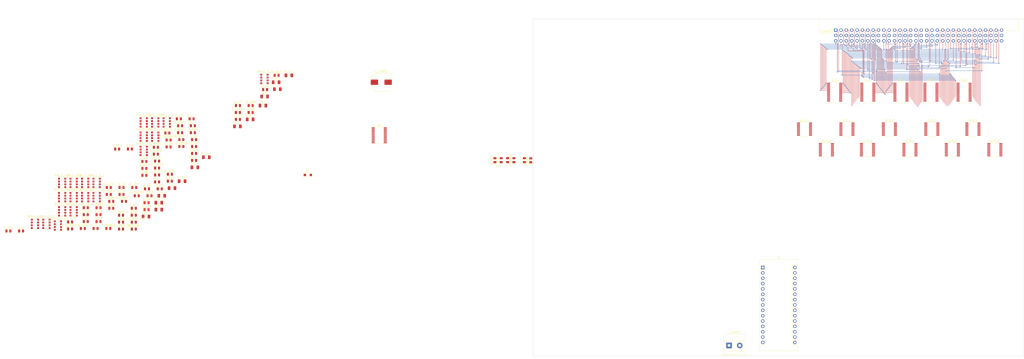
<source format=kicad_pcb>
(kicad_pcb (version 20200829) (generator pcbnew)
  (layers (0 "F.Cu" signal) (1 "In1.Cu" signal) (2 "In2.Cu" signal) (31 "B.Cu" signal) (34 "B.Paste" user) (35 "F.Paste" user) (36 "B.SilkS" user) (37 "F.SilkS" user) (38 "B.Mask" user) (39 "F.Mask" user) (44 "Edge.Cuts" user))
  (net 0 "")
  (net 1 "Net-(A1-Pad16)")
  (net 2 "Net-(A1-Pad15)")
  (net 3 "+5V")
  (net 4 "Net-(A1-Pad14)")
  (net 5 "GND")
  (net 6 "Net-(A1-Pad13)")
  (net 7 "Net-(A1-Pad28)")
  (net 8 "Net-(A1-Pad12)")
  (net 9 "Net-(A1-Pad27)")
  (net 10 "Net-(A1-Pad11)")
  (net 11 "Net-(A1-Pad26)")
  (net 12 "Net-(A1-Pad10)")
  (net 13 "Net-(A1-Pad25)")
  (net 14 "Net-(A1-Pad9)")
  (net 15 "/SCL")
  (net 16 "Net-(A1-Pad8)")
  (net 17 "/SDA")
  (net 18 "Net-(A1-Pad7)")
  (net 19 "Net-(A1-Pad22)")
  (net 20 "Net-(A1-Pad6)")
  (net 21 "Net-(A1-Pad21)")
  (net 22 "Net-(A1-Pad5)")
  (net 23 "Net-(A1-Pad20)")
  (net 24 "Net-(A1-Pad19)")
  (net 25 "Net-(A1-Pad3)")
  (net 26 "Net-(A1-Pad18)")
  (net 27 "Net-(A1-Pad2)")
  (net 28 "Net-(A1-Pad17)")
  (net 29 "Net-(A1-Pad1)")
  (net 30 "Net-(D1-Pad2)")
  (net 31 "/Left connector/D_IR1")
  (net 32 "Net-(D__IR1-Pad1)")
  (net 33 "/Left connector/D__IRQ4")
  (net 34 "Net-(D__IRQ4-Pad1)")
  (net 35 "/Left connector/D__PSEL1")
  (net 36 "Net-(D__PSEL1-Pad1)")
  (net 37 "/Left connector/D__RD")
  (net 38 "Net-(D__RD1-Pad1)")
  (net 39 "/Left connector/D__RESET")
  (net 40 "Net-(D__RESET1-Pad1)")
  (net 41 "/Left connector/D__STOP_CLK")
  (net 42 "Net-(D__STOP_CLK1-Pad1)")
  (net 43 "/Left connector/D__WR")
  (net 44 "Net-(D__WR1-Pad1)")
  (net 45 "/Left connector/D_A0")
  (net 46 "Net-(D_A0-Pad1)")
  (net 47 "/Left connector/D_A1")
  (net 48 "Net-(D_A1-Pad1)")
  (net 49 "/Left connector/D_A2")
  (net 50 "Net-(D_A2-Pad1)")
  (net 51 "/Left connector/D_A3")
  (net 52 "Net-(D_A3-Pad1)")
  (net 53 "/Left connector/D_A4")
  (net 54 "Net-(D_A4-Pad1)")
  (net 55 "/Left connector/D_A5")
  (net 56 "Net-(D_A5-Pad1)")
  (net 57 "/Left connector/D_A6")
  (net 58 "Net-(D_A6-Pad1)")
  (net 59 "/Left connector/D_A7")
  (net 60 "Net-(D_A7-Pad1)")
  (net 61 "/Left connector/D_A8")
  (net 62 "Net-(D_A8-Pad1)")
  (net 63 "/Left connector/D_A9")
  (net 64 "Net-(D_A9-Pad1)")
  (net 65 "/Left connector/D_A10")
  (net 66 "Net-(D_A10-Pad1)")
  (net 67 "/Left connector/D_A11")
  (net 68 "Net-(D_A11-Pad1)")
  (net 69 "/Left connector/D_A12")
  (net 70 "Net-(D_A12-Pad1)")
  (net 71 "/Left connector/D_A13")
  (net 72 "Net-(D_A13-Pad1)")
  (net 73 "/Left connector/D_A14")
  (net 74 "Net-(D_A14-Pad1)")
  (net 75 "/Left connector/D_A15")
  (net 76 "Net-(D_A15-Pad1)")
  (net 77 "/Left connector/D_A16")
  (net 78 "Net-(D_A16-Pad1)")
  (net 79 "/Left connector/D_A17")
  (net 80 "Net-(D_A17-Pad1)")
  (net 81 "/Left connector/D_A18")
  (net 82 "Net-(D_A18-Pad1)")
  (net 83 "/Left connector/D_A19")
  (net 84 "Net-(D_A19-Pad1)")
  (net 85 "/Left connector/D_A20")
  (net 86 "Net-(D_A20-Pad1)")
  (net 87 "/Left connector/D_A21")
  (net 88 "Net-(D_A21-Pad1)")
  (net 89 "/Left connector/D_D0")
  (net 90 "Net-(D_D0-Pad1)")
  (net 91 "/Left connector/D_D1")
  (net 92 "Net-(D_D1-Pad1)")
  (net 93 "/Left connector/D_D2")
  (net 94 "Net-(D_D2-Pad1)")
  (net 95 "/Left connector/D_D3")
  (net 96 "Net-(D_D3-Pad1)")
  (net 97 "/Left connector/D_D4")
  (net 98 "Net-(D_D4-Pad1)")
  (net 99 "/Left connector/D_D5")
  (net 100 "Net-(D_D5-Pad1)")
  (net 101 "/Left connector/D_D6")
  (net 102 "Net-(D_D6-Pad1)")
  (net 103 "/Left connector/D_D7")
  (net 104 "Net-(D_D7-Pad1)")
  (net 105 "/Left connector/D_IR2")
  (net 106 "Net-(D_IR2-Pad1)")
  (net 107 "/Left connector/D_IR3")
  (net 108 "Net-(D_IR3-Pad1)")
  (net 109 "/Left connector/D_L0")
  (net 110 "Net-(D_L0-Pad1)")
  (net 111 "/Left connector/D_L1")
  (net 112 "Net-(D_L1-Pad1)")
  (net 113 "/Left connector/D_L2")
  (net 114 "Net-(D_L2-Pad1)")
  (net 115 "/Left connector/D_L3")
  (net 116 "Net-(D_L3-Pad1)")
  (net 117 "/Left connector/D_L4")
  (net 118 "Net-(D_L4-Pad1)")
  (net 119 "/Left connector/D_L5")
  (net 120 "Net-(D_L5-Pad1)")
  (net 121 "/Left connector/D_L6")
  (net 122 "Net-(D_L6-Pad1)")
  (net 123 "/Left connector/D_L7")
  (net 124 "Net-(D_L7-Pad1)")
  (net 125 "/Left connector/D_L8")
  (net 126 "Net-(D_L8-Pad1)")
  (net 127 "/Left connector/D_L9")
  (net 128 "Net-(D_L9-Pad1)")
  (net 129 "/Left connector/D_L10")
  (net 130 "Net-(D_L10-Pad1)")
  (net 131 "/Left connector/D_L11")
  (net 132 "Net-(D_L11-Pad1)")
  (net 133 "/Left connector/D_L12")
  (net 134 "Net-(D_L12-Pad1)")
  (net 135 "/Left connector/D_L13")
  (net 136 "Net-(D_L13-Pad1)")
  (net 137 "/Left connector/D_L14")
  (net 138 "Net-(D_L14-Pad1)")
  (net 139 "/Left connector/D_L15")
  (net 140 "Net-(D_L15-Pad1)")
  (net 141 "/Left connector/D_MAR0")
  (net 142 "Net-(D_MAR0-Pad1)")
  (net 143 "/Left connector/D_MAR1")
  (net 144 "Net-(D_MAR1-Pad1)")
  (net 145 "/Left connector/D_MAR2")
  (net 146 "Net-(D_MAR2-Pad1)")
  (net 147 "/Left connector/D_MAR3")
  (net 148 "Net-(D_MAR3-Pad1)")
  (net 149 "/Left connector/D_MAR4")
  (net 150 "Net-(D_MAR4-Pad1)")
  (net 151 "/Left connector/D_MAR5")
  (net 152 "Net-(D_MAR5-Pad1)")
  (net 153 "/Left connector/D_MAR6")
  (net 154 "Net-(D_MAR6-Pad1)")
  (net 155 "/Left connector/D_MAR7")
  (net 156 "Net-(D_MAR7-Pad1)")
  (net 157 "/Left connector/D_MAR8")
  (net 158 "Net-(D_MAR8-Pad1)")
  (net 159 "/Left connector/D_MAR9")
  (net 160 "Net-(D_MAR9-Pad1)")
  (net 161 "/Left connector/D_MAR10")
  (net 162 "Net-(D_MAR10-Pad1)")
  (net 163 "/Left connector/D_MAR11")
  (net 164 "Net-(D_MAR11-Pad1)")
  (net 165 "/Left connector/D_MAR12")
  (net 166 "Net-(D_MAR12-Pad1)")
  (net 167 "/Left connector/D_MAR13")
  (net 168 "Net-(D_MAR13-Pad1)")
  (net 169 "/Left connector/D_MAR14")
  (net 170 "Net-(D_MAR14-Pad1)")
  (net 171 "/Left connector/D_MAR15")
  (net 172 "Net-(D_MAR15-Pad1)")
  (net 173 "/Left connector/D_MEMORY")
  (net 174 "Net-(D_MEMORY1-Pad1)")
  (net 175 "/Left connector/D_MEMREF")
  (net 176 "Net-(D_MEMREF1-Pad1)")
  (net 177 "/Left connector/D_XL_MDR_HI")
  (net 178 "Net-(D_XL_MDR_HI1-Pad1)")
  (net 179 "/Left connector/D_XL_MDR_LO")
  (net 180 "Net-(D_XL_MDR_LO1-Pad1)")
  (net 181 "/Left connector/D7")
  (net 182 "/Left connector/D6")
  (net 183 "/Left connector/D5")
  (net 184 "/Left connector/D4")
  (net 185 "/Left connector/D3")
  (net 186 "/Left connector/D2")
  (net 187 "/Left connector/D1")
  (net 188 "/Left connector/D0")
  (net 189 "/Left connector/A21")
  (net 190 "/Left connector/A20")
  (net 191 "/Left connector/A19")
  (net 192 "/Left connector/A18")
  (net 193 "/Left connector/A17")
  (net 194 "/Left connector/A16")
  (net 195 "/Left connector/A15")
  (net 196 "/Left connector/A14")
  (net 197 "/Left connector/A13")
  (net 198 "/Left connector/A12")
  (net 199 "/Left connector/A11")
  (net 200 "/Left connector/A10")
  (net 201 "/Left connector/A9")
  (net 202 "/Left connector/A8")
  (net 203 "/Left connector/A7")
  (net 204 "/Left connector/A6")
  (net 205 "/Left connector/A5")
  (net 206 "/Left connector/A4")
  (net 207 "/Left connector/A3")
  (net 208 "/Left connector/A2")
  (net 209 "/Left connector/A1")
  (net 210 "/Left connector/A0")
  (net 211 "/Left connector/IR3")
  (net 212 "/Left connector/IR2")
  (net 213 "/Left connector/IR1")
  (net 214 "/Left connector/_IRQ4")
  (net 215 "/Left connector/_RD")
  (net 216 "/Left connector/XL_MDR_LO")
  (net 217 "/Left connector/XL_MDR_HI")
  (net 218 "/Left connector/_WR")
  (net 219 "/Left connector/_STOP_CLK")
  (net 220 "/Left connector/_RESET")
  (net 221 "/Left connector/MEMREF")
  (net 222 "/Left connector/MAR15")
  (net 223 "/Left connector/MAR14")
  (net 224 "/Left connector/MAR13")
  (net 225 "/Left connector/_PSEL1")
  (net 226 "/Left connector/MAR12")
  (net 227 "/Left connector/MAR11")
  (net 228 "/Left connector/MAR10")
  (net 229 "/Left connector/MEMORY")
  (net 230 "/Left connector/MAR9")
  (net 231 "/Left connector/MAR8")
  (net 232 "/Left connector/MAR7")
  (net 233 "/Left connector/MAR6")
  (net 234 "/Left connector/MAR5")
  (net 235 "/Left connector/MAR4")
  (net 236 "/Left connector/MAR3")
  (net 237 "/Left connector/MAR2")
  (net 238 "/Left connector/MAR1")
  (net 239 "/Left connector/MAR0")
  (net 240 "/Left connector/L15")
  (net 241 "/Left connector/L14")
  (net 242 "/Left connector/L13")
  (net 243 "/Left connector/L12")
  (net 244 "/Left connector/L11")
  (net 245 "/Left connector/L10")
  (net 246 "/Left connector/L9")
  (net 247 "/Left connector/L8")
  (net 248 "/Left connector/L7")
  (net 249 "/Left connector/L6")
  (net 250 "/Left connector/L5")
  (net 251 "/Left connector/L4")
  (net 252 "/Left connector/L3")
  (net 253 "/Left connector/L2")
  (net 254 "/Left connector/L1")
  (net 255 "/Left connector/L0")
  (net 256 "Net-(RNL4_1_1-Pad6)")
  (net 257 "Net-(RNL4_1_1-Pad5)")
  (net 258 "Net-(RNL5_1_2-Pad6)")
  (net 259 "Net-(RNL5_1_2-Pad5)")
  (net 260 "Net-(RNL5_1_2-Pad8)")
  (net 261 "Net-(U1-Pad20)")
  (net 262 "Net-(U1-Pad19)")
  (net 263 "Net-(U1-Pad18)")
  (net 264 "Net-(U1-Pad17)")
  (net 265 "Net-(U1-Pad16)")
  (net 266 "Net-(U1-Pad15)")
  (net 267 "Net-(U1-Pad14)")
  (net 268 "Net-(U1-Pad13)")
  (net 269 "Net-(U1-Pad11)")
  (net 270 "Net-(U1-Pad10)")
  (net 271 "Net-(U1-Pad9)")
  (net 272 "Net-(U1-Pad8)")
  (net 273 "Net-(U1-Pad7)")
  (net 274 "Net-(U1-Pad6)")
  (net 275 "/SCL_0")
  (net 276 "/SCL_1")
  (net 277 "Net-(U1-Pad3)")
  (net 278 "Net-(UL1-Pad20)")
  (net 279 "Net-(UL1-Pad19)")
  (net 280 "Net-(UL1-Pad18)")
  (net 281 "Net-(UL1-Pad14)")
  (net 282 "/Left connector/SDA")
  (net 283 "/Left connector/SCL")
  (net 284 "Net-(UL1-Pad11)")
  (net 285 "Net-(UL2-Pad20)")
  (net 286 "Net-(UL2-Pad19)")
  (net 287 "Net-(UL2-Pad18)")
  (net 288 "Net-(UL2-Pad14)")
  (net 289 "Net-(UL2-Pad11)")
  (net 290 "Net-(UL3-Pad20)")
  (net 291 "Net-(UL3-Pad19)")
  (net 292 "Net-(UL3-Pad18)")
  (net 293 "Net-(UL3-Pad14)")
  (net 294 "Net-(UL3-Pad11)")
  (net 295 "Net-(UL4-Pad20)")
  (net 296 "Net-(UL4-Pad19)")
  (net 297 "Net-(UL4-Pad18)")
  (net 298 "Net-(UL4-Pad14)")
  (net 299 "Net-(UL4-Pad11)")
  (net 300 "Net-(UL4-Pad8)")
  (net 301 "Net-(UL4-Pad7)")
  (net 302 "Net-(UL5-Pad20)")
  (net 303 "Net-(UL5-Pad19)")
  (net 304 "Net-(UL5-Pad18)")
  (net 305 "Net-(UL5-Pad14)")
  (net 306 "Net-(UL5-Pad11)")
  (net 307 "Net-(UL5-Pad3)")
  (net 308 "Net-(UL5-Pad2)")
  (net 309 "Net-(UL5-Pad1)")
  (net 310 "Net-(UL4_1-Pad9)")
  (net 311 "Net-(UL4_1-Pad7)")
  (net 312 "Net-(UL5_1-Pad18)")
  (net 313 "Net-(UL5_1-Pad16)")
  (net 314 "Net-(UL5_1-Pad14)")
  (net 315 "Net-(UL5_1-Pad6)")
  (net 316 "Net-(UL5_1-Pad4)")
  (net 317 "Net-(UL5_1-Pad2)")
  (module "LED_SMD:LED_0805_2012Metric" (layer "F.Cu") (at -151.505 112.22)
    (fp_text reference "D_D4" (at 0 -1.65) (layer "F.SilkS"))
    (fp_text value "LED_Small")
    (pad "1" smd roundrect (at -0.9375 0) (size 0.975 1.4) (layers "F.Cu" "F.Paste" "F.Mask") (net 98 "Net-(D_D4-Pad1)"))
    (pad "2" smd roundrect (at 0.9375 0) (size 0.975 1.4) (layers "F.Cu" "F.Paste" "F.Mask") (net 97 "/Left connector/D_D4"))
  )
  (module "LED_SMD:LED_0805_2012Metric" (layer "F.Cu") (at -135.575 78.98)
    (fp_text reference "D_MAR1" (at 0 -1.65) (layer "F.SilkS"))
    (fp_text value "LED_Small")
    (pad "1" smd roundrect (at -0.9375 0) (size 0.975 1.4) (layers "F.Cu" "F.Paste" "F.Mask") (net 144 "Net-(D_MAR1-Pad1)"))
    (pad "2" smd roundrect (at 0.9375 0) (size 0.975 1.4) (layers "F.Cu" "F.Paste" "F.Mask") (net 143 "/Left connector/D_MAR1"))
  )
  (module "LED_SMD:LED_0805_2012Metric" (layer "F.Cu") (at -150.105 108.93)
    (fp_text reference "D_L2" (at 0 -1.65) (layer "F.SilkS"))
    (fp_text value "LED_Small")
    (pad "1" smd roundrect (at -0.9375 0) (size 0.975 1.4) (layers "F.Cu" "F.Paste" "F.Mask") (net 114 "Net-(D_L2-Pad1)"))
    (pad "2" smd roundrect (at 0.9375 0) (size 0.975 1.4) (layers "F.Cu" "F.Paste" "F.Mask") (net 113 "/Left connector/D_L2"))
  )
  (module "Package_SO:TSSOP-24_4.4x7.8mm_P0.65mm" (layer "F.Cu") (at -41.032 80.211)
    (fp_text reference "U1" (at 0 -4.85) (layer "F.SilkS"))
    (fp_text value "TCA9548APWR")
    (pad "1" smd roundrect (at -2.8625 -3.575) (size 1.475 0.4) (layers "F.Cu" "F.Paste" "F.Mask") (net 5 "GND"))
    (pad "2" smd roundrect (at -2.8625 -2.925) (size 1.475 0.4) (layers "F.Cu" "F.Paste" "F.Mask") (net 5 "GND"))
    (pad "3" smd roundrect (at -2.8625 -2.275) (size 1.475 0.4) (layers "F.Cu" "F.Paste" "F.Mask") (net 277 "Net-(U1-Pad3)"))
    (pad "4" smd roundrect (at -2.8625 -1.625) (size 1.475 0.4) (layers "F.Cu" "F.Paste" "F.Mask") (net 276 "/SCL_1"))
    (pad "5" smd roundrect (at -2.8625 -0.975) (size 1.475 0.4) (layers "F.Cu" "F.Paste" "F.Mask") (net 275 "/SCL_0"))
    (pad "6" smd roundrect (at -2.8625 -0.325) (size 1.475 0.4) (layers "F.Cu" "F.Paste" "F.Mask") (net 274 "Net-(U1-Pad6)"))
    (pad "7" smd roundrect (at -2.8625 0.325) (size 1.475 0.4) (layers "F.Cu" "F.Paste" "F.Mask") (net 273 "Net-(U1-Pad7)"))
    (pad "8" smd roundrect (at -2.8625 0.975) (size 1.475 0.4) (layers "F.Cu" "F.Paste" "F.Mask") (net 272 "Net-(U1-Pad8)"))
    (pad "9" smd roundrect (at -2.8625 1.625) (size 1.475 0.4) (layers "F.Cu" "F.Paste" "F.Mask") (net 271 "Net-(U1-Pad9)"))
    (pad "10" smd roundrect (at -2.8625 2.275) (size 1.475 0.4) (layers "F.Cu" "F.Paste" "F.Mask") (net 270 "Net-(U1-Pad10)"))
    (pad "11" smd roundrect (at -2.8625 2.925) (size 1.475 0.4) (layers "F.Cu" "F.Paste" "F.Mask") (net 269 "Net-(U1-Pad11)"))
    (pad "12" smd roundrect (at -2.8625 3.575) (size 1.475 0.4) (layers "F.Cu" "F.Paste" "F.Mask") (net 5 "GND"))
    (pad "13" smd roundrect (at 2.8625 3.575) (size 1.475 0.4) (layers "F.Cu" "F.Paste" "F.Mask") (net 268 "Net-(U1-Pad13)"))
    (pad "14" smd roundrect (at 2.8625 2.925) (size 1.475 0.4) (layers "F.Cu" "F.Paste" "F.Mask") (net 267 "Net-(U1-Pad14)"))
    (pad "15" smd roundrect (at 2.8625 2.275) (size 1.475 0.4) (layers "F.Cu" "F.Paste" "F.Mask") (net 266 "Net-(U1-Pad15)"))
    (pad "16" smd roundrect (at 2.8625 1.625) (size 1.475 0.4) (layers "F.Cu" "F.Paste" "F.Mask") (net 265 "Net-(U1-Pad16)"))
    (pad "17" smd roundrect (at 2.8625 0.975) (size 1.475 0.4) (layers "F.Cu" "F.Paste" "F.Mask") (net 264 "Net-(U1-Pad17)"))
    (pad "18" smd roundrect (at 2.8625 0.325) (size 1.475 0.4) (layers "F.Cu" "F.Paste" "F.Mask") (net 263 "Net-(U1-Pad18)"))
    (pad "19" smd roundrect (at 2.8625 -0.325) (size 1.475 0.4) (layers "F.Cu" "F.Paste" "F.Mask") (net 262 "Net-(U1-Pad19)"))
    (pad "20" smd roundrect (at 2.8625 -0.975) (size 1.475 0.4) (layers "F.Cu" "F.Paste" "F.Mask") (net 261 "Net-(U1-Pad20)"))
    (pad "21" smd roundrect (at 2.8625 -1.625) (size 1.475 0.4) (layers "F.Cu" "F.Paste" "F.Mask") (net 5 "GND"))
    (pad "22" smd roundrect (at 2.8625 -2.275) (size 1.475 0.4) (layers "F.Cu" "F.Paste" "F.Mask") (net 15 "/SCL"))
    (pad "23" smd roundrect (at 2.8625 -2.925) (size 1.475 0.4) (layers "F.Cu" "F.Paste" "F.Mask") (net 17 "/SDA"))
    (pad "24" smd roundrect (at 2.8625 -3.575) (size 1.475 0.4) (layers "F.Cu" "F.Paste" "F.Mask") (net 3 "+5V"))
  )
  (module "Resistor_SMD:R_Array_Convex_4x1206" (layer "F.Cu") (at -147.395 74.13)
    (fp_text reference "RNL2_2_2" (at 0 -3.5) (layer "F.SilkS"))
    (fp_text value "R_Pack04")
    (pad "1" smd rect (at -1.5 -2) (size 0.9 0.9) (layers "F.Cu" "F.Paste" "F.Mask") (net 5 "GND"))
    (pad "2" smd rect (at -1.5 -0.66) (size 0.9 0.9) (layers "F.Cu" "F.Paste" "F.Mask") (net 5 "GND"))
    (pad "3" smd rect (at -1.5 0.66) (size 0.9 0.9) (layers "F.Cu" "F.Paste" "F.Mask") (net 5 "GND"))
    (pad "4" smd rect (at -1.5 2) (size 0.9 0.9) (layers "F.Cu" "F.Paste" "F.Mask") (net 5 "GND"))
    (pad "5" smd rect (at 1.5 2) (size 0.9 0.9) (layers "F.Cu" "F.Paste" "F.Mask") (net 150 "Net-(D_MAR4-Pad1)"))
    (pad "6" smd rect (at 1.5 0.66) (size 0.9 0.9) (layers "F.Cu" "F.Paste" "F.Mask") (net 152 "Net-(D_MAR5-Pad1)"))
    (pad "7" smd rect (at 1.5 -0.66) (size 0.9 0.9) (layers "F.Cu" "F.Paste" "F.Mask") (net 154 "Net-(D_MAR6-Pad1)"))
    (pad "8" smd rect (at 1.5 -2) (size 0.9 0.9) (layers "F.Cu" "F.Paste" "F.Mask") (net 156 "Net-(D_MAR7-Pad1)"))
  )
  (module "LED_SMD:LED_0805_2012Metric" (layer "F.Cu") (at -102.085 66.11)
    (fp_text reference "D_A18" (at 0 -1.65) (layer "F.SilkS"))
    (fp_text value "LED_Small")
    (pad "1" smd roundrect (at -0.9375 0) (size 0.975 1.4) (layers "F.Cu" "F.Paste" "F.Mask") (net 82 "Net-(D_A18-Pad1)"))
    (pad "2" smd roundrect (at 0.9375 0) (size 0.975 1.4) (layers "F.Cu" "F.Paste" "F.Mask") (net 81 "/Left connector/D_A18"))
  )
  (module "LED_SMD:LED_0805_2012Metric" (layer "F.Cu") (at -108.135 72.69)
    (fp_text reference "D__IR1" (at 0 -1.65) (layer "F.SilkS"))
    (fp_text value "LED_Small")
    (pad "1" smd roundrect (at -0.9375 0) (size 0.975 1.4) (layers "F.Cu" "F.Paste" "F.Mask") (net 32 "Net-(D__IR1-Pad1)"))
    (pad "2" smd roundrect (at 0.9375 0) (size 0.975 1.4) (layers "F.Cu" "F.Paste" "F.Mask") (net 31 "/Left connector/D_IR1"))
  )
  (module "Capacitor_SMD:C_1206_3216Metric" (layer "F.Cu") (at -102.325 72.69)
    (fp_text reference "CL2_2" (at 0 -1.82) (layer "F.SilkS"))
    (fp_text value "C_Small")
    (pad "1" smd roundrect (at -1.4 0) (size 1.25 1.75) (layers "F.Cu" "F.Paste" "F.Mask") (roundrect_rratio 0.2) (net 3 "+5V"))
    (pad "2" smd roundrect (at 1.4 0) (size 1.25 1.75) (layers "F.Cu" "F.Paste" "F.Mask") (roundrect_rratio 0.2) (net 5 "GND"))
  )
  (module "LED_SMD:LED_0805_2012Metric" (layer "F.Cu") (at -102.085 69.4)
    (fp_text reference "D_D6" (at 0 -1.65) (layer "F.SilkS"))
    (fp_text value "LED_Small")
    (pad "1" smd roundrect (at -0.9375 0) (size 0.975 1.4) (layers "F.Cu" "F.Paste" "F.Mask") (net 102 "Net-(D_D6-Pad1)"))
    (pad "2" smd roundrect (at 0.9375 0) (size 0.975 1.4) (layers "F.Cu" "F.Paste" "F.Mask") (net 101 "/Left connector/D_D6"))
  )
  (module "LED_SMD:LED_0805_2012Metric" (layer "F.Cu") (at -180.355 114.6)
    (fp_text reference "D_L0" (at 0 -1.65) (layer "F.SilkS"))
    (fp_text value "LED_Small")
    (pad "1" smd roundrect (at -0.9375 0) (size 0.975 1.4) (layers "F.Cu" "F.Paste" "F.Mask") (net 110 "Net-(D_L0-Pad1)"))
    (pad "2" smd roundrect (at 0.9375 0) (size 0.975 1.4) (layers "F.Cu" "F.Paste" "F.Mask") (net 109 "/Left connector/D_L0"))
  )
  (module "LED_SMD:LED_0805_2012Metric" (layer "F.Cu") (at -128.935 92.14)
    (fp_text reference "D_A14" (at 0 -1.65) (layer "F.SilkS"))
    (fp_text value "LED_Small")
    (pad "1" smd roundrect (at -0.9375 0) (size 0.975 1.4) (layers "F.Cu" "F.Paste" "F.Mask") (net 74 "Net-(D_A14-Pad1)"))
    (pad "2" smd roundrect (at 0.9375 0) (size 0.975 1.4) (layers "F.Cu" "F.Paste" "F.Mask") (net 73 "/Left connector/D_A14"))
  )
  (module "Capacitor_SMD:C_1206_3216Metric" (layer "F.Cu") (at -123.125 90.66)
    (fp_text reference "CL1_2" (at 0 -1.82) (layer "F.SilkS"))
    (fp_text value "C_Small")
    (pad "1" smd roundrect (at -1.4 0) (size 1.25 1.75) (layers "F.Cu" "F.Paste" "F.Mask") (roundrect_rratio 0.2) (net 3 "+5V"))
    (pad "2" smd roundrect (at 1.4 0) (size 1.25 1.75) (layers "F.Cu" "F.Paste" "F.Mask") (roundrect_rratio 0.2) (net 5 "GND"))
  )
  (module "LED_SMD:LED_0805_2012Metric" (layer "F.Cu") (at -152.545 92.65)
    (fp_text reference "D_A8" (at 0 -1.65) (layer "F.SilkS"))
    (fp_text value "LED_Small")
    (pad "1" smd roundrect (at -0.9375 0) (size 0.975 1.4) (layers "F.Cu" "F.Paste" "F.Mask") (net 62 "Net-(D_A8-Pad1)"))
    (pad "2" smd roundrect (at 0.9375 0) (size 0.975 1.4) (layers "F.Cu" "F.Paste" "F.Mask") (net 61 "/Left connector/D_A8"))
  )
  (module "Package_SO:TSSOP-20_4.4x6.5mm_P0.65mm" (layer "F.Cu") (at 171.222 87.064)
    (fp_text reference "UL4_2" (at 0 -4.2) (layer "F.SilkS"))
    (fp_text value "74ACT244")
    (pad "1" smd roundrect (at -2.8625 -2.925) (size 1.475 0.4) (layers "F.Cu" "F.Paste" "F.Mask") (net 5 "GND"))
    (pad "2" smd roundrect (at -2.8625 -2.275) (size 1.475 0.4) (layers "F.Cu" "F.Paste" "F.Mask") (net 184 "/Left connector/D4"))
    (pad "3" smd roundrect (at -2.8625 -1.625) (size 1.475 0.4) (layers "F.Cu" "F.Paste" "F.Mask") (net 89 "/Left connector/D_D0"))
    (pad "4" smd roundrect (at -2.8625 -0.975) (size 1.475 0.4) (layers "F.Cu" "F.Paste" "F.Mask") (net 183 "/Left connector/D5"))
    (pad "5" smd roundrect (at -2.8625 -0.325) (size 1.475 0.4) (layers "F.Cu" "F.Paste" "F.Mask") (net 91 "/Left connector/D_D1"))
    (pad "6" smd roundrect (at -2.8625 0.325) (size 1.475 0.4) (layers "F.Cu" "F.Paste" "F.Mask") (net 182 "/Left connector/D6"))
    (pad "7" smd roundrect (at -2.8625 0.975) (size 1.475 0.4) (layers "F.Cu" "F.Paste" "F.Mask") (net 93 "/Left connector/D_D2"))
    (pad "8" smd roundrect (at -2.8625 1.625) (size 1.475 0.4) (layers "F.Cu" "F.Paste" "F.Mask") (net 181 "/Left connector/D7"))
    (pad "9" smd roundrect (at -2.8625 2.275) (size 1.475 0.4) (layers "F.Cu" "F.Paste" "F.Mask") (net 95 "/Left connector/D_D3"))
    (pad "10" smd roundrect (at -2.8625 2.925) (size 1.475 0.4) (layers "F.Cu" "F.Paste" "F.Mask") (net 5 "GND"))
    (pad "11" smd roundrect (at 2.8625 2.925) (size 1.475 0.4) (layers "F.Cu" "F.Paste" "F.Mask") (net 185 "/Left connector/D3"))
    (pad "12" smd roundrect (at 2.8625 2.275) (size 1.475 0.4) (layers "F.Cu" "F.Paste" "F.Mask") (net 103 "/Left connector/D_D7"))
    (pad "13" smd roundrect (at 2.8625 1.625) (size 1.475 0.4) (layers "F.Cu" "F.Paste" "F.Mask") (net 186 "/Left connector/D2"))
    (pad "14" smd roundrect (at 2.8625 0.975) (size 1.475 0.4) (layers "F.Cu" "F.Paste" "F.Mask") (net 101 "/Left connector/D_D6"))
    (pad "15" smd roundrect (at 2.8625 0.325) (size 1.475 0.4) (layers "F.Cu" "F.Paste" "F.Mask") (net 187 "/Left connector/D1"))
    (pad "16" smd roundrect (at 2.8625 -0.325) (size 1.475 0.4) (layers "F.Cu" "F.Paste" "F.Mask") (net 99 "/Left connector/D_D5"))
    (pad "17" smd roundrect (at 2.8625 -0.975) (size 1.475 0.4) (layers "F.Cu" "F.Paste" "F.Mask") (net 188 "/Left connector/D0"))
    (pad "18" smd roundrect (at 2.8625 -1.625) (size 1.475 0.4) (layers "F.Cu" "F.Paste" "F.Mask") (net 97 "/Left connector/D_D4"))
    (pad "19" smd roundrect (at 2.8625 -2.275) (size 1.475 0.4) (layers "F.Cu" "F.Paste" "F.Mask") (net 5 "GND"))
    (pad "20" smd roundrect (at 2.8625 -2.925) (size 1.475 0.4) (layers "F.Cu" "F.Paste" "F.Mask") (net 3 "+5V"))
  )
  (module "Diode_SMD:D_SOD-123F" (layer "F.Cu") (at -74.93 99.06)
    (fp_text reference "D1" (at -0.127 -1.905) (layer "F.SilkS"))
    (fp_text value "1N4007FLTR")
    (pad "1" smd rect (at -1.4 0) (size 1.1 1.1) (layers "F.Cu" "F.Paste" "F.Mask") (net 3 "+5V"))
    (pad "2" smd rect (at 1.4 0) (size 1.1 1.1) (layers "F.Cu" "F.Paste" "F.Mask") (net 30 "Net-(D1-Pad2)"))
  )
  (module "LED_SMD:LED_0805_2012Metric" (layer "F.Cu") (at 19.8595 92.0335 -90)
    (fp_text reference "D_MAR8" (at 0 -1.65 90) (layer "F.SilkS"))
    (fp_text value "LED_Small")
    (pad "1" smd roundrect (at -0.9375 0 270) (size 0.975 1.4) (layers "F.Cu" "F.Paste" "F.Mask") (net 158 "Net-(D_MAR8-Pad1)"))
    (pad "2" smd roundrect (at 0.9375 0 270) (size 0.975 1.4) (layers "F.Cu" "F.Paste" "F.Mask") (net 157 "/Left connector/D_MAR8"))
  )
  (module "Resistor_SMD:R_Array_Convex_4x1206" (layer "F.Cu") (at -186.125 102.83)
    (fp_text reference "RNL1_1_2" (at 0 -3.5) (layer "F.SilkS"))
    (fp_text value "R_Pack04")
    (pad "1" smd rect (at -1.5 -2) (size 0.9 0.9) (layers "F.Cu" "F.Paste" "F.Mask") (net 5 "GND"))
    (pad "2" smd rect (at -1.5 -0.66) (size 0.9 0.9) (layers "F.Cu" "F.Paste" "F.Mask") (net 5 "GND"))
    (pad "3" smd rect (at -1.5 0.66) (size 0.9 0.9) (layers "F.Cu" "F.Paste" "F.Mask") (net 5 "GND"))
    (pad "4" smd rect (at -1.5 2) (size 0.9 0.9) (layers "F.Cu" "F.Paste" "F.Mask") (net 5 "GND"))
    (pad "5" smd rect (at 1.5 2) (size 0.9 0.9) (layers "F.Cu" "F.Paste" "F.Mask") (net 134 "Net-(D_L12-Pad1)"))
    (pad "6" smd rect (at 1.5 0.66) (size 0.9 0.9) (layers "F.Cu" "F.Paste" "F.Mask") (net 136 "Net-(D_L13-Pad1)"))
    (pad "7" smd rect (at 1.5 -0.66) (size 0.9 0.9) (layers "F.Cu" "F.Paste" "F.Mask") (net 138 "Net-(D_L14-Pad1)"))
    (pad "8" smd rect (at 1.5 -2) (size 0.9 0.9) (layers "F.Cu" "F.Paste" "F.Mask") (net 140 "Net-(D_L15-Pad1)"))
  )
  (module "Module:Arduino_Nano" (layer "F.Cu") (at 141 143)
    (fp_text reference "A1" (at 7.62 -5.08) (layer "F.SilkS"))
    (fp_text value "Arduino_Nano_Every")
    (pad "1" thru_hole rect (at 0 0) (size 1.6 1.6) (drill 1) (layers *.Cu *.Mask) (net 29 "Net-(A1-Pad1)"))
    (pad "2" thru_hole oval (at 0 2.54) (size 1.6 1.6) (drill 1) (layers *.Cu *.Mask) (net 27 "Net-(A1-Pad2)"))
    (pad "3" thru_hole oval (at 0 5.08) (size 1.6 1.6) (drill 1) (layers *.Cu *.Mask) (net 25 "Net-(A1-Pad3)"))
    (pad "4" thru_hole oval (at 0 7.62) (size 1.6 1.6) (drill 1) (layers *.Cu *.Mask) (net 5 "GND"))
    (pad "5" thru_hole oval (at 0 10.16) (size 1.6 1.6) (drill 1) (layers *.Cu *.Mask) (net 22 "Net-(A1-Pad5)"))
    (pad "6" thru_hole oval (at 0 12.7) (size 1.6 1.6) (drill 1) (layers *.Cu *.Mask) (net 20 "Net-(A1-Pad6)"))
    (pad "7" thru_hole oval (at 0 15.24) (size 1.6 1.6) (drill 1) (layers *.Cu *.Mask) (net 18 "Net-(A1-Pad7)"))
    (pad "8" thru_hole oval (at 0 17.78) (size 1.6 1.6) (drill 1) (layers *.Cu *.Mask) (net 16 "Net-(A1-Pad8)"))
    (pad "9" thru_hole oval (at 0 20.32) (size 1.6 1.6) (drill 1) (layers *.Cu *.Mask) (net 14 "Net-(A1-Pad9)"))
    (pad "10" thru_hole oval (at 0 22.86) (size 1.6 1.6) (drill 1) (layers *.Cu *.Mask) (net 12 "Net-(A1-Pad10)"))
    (pad "11" thru_hole oval (at 0 25.4) (size 1.6 1.6) (drill 1) (layers *.Cu *.Mask) (net 10 "Net-(A1-Pad11)"))
    (pad "12" thru_hole oval (at 0 27.94) (size 1.6 1.6) (drill 1) (layers *.Cu *.Mask) (net 8 "Net-(A1-Pad12)"))
    (pad "13" thru_hole oval (at 0 30.48) (size 1.6 1.6) (drill 1) (layers *.Cu *.Mask) (net 6 "Net-(A1-Pad13)"))
    (pad "14" thru_hole oval (at 0 33.02) (size 1.6 1.6) (drill 1) (layers *.Cu *.Mask) (net 4 "Net-(A1-Pad14)"))
    (pad "15" thru_hole oval (at 0 35.56) (size 1.6 1.6) (drill 1) (layers *.Cu *.Mask) (net 2 "Net-(A1-Pad15)"))
    (pad "16" thru_hole oval (at 15.24 35.56) (size 1.6 1.6) (drill 1) (layers *.Cu *.Mask) (net 1 "Net-(A1-Pad16)"))
    (pad "17" thru_hole oval (at 15.24 33.02) (size 1.6 1.6) (drill 1) (layers *.Cu *.Mask) (net 28 "Net-(A1-Pad17)"))
    (pad "18" thru_hole oval (at 15.24 30.48) (size 1.6 1.6) (drill 1) (layers *.Cu *.Mask) (net 26 "Net-(A1-Pad18)"))
    (pad "19" thru_hole oval (at 15.24 27.94) (size 1.6 1.6) (drill 1) (layers *.Cu *.Mask) (net 24 "Net-(A1-Pad19)"))
    (pad "20" thru_hole oval (at 15.24 25.4) (size 1.6 1.6) (drill 1) (layers *.Cu *.Mask) (net 23 "Net-(A1-Pad20)"))
    (pad "21" thru_hole oval (at 15.24 22.86) (size 1.6 1.6) (drill 1) (layers *.Cu *.Mask) (net 21 "Net-(A1-Pad21)"))
    (pad "22" thru_hole oval (at 15.24 20.32) (size 1.6 1.6) (drill 1) (layers *.Cu *.Mask) (net 19 "Net-(A1-Pad22)"))
    (pad "23" thru_hole oval (at 15.24 17.78) (size 1.6 1.6) (drill 1) (layers *.Cu *.Mask) (net 17 "/SDA"))
    (pad "24" thru_hole oval (at 15.24 15.24) (size 1.6 1.6) (drill 1) (layers *.Cu *.Mask) (net 15 "/SCL"))
    (pad "25" thru_hole oval (at 15.24 12.7) (size 1.6 1.6) (drill 1) (layers *.Cu *.Mask) (net 13 "Net-(A1-Pad25)"))
    (pad "26" thru_hole oval (at 15.24 10.16) (size 1.6 1.6) (drill 1) (layers *.Cu *.Mask) (net 11 "Net-(A1-Pad26)"))
    (pad "27" thru_hole oval (at 15.24 7.62) (size 1.6 1.6) (drill 1) (layers *.Cu *.Mask) (net 9 "Net-(A1-Pad27)"))
    (pad "28" thru_hole oval (at 15.24 5.08) (size 1.6 1.6) (drill 1) (layers *.Cu *.Mask) (net 7 "Net-(A1-Pad28)"))
    (pad "29" thru_hole oval (at 15.24 2.54) (size 1.6 1.6) (drill 1) (layers *.Cu *.Mask) (net 5 "GND"))
    (pad "30" thru_hole oval (at 15.24 0) (size 1.6 1.6) (drill 1) (layers *.Cu *.Mask) (net 3 "+5V"))
  )
  (module "LED_SMD:LED_0805_2012Metric" (layer "F.Cu") (at -151.285 105.64)
    (fp_text reference "D_A3" (at 0 -1.65) (layer "F.SilkS"))
    (fp_text value "LED_Small")
    (pad "1" smd roundrect (at -0.9375 0) (size 0.975 1.4) (layers "F.Cu" "F.Paste" "F.Mask") (net 52 "Net-(D_A3-Pad1)"))
    (pad "2" smd roundrect (at 0.9375 0) (size 0.975 1.4) (layers "F.Cu" "F.Paste" "F.Mask") (net 51 "/Left connector/D_A3"))
  )
  (module "LED_SMD:LED_0805_2012Metric" (layer "F.Cu") (at -217.095 125.65)
    (fp_text reference "D_A11" (at 0 -1.65) (layer "F.SilkS"))
    (fp_text value "LED_Small")
    (pad "1" smd roundrect (at -0.9375 0) (size 0.975 1.4) (layers "F.Cu" "F.Paste" "F.Mask") (net 68 "Net-(D_A11-Pad1)"))
    (pad "2" smd roundrect (at 0.9375 0) (size 0.975 1.4) (layers "F.Cu" "F.Paste" "F.Mask") (net 67 "/Left connector/D_A11"))
  )
  (module "TerminalBlock_Phoenix:TerminalBlock_Phoenix_MKDS-1,5-2-5.08_1x02_P5.08mm_Horizontal" (layer "F.Cu") (at 125 180)
    (fp_text reference "J_PWR1" (at 2.54 -6.26) (layer "F.SilkS"))
    (fp_text value "Screw_Terminal_01x02")
    (pad "1" thru_hole rect (at 0 0) (size 2.6 2.6) (drill 1.3) (layers *.Cu *.Mask) (net 30 "Net-(D1-Pad2)"))
    (pad "2" thru_hole circle (at 5.08 0) (size 2.6 2.6) (drill 1.3) (layers *.Cu *.Mask) (net 5 "GND"))
  )
  (module "Package_SO:TSSOP-20_4.4x6.5mm_P0.65mm" (layer "F.Cu") (at 201.122 77.314)
    (fp_text reference "UL3_2" (at 0 -4.2) (layer "F.SilkS"))
    (fp_text value "74ACT244")
    (pad "1" smd roundrect (at -2.8625 -2.925) (size 1.475 0.4) (layers "F.Cu" "F.Paste" "F.Mask") (net 5 "GND"))
    (pad "2" smd roundrect (at -2.8625 -2.275) (size 1.475 0.4) (layers "F.Cu" "F.Paste" "F.Mask") (net 197 "/Left connector/A13"))
    (pad "3" smd roundrect (at -2.8625 -1.625) (size 1.475 0.4) (layers "F.Cu" "F.Paste" "F.Mask") (net 63 "/Left connector/D_A9"))
    (pad "4" smd roundrect (at -2.8625 -0.975) (size 1.475 0.4) (layers "F.Cu" "F.Paste" "F.Mask") (net 198 "/Left connector/A12"))
    (pad "5" smd roundrect (at -2.8625 -0.325) (size 1.475 0.4) (layers "F.Cu" "F.Paste" "F.Mask") (net 61 "/Left connector/D_A8"))
    (pad "6" smd roundrect (at -2.8625 0.325) (size 1.475 0.4) (layers "F.Cu" "F.Paste" "F.Mask") (net 199 "/Left connector/A11"))
    (pad "7" smd roundrect (at -2.8625 0.975) (size 1.475 0.4) (layers "F.Cu" "F.Paste" "F.Mask") (net 59 "/Left connector/D_A7"))
    (pad "8" smd roundrect (at -2.8625 1.625) (size 1.475 0.4) (layers "F.Cu" "F.Paste" "F.Mask") (net 200 "/Left connector/A10"))
    (pad "9" smd roundrect (at -2.8625 2.275) (size 1.475 0.4) (layers "F.Cu" "F.Paste" "F.Mask") (net 57 "/Left connector/D_A6"))
    (pad "10" smd roundrect (at -2.8625 2.925) (size 1.475 0.4) (layers "F.Cu" "F.Paste" "F.Mask") (net 5 "GND"))
    (pad "11" smd roundrect (at 2.8625 2.925) (size 1.475 0.4) (layers "F.Cu" "F.Paste" "F.Mask") (net 204 "/Left connector/A6"))
    (pad "12" smd roundrect (at 2.8625 2.275) (size 1.475 0.4) (layers "F.Cu" "F.Paste" "F.Mask") (net 65 "/Left connector/D_A10"))
    (pad "13" smd roundrect (at 2.8625 1.625) (size 1.475 0.4) (layers "F.Cu" "F.Paste" "F.Mask") (net 203 "/Left connector/A7"))
    (pad "14" smd roundrect (at 2.8625 0.975) (size 1.475 0.4) (layers "F.Cu" "F.Paste" "F.Mask") (net 67 "/Left connector/D_A11"))
    (pad "15" smd roundrect (at 2.8625 0.325) (size 1.475 0.4) (layers "F.Cu" "F.Paste" "F.Mask") (net 202 "/Left connector/A8"))
    (pad "16" smd roundrect (at 2.8625 -0.325) (size 1.475 0.4) (layers "F.Cu" "F.Paste" "F.Mask") (net 69 "/Left connector/D_A12"))
    (pad "17" smd roundrect (at 2.8625 -0.975) (size 1.475 0.4) (layers "F.Cu" "F.Paste" "F.Mask") (net 201 "/Left connector/A9"))
    (pad "18" smd roundrect (at 2.8625 -1.625) (size 1.475 0.4) (layers "F.Cu" "F.Paste" "F.Mask") (net 71 "/Left connector/D_A13"))
    (pad "19" smd roundrect (at 2.8625 -2.275) (size 1.475 0.4) (layers "F.Cu" "F.Paste" "F.Mask") (net 5 "GND"))
    (pad "20" smd roundrect (at 2.8625 -2.925) (size 1.475 0.4) (layers "F.Cu" "F.Paste" "F.Mask") (net 3 "+5V"))
  )
  (module "Resistor_SMD:R_Array_Convex_4x1206" (layer "F.Cu") (at -186.125 116.33)
    (fp_text reference "RNL5_1_1" (at 0 -3.5) (layer "F.SilkS"))
    (fp_text value "R_Pack04")
    (pad "1" smd rect (at -1.5 -2) (size 0.9 0.9) (layers "F.Cu" "F.Paste" "F.Mask") (net 5 "GND"))
    (pad "2" smd rect (at -1.5 -0.66) (size 0.9 0.9) (layers "F.Cu" "F.Paste" "F.Mask") (net 5 "GND"))
    (pad "3" smd rect (at -1.5 0.66) (size 0.9 0.9) (layers "F.Cu" "F.Paste" "F.Mask") (net 5 "GND"))
    (pad "4" smd rect (at -1.5 2) (size 0.9 0.9) (layers "F.Cu" "F.Paste" "F.Mask") (net 5 "GND"))
    (pad "5" smd rect (at 1.5 2) (size 0.9 0.9) (layers "F.Cu" "F.Paste" "F.Mask") (net 176 "Net-(D_MEMREF1-Pad1)"))
    (pad "6" smd rect (at 1.5 0.66) (size 0.9 0.9) (layers "F.Cu" "F.Paste" "F.Mask") (net 174 "Net-(D_MEMORY1-Pad1)"))
    (pad "7" smd rect (at 1.5 -0.66) (size 0.9 0.9) (layers "F.Cu" "F.Paste" "F.Mask") (net 40 "Net-(D__RESET1-Pad1)"))
    (pad "8" smd rect (at 1.5 -2) (size 0.9 0.9) (layers "F.Cu" "F.Paste" "F.Mask") (net 42 "Net-(D__STOP_CLK1-Pad1)"))
  )
  (module "LED_SMD:LED_0805_2012Metric" (layer "F.Cu") (at -174.305 114.6)
    (fp_text reference "D__RESET1" (at 0 -1.65) (layer "F.SilkS"))
    (fp_text value "LED_Small")
    (pad "1" smd roundrect (at -0.9375 0) (size 0.975 1.4) (layers "F.Cu" "F.Paste" "F.Mask") (net 40 "Net-(D__RESET1-Pad1)"))
    (pad "2" smd roundrect (at 0.9375 0) (size 0.975 1.4) (layers "F.Cu" "F.Paste" "F.Mask") (net 39 "/Left connector/D__RESET"))
  )
  (module "LED_SMD:LED_0805_2012Metric" (layer "F.Cu") (at -180.355 121.18)
    (fp_text reference "D_D1" (at 0 -1.65) (layer "F.SilkS"))
    (fp_text value "LED_Small")
    (pad "1" smd roundrect (at -0.9375 0) (size 0.975 1.4) (layers "F.Cu" "F.Paste" "F.Mask") (net 92 "Net-(D_D1-Pad1)"))
    (pad "2" smd roundrect (at 0.9375 0) (size 0.975 1.4) (layers "F.Cu" "F.Paste" "F.Mask") (net 91 "/Left connector/D_D1"))
  )
  (module "LED_SMD:LED_0805_2012Metric" (layer "F.Cu") (at -146.495 102.35)
    (fp_text reference "D_L1" (at 0 -1.65) (layer "F.SilkS"))
    (fp_text value "LED_Small")
    (pad "1" smd roundrect (at -0.9375 0) (size 0.975 1.4) (layers "F.Cu" "F.Paste" "F.Mask") (net 112 "Net-(D_L1-Pad1)"))
    (pad "2" smd roundrect (at 0.9375 0) (size 0.975 1.4) (layers "F.Cu" "F.Paste" "F.Mask") (net 111 "/Left connector/D_L1"))
  )
  (module "Resistor_SMD:R_Array_Convex_4x1206" (layer "F.Cu") (at -204.495 122.28)
    (fp_text reference "RNL4_1_2" (at 0 -3.5) (layer "F.SilkS"))
    (fp_text value "R_Pack04")
    (pad "1" smd rect (at -1.5 -2) (size 0.9 0.9) (layers "F.Cu" "F.Paste" "F.Mask") (net 5 "GND"))
    (pad "2" smd rect (at -1.5 -0.66) (size 0.9 0.9) (layers "F.Cu" "F.Paste" "F.Mask") (net 5 "GND"))
    (pad "3" smd rect (at -1.5 0.66) (size 0.9 0.9) (layers "F.Cu" "F.Paste" "F.Mask") (net 5 "GND"))
    (pad "4" smd rect (at -1.5 2) (size 0.9 0.9) (layers "F.Cu" "F.Paste" "F.Mask") (net 5 "GND"))
    (pad "5" smd rect (at 1.5 2) (size 0.9 0.9) (layers "F.Cu" "F.Paste" "F.Mask") (net 50 "Net-(D_A2-Pad1)"))
    (pad "6" smd rect (at 1.5 0.66) (size 0.9 0.9) (layers "F.Cu" "F.Paste" "F.Mask") (net 52 "Net-(D_A3-Pad1)"))
    (pad "7" smd rect (at 1.5 -0.66) (size 0.9 0.9) (layers "F.Cu" "F.Paste" "F.Mask") (net 54 "Net-(D_A4-Pad1)"))
    (pad "8" smd rect (at 1.5 -2) (size 0.9 0.9) (layers "F.Cu" "F.Paste" "F.Mask") (net 56 "Net-(D_A5-Pad1)"))
  )
  (module "LED_SMD:LED_0805_2012Metric" (layer "F.Cu") (at -141.035 82.44)
    (fp_text reference "D_MEMORY1" (at 0 -1.65) (layer "F.SilkS"))
    (fp_text value "LED_Small")
    (pad "1" smd roundrect (at -0.9375 0) (size 0.975 1.4) (layers "F.Cu" "F.Paste" "F.Mask") (net 174 "Net-(D_MEMORY1-Pad1)"))
    (pad "2" smd roundrect (at 0.9375 0) (size 0.975 1.4) (layers "F.Cu" "F.Paste" "F.Mask") (net 173 "/Left connector/D_MEMORY"))
  )
  (module "Resistor_SMD:R_Array_Convex_4x1206" (layer "F.Cu") (at -152.855 80.88)
    (fp_text reference "RNL2_1_2" (at 0 -3.5) (layer "F.SilkS"))
    (fp_text value "R_Pack04")
    (pad "1" smd rect (at -1.5 -2) (size 0.9 0.9) (layers "F.Cu" "F.Paste" "F.Mask") (net 5 "GND"))
    (pad "2" smd rect (at -1.5 -0.66) (size 0.9 0.9) (layers "F.Cu" "F.Paste" "F.Mask") (net 5 "GND"))
    (pad "3" smd rect (at -1.5 0.66) (size 0.9 0.9) (layers "F.Cu" "F.Paste" "F.Mask") (net 5 "GND"))
    (pad "4" smd rect (at -1.5 2) (size 0.9 0.9) (layers "F.Cu" "F.Paste" "F.Mask") (net 5 "GND"))
    (pad "5" smd rect (at 1.5 2) (size 0.9 0.9) (layers "F.Cu" "F.Paste" "F.Mask") (net 166 "Net-(D_MAR12-Pad1)"))
    (pad "6" smd rect (at 1.5 0.66) (size 0.9 0.9) (layers "F.Cu" "F.Paste" "F.Mask") (net 168 "Net-(D_MAR13-Pad1)"))
    (pad "7" smd rect (at 1.5 -0.66) (size 0.9 0.9) (layers "F.Cu" "F.Paste" "F.Mask") (net 170 "Net-(D_MAR14-Pad1)"))
    (pad "8" smd rect (at 1.5 -2) (size 0.9 0.9) (layers "F.Cu" "F.Paste" "F.Mask") (net 172 "Net-(D_MAR15-Pad1)"))
  )
  (module "Package_SO:TSSOP-28_4.4x9.7mm_P0.65mm" (layer "F.Cu") (at 190.87 59.764)
    (fp_text reference "UL1" (at 0 -5.8) (layer "F.SilkS"))
    (fp_text value "MCP23017")
    (pad "1" smd roundrect (at -2.8625 -4.225) (size 1.475 0.4) (layers "F.Cu" "F.Paste" "F.Mask") (net 240 "/Left connector/L15"))
    (pad "2" smd roundrect (at -2.8625 -3.575) (size 1.475 0.4) (layers "F.Cu" "F.Paste" "F.Mask") (net 241 "/Left connector/L14"))
    (pad "3" smd roundrect (at -2.8625 -2.925) (size 1.475 0.4) (layers "F.Cu" "F.Paste" "F.Mask") (net 242 "/Left connector/L13"))
    (pad "4" smd roundrect (at -2.8625 -2.275) (size 1.475 0.4) (layers "F.Cu" "F.Paste" "F.Mask") (net 243 "/Left connector/L12"))
    (pad "5" smd roundrect (at -2.8625 -1.625) (size 1.475 0.4) (layers "F.Cu" "F.Paste" "F.Mask") (net 244 "/Left connector/L11"))
    (pad "6" smd roundrect (at -2.8625 -0.975) (size 1.475 0.4) (layers "F.Cu" "F.Paste" "F.Mask") (net 245 "/Left connector/L10"))
    (pad "7" smd roundrect (at -2.8625 -0.325) (size 1.475 0.4) (layers "F.Cu" "F.Paste" "F.Mask") (net 246 "/Left connector/L9"))
    (pad "8" smd roundrect (at -2.8625 0.325) (size 1.475 0.4) (layers "F.Cu" "F.Paste" "F.Mask") (net 247 "/Left connector/L8"))
    (pad "9" smd roundrect (at -2.8625 0.975) (size 1.475 0.4) (layers "F.Cu" "F.Paste" "F.Mask") (net 3 "+5V"))
    (pad "10" smd roundrect (at -2.8625 1.625) (size 1.475 0.4) (layers "F.Cu" "F.Paste" "F.Mask") (net 5 "GND"))
    (pad "11" smd roundrect (at -2.8625 2.275) (size 1.475 0.4) (layers "F.Cu" "F.Paste" "F.Mask") (net 284 "Net-(UL1-Pad11)"))
    (pad "12" smd roundrect (at -2.8625 2.925) (size 1.475 0.4) (layers "F.Cu" "F.Paste" "F.Mask") (net 283 "/Left connector/SCL"))
    (pad "13" smd roundrect (at -2.8625 3.575) (size 1.475 0.4) (layers "F.Cu" "F.Paste" "F.Mask") (net 282 "/Left connector/SDA"))
    (pad "14" smd roundrect (at -2.8625 4.225) (size 1.475 0.4) (layers "F.Cu" "F.Paste" "F.Mask") (net 281 "Net-(UL1-Pad14)"))
    (pad "15" smd roundrect (at 2.8625 4.225) (size 1.475 0.4) (layers "F.Cu" "F.Paste" "F.Mask") (net 5 "GND"))
    (pad "16" smd roundrect (at 2.8625 3.575) (size 1.475 0.4) (layers "F.Cu" "F.Paste" "F.Mask") (net 5 "GND"))
    (pad "17" smd roundrect (at 2.8625 2.925) (size 1.475 0.4) (layers "F.Cu" "F.Paste" "F.Mask") (net 5 "GND"))
    (pad "18" smd roundrect (at 2.8625 2.275) (size 1.475 0.4) (layers "F.Cu" "F.Paste" "F.Mask") (net 280 "Net-(UL1-Pad18)"))
    (pad "19" smd roundrect (at 2.8625 1.625) (size 1.475 0.4) (layers "F.Cu" "F.Paste" "F.Mask") (net 279 "Net-(UL1-Pad19)"))
    (pad "20" smd roundrect (at 2.8625 0.975) (size 1.475 0.4) (layers "F.Cu" "F.Paste" "F.Mask") (net 278 "Net-(UL1-Pad20)"))
    (pad "21" smd roundrect (at 2.8625 0.325) (size 1.475 0.4) (layers "F.Cu" "F.Paste" "F.Mask") (net 248 "/Left connector/L7"))
    (pad "22" smd roundrect (at 2.8625 -0.325) (size 1.475 0.4) (layers "F.Cu" "F.Paste" "F.Mask") (net 249 "/Left connector/L6"))
    (pad "23" smd roundrect (at 2.8625 -0.975) (size 1.475 0.4) (layers "F.Cu" "F.Paste" "F.Mask") (net 250 "/Left connector/L5"))
    (pad "24" smd roundrect (at 2.8625 -1.625) (size 1.475 0.4) (layers "F.Cu" "F.Paste" "F.Mask") (net 251 "/Left connector/L4"))
    (pad "25" smd roundrect (at 2.8625 -2.275) (size 1.475 0.4) (layers "F.Cu" "F.Paste" "F.Mask") (net 252 "/Left connector/L3"))
    (pad "26" smd roundrect (at 2.8625 -2.925) (size 1.475 0.4) (layers "F.Cu" "F.Paste" "F.Mask") (net 253 "/Left connector/L2"))
    (pad "27" smd roundrect (at 2.8625 -3.575) (size 1.475 0.4) (layers "F.Cu" "F.Paste" "F.Mask") (net 254 "/Left connector/L1"))
    (pad "28" smd roundrect (at 2.8625 -4.225) (size 1.475 0.4) (layers "F.Cu" "F.Paste" "F.Mask") (net 255 "/Left connector/L0"))
  )
  (module "Capacitor_SMD:C_1206_3216Metric" (layer "F.Cu") (at -128.585 95.43)
    (fp_text reference "CL4" (at 0 -1.82) (layer "F.SilkS"))
    (fp_text value "C_Small")
    (pad "1" smd roundrect (at -1.4 0) (size 1.25 1.75) (layers "F.Cu" "F.Paste" "F.Mask") (roundrect_rratio 0.2) (net 3 "+5V"))
    (pad "2" smd roundrect (at 1.4 0) (size 1.25 1.75) (layers "F.Cu" "F.Paste" "F.Mask") (roundrect_rratio 0.2) (net 5 "GND"))
  )
  (module "Capacitor_SMD:C_1206_3216Metric" (layer "F.Cu") (at -108.375 75.98)
    (fp_text reference "CL4_1" (at 0 -1.82) (layer "F.SilkS"))
    (fp_text value "C_Small")
    (pad "1" smd roundrect (at -1.4 0) (size 1.25 1.75) (layers "F.Cu" "F.Paste" "F.Mask") (roundrect_rratio 0.2) (net 3 "+5V"))
    (pad "2" smd roundrect (at 1.4 0) (size 1.25 1.75) (layers "F.Cu" "F.Paste" "F.Mask") (roundrect_rratio 0.2) (net 5 "GND"))
  )
  (module "Package_SO:TSSOP-20_4.4x6.5mm_P0.65mm" (layer "F.Cu") (at 180.972 77.314)
    (fp_text reference "UL1_1" (at 0 -4.2) (layer "F.SilkS"))
    (fp_text value "74ACT244")
    (pad "1" smd roundrect (at -2.8625 -2.925) (size 1.475 0.4) (layers "F.Cu" "F.Paste" "F.Mask") (net 5 "GND"))
    (pad "2" smd roundrect (at -2.8625 -2.275) (size 1.475 0.4) (layers "F.Cu" "F.Paste" "F.Mask") (net 240 "/Left connector/L15"))
    (pad "3" smd roundrect (at -2.8625 -1.625) (size 1.475 0.4) (layers "F.Cu" "F.Paste" "F.Mask") (net 131 "/Left connector/D_L11"))
    (pad "4" smd roundrect (at -2.8625 -0.975) (size 1.475 0.4) (layers "F.Cu" "F.Paste" "F.Mask") (net 241 "/Left connector/L14"))
    (pad "5" smd roundrect (at -2.8625 -0.325) (size 1.475 0.4) (layers "F.Cu" "F.Paste" "F.Mask") (net 129 "/Left connector/D_L10"))
    (pad "6" smd roundrect (at -2.8625 0.325) (size 1.475 0.4) (layers "F.Cu" "F.Paste" "F.Mask") (net 242 "/Left connector/L13"))
    (pad "7" smd roundrect (at -2.8625 0.975) (size 1.475 0.4) (layers "F.Cu" "F.Paste" "F.Mask") (net 127 "/Left connector/D_L9"))
    (pad "8" smd roundrect (at -2.8625 1.625) (size 1.475 0.4) (layers "F.Cu" "F.Paste" "F.Mask") (net 243 "/Left connector/L12"))
    (pad "9" smd roundrect (at -2.8625 2.275) (size 1.475 0.4) (layers "F.Cu" "F.Paste" "F.Mask") (net 125 "/Left connector/D_L8"))
    (pad "10" smd roundrect (at -2.8625 2.925) (size 1.475 0.4) (layers "F.Cu" "F.Paste" "F.Mask") (net 5 "GND"))
    (pad "11" smd roundrect (at 2.8625 2.925) (size 1.475 0.4) (layers "F.Cu" "F.Paste" "F.Mask") (net 247 "/Left connector/L8"))
    (pad "12" smd roundrect (at 2.8625 2.275) (size 1.475 0.4) (layers "F.Cu" "F.Paste" "F.Mask") (net 133 "/Left connector/D_L12"))
    (pad "13" smd roundrect (at 2.8625 1.625) (size 1.475 0.4) (layers "F.Cu" "F.Paste" "F.Mask") (net 246 "/Left connector/L9"))
    (pad "14" smd roundrect (at 2.8625 0.975) (size 1.475 0.4) (layers "F.Cu" "F.Paste" "F.Mask") (net 135 "/Left connector/D_L13"))
    (pad "15" smd roundrect (at 2.8625 0.325) (size 1.475 0.4) (layers "F.Cu" "F.Paste" "F.Mask") (net 245 "/Left connector/L10"))
    (pad "16" smd roundrect (at 2.8625 -0.325) (size 1.475 0.4) (layers "F.Cu" "F.Paste" "F.Mask") (net 137 "/Left connector/D_L14"))
    (pad "17" smd roundrect (at 2.8625 -0.975) (size 1.475 0.4) (layers "F.Cu" "F.Paste" "F.Mask") (net 244 "/Left connector/L11"))
    (pad "18" smd roundrect (at 2.8625 -1.625) (size 1.475 0.4) (layers "F.Cu" "F.Paste" "F.Mask") (net 139 "/Left connector/D_L15"))
    (pad "19" smd roundrect (at 2.8625 -2.275) (size 1.475 0.4) (layers "F.Cu" "F.Paste" "F.Mask") (net 5 "GND"))
    (pad "20" smd roundrect (at 2.8625 -2.925) (size 1.475 0.4) (layers "F.Cu" "F.Paste" "F.Mask") (net 3 "+5V"))
  )
  (module "LED_SMD:LED_0805_2012Metric" (layer "F.Cu") (at -169.435 108.3)
    (fp_text reference "D_MAR4" (at 0 -1.65) (layer "F.SilkS"))
    (fp_text value "LED_Small")
    (pad "1" smd roundrect (at -0.9375 0) (size 0.975 1.4) (layers "F.Cu" "F.Paste" "F.Mask") (net 150 "Net-(D_MAR4-Pad1)"))
    (pad "2" smd roundrect (at 0.9375 0) (size 0.975 1.4) (layers "F.Cu" "F.Paste" "F.Mask") (net 149 "/Left connector/D_MAR4"))
  )
  (module "LED_SMD:LED_0805_2012Metric" (layer "F.Cu") (at -157.555 114.88)
    (fp_text reference "D_A21" (at 0 -1.65) (layer "F.SilkS"))
    (fp_text value "LED_Small")
    (pad "1" smd roundrect (at -0.9375 0) (size 0.975 1.4) (layers "F.Cu" "F.Paste" "F.Mask") (net 88 "Net-(D_A21-Pad1)"))
    (pad "2" smd roundrect (at 0.9375 0) (size 0.975 1.4) (layers "F.Cu" "F.Paste" "F.Mask") (net 87 "/Left connector/D_A21"))
  )
  (module "Resistor_SMD:R_Array_Convex_4x1206" (layer "F.Cu") (at -152.855 87.63)
    (fp_text reference "RNL5_2_1" (at 0 -3.5) (layer "F.SilkS"))
    (fp_text value "R_Pack04")
    (pad "1" smd rect (at -1.5 -2) (size 0.9 0.9) (layers "F.Cu" "F.Paste" "F.Mask") (net 5 "GND"))
    (pad "2" smd rect (at -1.5 -0.66) (size 0.9 0.9) (layers "F.Cu" "F.Paste" "F.Mask") (net 5 "GND"))
    (pad "3" smd rect (at -1.5 0.66) (size 0.9 0.9) (layers "F.Cu" "F.Paste" "F.Mask") (net 5 "GND"))
    (pad "4" smd rect (at -1.5 2) (size 0.9 0.9) (layers "F.Cu" "F.Paste" "F.Mask") (net 5 "GND"))
    (pad "5" smd rect (at 1.5 2) (size 0.9 0.9) (layers "F.Cu" "F.Paste" "F.Mask") (net 180 "Net-(D_XL_MDR_LO1-Pad1)"))
    (pad "6" smd rect (at 1.5 0.66) (size 0.9 0.9) (layers "F.Cu" "F.Paste" "F.Mask") (net 44 "Net-(D__WR1-Pad1)"))
    (pad "7" smd rect (at 1.5 -0.66) (size 0.9 0.9) (layers "F.Cu" "F.Paste" "F.Mask") (net 38 "Net-(D__RD1-Pad1)"))
    (pad "8" smd rect (at 1.5 -2) (size 0.9 0.9) (layers "F.Cu" "F.Paste" "F.Mask") (net 36 "Net-(D__PSEL1-Pad1)"))
  )
  (module "LED_SMD:LED_0805_2012Metric" (layer "F.Cu") (at -168.255 111.59)
    (fp_text reference "D_MAR15" (at 0 -1.65) (layer "F.SilkS"))
    (fp_text value "LED_Small")
    (pad "1" smd roundrect (at -0.9375 0) (size 0.975 1.4) (layers "F.Cu" "F.Paste" "F.Mask") (net 172 "Net-(D_MAR15-Pad1)"))
    (pad "2" smd roundrect (at 0.9375 0) (size 0.975 1.4) (layers "F.Cu" "F.Paste" "F.Mask") (net 171 "/Left connector/D_MAR15"))
  )
  (module "Capacitor_SMD:C_1206_3216Metric" (layer "F.Cu") (at -96.275 66.11)
    (fp_text reference "CL1" (at 0 -1.82) (layer "F.SilkS"))
    (fp_text value "C_Small")
    (pad "1" smd roundrect (at -1.4 0) (size 1.25 1.75) (layers "F.Cu" "F.Paste" "F.Mask") (roundrect_rratio 0.2) (net 3 "+5V"))
    (pad "2" smd roundrect (at 1.4 0) (size 1.25 1.75) (layers "F.Cu" "F.Paste" "F.Mask") (roundrect_rratio 0.2) (net 5 "GND"))
  )
  (module "LED_SMD:LED_0805_2012Metric" (layer "F.Cu") (at -181.755 124.47)
    (fp_text reference "D_A15" (at 0 -1.65) (layer "F.SilkS"))
    (fp_text value "LED_Small")
    (pad "1" smd roundrect (at -0.9375 0) (size 0.975 1.4) (layers "F.Cu" "F.Paste" "F.Mask") (net 76 "Net-(D_A15-Pad1)"))
    (pad "2" smd roundrect (at 0.9375 0) (size 0.975 1.4) (layers "F.Cu" "F.Paste" "F.Mask") (net 75 "/Left connector/D_A15"))
  )
  (module "Capacitor_SMD:C_1206_3216Metric" (layer "F.Cu") (at -151.745 118.8)
    (fp_text reference "CL1_1" (at 0 -1.82) (layer "F.SilkS"))
    (fp_text value "C_Small")
    (pad "1" smd roundrect (at -1.4 0) (size 1.25 1.75) (layers "F.Cu" "F.Paste" "F.Mask") (roundrect_rratio 0.2) (net 3 "+5V"))
    (pad "2" smd roundrect (at 1.4 0) (size 1.25 1.75) (layers "F.Cu" "F.Paste" "F.Mask") (roundrect_rratio 0.2) (net 5 "GND"))
  )
  (module "LED_SMD:LED_0805_2012Metric" (layer "F.Cu") (at -174.305 117.89)
    (fp_text reference "D_A6" (at 0 -1.65) (layer "F.SilkS"))
    (fp_text value "LED_Small")
    (pad "1" smd roundrect (at -0.9375 0) (size 0.975 1.4) (layers "F.Cu" "F.Paste" "F.Mask") (net 58 "Net-(D_A6-Pad1)"))
    (pad "2" smd roundrect (at 0.9375 0) (size 0.975 1.4) (layers "F.Cu" "F.Paste" "F.Mask") (net 57 "/Left connector/D_A6"))
  )
  (module "LED_SMD:LED_0805_2012Metric" (layer "F.Cu") (at -130.115 72.4)
    (fp_text reference "D_L12" (at 0 -1.65) (layer "F.SilkS"))
    (fp_text value "LED_Small")
    (pad "1" smd roundrect (at -0.9375 0) (size 0.975 1.4) (layers "F.Cu" "F.Paste" "F.Mask") (net 134 "Net-(D_L12-Pad1)"))
    (pad "2" smd roundrect (at 0.9375 0) (size 0.975 1.4) (layers "F.Cu" "F.Paste" "F.Mask") (net 133 "/Left connector/D_L12"))
  )
  (module "Connector_DIN:DIN41612_C_3x32_Male_Horizontal_THT" (layer "F.Cu") (at 175.63 30.3)
    (fp_text reference "J_LEFT1" (at -5.08 1) (layer "F.SilkS"))
    (fp_text value "DIN_41612_C-96")
    (pad "" np_thru_hole circle (at -5.08 -2.54) (size 2.85 2.85) (drill 2.85) (layers *.Cu *.Mask))
    (pad "" np_thru_hole circle (at 83.82 -2.54) (size 2.85 2.85) (drill 2.85) (layers *.Cu *.Mask))
    (pad "a1" thru_hole roundrect (at 0 0) (size 1.55 1.55) (drill 1) (layers *.Cu *.Mask) (roundrect_rratio 0.16129) (net 255 "/Left connector/L0"))
    (pad "a2" thru_hole circle (at 2.54 0) (size 1.55 1.55) (drill 1) (layers *.Cu *.Mask) (net 254 "/Left connector/L1"))
    (pad "a3" thru_hole circle (at 5.08 0) (size 1.55 1.55) (drill 1) (layers *.Cu *.Mask) (net 253 "/Left connector/L2"))
    (pad "a4" thru_hole circle (at 7.62 0) (size 1.55 1.55) (drill 1) (layers *.Cu *.Mask) (net 252 "/Left connector/L3"))
    (pad "a5" thru_hole circle (at 10.16 0) (size 1.55 1.55) (drill 1) (layers *.Cu *.Mask) (net 251 "/Left connector/L4"))
    (pad "a6" thru_hole circle (at 12.7 0) (size 1.55 1.55) (drill 1) (layers *.Cu *.Mask) (net 250 "/Left connector/L5"))
    (pad "a7" thru_hole circle (at 15.24 0) (size 1.55 1.55) (drill 1) (layers *.Cu *.Mask) (net 249 "/Left connector/L6"))
    (pad "a8" thru_hole circle (at 17.78 0) (size 1.55 1.55) (drill 1) (layers *.Cu *.Mask) (net 248 "/Left connector/L7"))
    (pad "a9" thru_hole circle (at 20.32 0) (size 1.55 1.55) (drill 1) (layers *.Cu *.Mask) (net 5 "GND"))
    (pad "a10" thru_hole circle (at 22.86 0) (size 1.55 1.55) (drill 1) (layers *.Cu *.Mask) (net 247 "/Left connector/L8"))
    (pad "a11" thru_hole circle (at 25.4 0) (size 1.55 1.55) (drill 1) (layers *.Cu *.Mask) (net 5 "GND"))
    (pad "a12" thru_hole circle (at 27.94 0) (size 1.55 1.55) (drill 1) (layers *.Cu *.Mask) (net 246 "/Left connector/L9"))
    (pad "a13" thru_hole circle (at 30.48 0) (size 1.55 1.55) (drill 1) (layers *.Cu *.Mask) (net 245 "/Left connector/L10"))
    (pad "a14" thru_hole circle (at 33.02 0) (size 1.55 1.55) (drill 1) (layers *.Cu *.Mask) (net 244 "/Left connector/L11"))
    (pad "a15" thru_hole circle (at 35.56 0) (size 1.55 1.55) (drill 1) (layers *.Cu *.Mask) (net 5 "GND"))
    (pad "a16" thru_hole circle (at 38.1 0) (size 1.55 1.55) (drill 1) (layers *.Cu *.Mask) (net 243 "/Left connector/L12"))
    (pad "a17" thru_hole circle (at 40.64 0) (size 1.55 1.55) (drill 1) (layers *.Cu *.Mask) (net 5 "GND"))
    (pad "a18" thru_hole circle (at 43.18 0) (size 1.55 1.55) (drill 1) (layers *.Cu *.Mask) (net 242 "/Left connector/L13"))
    (pad "a19" thru_hole circle (at 45.72 0) (size 1.55 1.55) (drill 1) (layers *.Cu *.Mask) (net 5 "GND"))
    (pad "a20" thru_hole circle (at 48.26 0) (size 1.55 1.55) (drill 1) (layers *.Cu *.Mask) (net 241 "/Left connector/L14"))
    (pad "a21" thru_hole circle (at 50.8 0) (size 1.55 1.55) (drill 1) (layers *.Cu *.Mask) (net 240 "/Left connector/L15"))
    (pad "a22" thru_hole circle (at 53.34 0) (size 1.55 1.55) (drill 1) (layers *.Cu *.Mask) (net 239 "/Left connector/MAR0"))
    (pad "a23" thru_hole circle (at 55.88 0) (size 1.55 1.55) (drill 1) (layers *.Cu *.Mask) (net 238 "/Left connector/MAR1"))
    (pad "a24" thru_hole circle (at 58.42 0) (size 1.55 1.55) (drill 1) (layers *.Cu *.Mask) (net 237 "/Left connector/MAR2"))
    (pad "a25" thru_hole circle (at 60.96 0) (size 1.55 1.55) (drill 1) (layers *.Cu *.Mask) (net 236 "/Left connector/MAR3"))
    (pad "a26" thru_hole circle (at 63.5 0) (size 1.55 1.55) (drill 1) (layers *.Cu *.Mask) (net 235 "/Left connector/MAR4"))
    (pad "a27" thru_hole circle (at 66.04 0) (size 1.55 1.55) (drill 1) (layers *.Cu *.Mask) (net 234 "/Left connector/MAR5"))
    (pad "a28" thru_hole circle (at 68.58 0) (size 1.55 1.55) (drill 1) (layers *.Cu *.Mask) (net 233 "/Left connector/MAR6"))
    (pad "a29" thru_hole circle (at 71.12 0) (size 1.55 1.55) (drill 1) (layers *.Cu *.Mask) (net 232 "/Left connector/MAR7"))
    (pad "a30" thru_hole circle (at 73.66 0) (size 1.55 1.55) (drill 1) (layers *.Cu *.Mask) (net 231 "/Left connector/MAR8"))
    (pad "a31" thru_hole circle (at 76.2 0) (size 1.55 1.55) (drill 1) (layers *.Cu *.Mask) (net 230 "/Left connector/MAR9"))
    (pad "a32" thru_hole circle (at 78.74 0) (size 1.55 1.55) (drill 1) (layers *.Cu *.Mask) (net 3 "+5V"))
    (pad "b1" thru_hole circle (at 0 2.54) (size 1.55 1.55) (drill 1) (layers *.Cu *.Mask) (net 3 "+5V"))
    (pad "b2" thru_hole circle (at 2.54 2.54) (size 1.55 1.55) (drill 1) (layers *.Cu *.Mask) (net 229 "/Left connector/MEMORY"))
    (pad "b3" thru_hole circle (at 5.08 2.54) (size 1.55 1.55) (drill 1) (layers *.Cu *.Mask) (net 228 "/Left connector/MAR10"))
    (pad "b4" thru_hole circle (at 7.62 2.54) (size 1.55 1.55) (drill 1) (layers *.Cu *.Mask) (net 227 "/Left connector/MAR11"))
    (pad "b5" thru_hole circle (at 10.16 2.54) (size 1.55 1.55) (drill 1) (layers *.Cu *.Mask) (net 226 "/Left connector/MAR12"))
    (pad "b6" thru_hole circle (at 12.7 2.54) (size 1.55 1.55) (drill 1) (layers *.Cu *.Mask) (net 225 "/Left connector/_PSEL1"))
    (pad "b7" thru_hole circle (at 15.24 2.54) (size 1.55 1.55) (drill 1) (layers *.Cu *.Mask) (net 224 "/Left connector/MAR13"))
    (pad "b8" thru_hole circle (at 17.78 2.54) (size 1.55 1.55) (drill 1) (layers *.Cu *.Mask) (net 223 "/Left connector/MAR14"))
    (pad "b9" thru_hole circle (at 20.32 2.54) (size 1.55 1.55) (drill 1) (layers *.Cu *.Mask) (net 222 "/Left connector/MAR15"))
    (pad "b10" thru_hole circle (at 22.86 2.54) (size 1.55 1.55) (drill 1) (layers *.Cu *.Mask) (net 221 "/Left connector/MEMREF"))
    (pad "b11" thru_hole circle (at 25.4 2.54) (size 1.55 1.55) (drill 1) (layers *.Cu *.Mask) (net 3 "+5V"))
    (pad "b12" thru_hole circle (at 27.94 2.54) (size 1.55 1.55) (drill 1) (layers *.Cu *.Mask) (net 5 "GND"))
    (pad "b13" thru_hole circle (at 30.48 2.54) (size 1.55 1.55) (drill 1) (layers *.Cu *.Mask) (net 3 "+5V"))
    (pad "b14" thru_hole circle (at 33.02 2.54) (size 1.55 1.55) (drill 1) (layers *.Cu *.Mask) (net 220 "/Left connector/_RESET"))
    (pad "b15" thru_hole circle (at 35.56 2.54) (size 1.55 1.55) (drill 1) (layers *.Cu *.Mask) (net 219 "/Left connector/_STOP_CLK"))
    (pad "b16" thru_hole circle (at 38.1 2.54) (size 1.55 1.55) (drill 1) (layers *.Cu *.Mask) (net 218 "/Left connector/_WR"))
    (pad "b17" thru_hole circle (at 40.64 2.54) (size 1.55 1.55) (drill 1) (layers *.Cu *.Mask) (net 3 "+5V"))
    (pad "b18" thru_hole circle (at 43.18 2.54) (size 1.55 1.55) (drill 1) (layers *.Cu *.Mask) (net 217 "/Left connector/XL_MDR_HI"))
    (pad "b19" thru_hole circle (at 45.72 2.54) (size 1.55 1.55) (drill 1) (layers *.Cu *.Mask) (net 216 "/Left connector/XL_MDR_LO"))
    (pad "b20" thru_hole circle (at 48.26 2.54) (size 1.55 1.55) (drill 1) (layers *.Cu *.Mask) (net 5 "GND"))
    (pad "b21" thru_hole circle (at 50.8 2.54) (size 1.55 1.55) (drill 1) (layers *.Cu *.Mask) (net 3 "+5V"))
    (pad "b22" thru_hole circle (at 53.34 2.54) (size 1.55 1.55) (drill 1) (layers *.Cu *.Mask) (net 5 "GND"))
    (pad "b23" thru_hole circle (at 55.88 2.54) (size 1.55 1.55) (drill 1) (layers *.Cu *.Mask) (net 5 "GND"))
    (pad "b24" thru_hole circle (at 58.42 2.54) (size 1.55 1.55) (drill 1) (layers *.Cu *.Mask) (net 3 "+5V"))
    (pad "b25" thru_hole circle (at 60.96 2.54) (size 1.55 1.55) (drill 1) (layers *.Cu *.Mask) (net 215 "/Left connector/_RD"))
    (pad "b26" thru_hole circle (at 63.5 2.54) (size 1.55 1.55) (drill 1) (layers *.Cu *.Mask) (net 214 "/Left connector/_IRQ4"))
    (pad "b27" thru_hole circle (at 66.04 2.54) (size 1.55 1.55) (drill 1) (layers *.Cu *.Mask) (net 3 "+5V"))
    (pad "b28" thru_hole circle (at 68.58 2.54) (size 1.55 1.55) (drill 1) (layers *.Cu *.Mask) (net 213 "/Left connector/IR1"))
    (pad "b29" thru_hole circle (at 71.12 2.54) (size 1.55 1.55) (drill 1) (layers *.Cu *.Mask) (net 212 "/Left connector/IR2"))
    (pad "b30" thru_hole circle (at 73.66 2.54) (size 1.55 1.55) (drill 1) (layers *.Cu *.Mask) (net 211 "/Left connector/IR3"))
    (pad "b31" thru_hole circle (at 76.2 2.54) (size 1.55 1.55) (drill 1) (layers *.Cu *.Mask) (net 5 "GND"))
    (pad "b32" thru_hole circle (at 78.74 2.54) (size 1.55 1.55) (drill 1) (layers *.Cu *.Mask) (net 3 "+5V"))
    (pad "c1" thru_hole circle (at 0 5.08) (size 1.55 1.55) (drill 1) (layers *.Cu *.Mask) (net 210 "/Left connector/A0"))
    (pad "c2" thru_hole circle (at 2.54 5.08) (size 1.55 1.55) (drill 1) (layers *.Cu *.Mask) (net 209 "/Left connector/A1"))
    (pad "c3" thru_hole circle (at 5.08 5.08) (size 1.55 1.55) (drill 1) (layers *.Cu *.Mask) (net 208 "/Left connector/A2"))
    (pad "c4" thru_hole circle (at 7.62 5.08) (size 1.55 1.55) (drill 1) (layers *.Cu *.Mask) (net 207 "/Left connector/A3"))
    (pad "c5" thru_hole circle (at 10.16 5.08) (size 1.55 1.55) (drill 1) (layers *.Cu *.Mask) (net 206 "/Left connector/A4"))
    (pad "c6" thru_hole circle (at 12.7 5.08) (size 1.55 1.55) (drill 1) (layers *.Cu *.Mask) (net 205 "/Left connector/A5"))
    (pad "c7" thru_hole circle (at 15.24 5.08) (size 1.55 1.55) (drill 1) (layers *.Cu *.Mask) (net 204 "/Left connector/A6"))
    (pad "c8" thru_hole circle (at 17.78 5.08) (size 1.55 1.55) (drill 1) (layers *.Cu *.Mask) (net 203 "/Left connector/A7"))
    (pad "c9" thru_hole circle (at 20.32 5.08) (size 1.55 1.55) (drill 1) (layers *.Cu *.Mask) (net 5 "GND"))
    (pad "c10" thru_hole circle (at 22.86 5.08) (size 1.55 1.55) (drill 1) (layers *.Cu *.Mask) (net 202 "/Left connector/A8"))
    (pad "c11" thru_hole circle (at 25.4 5.08) (size 1.55 1.55) (drill 1) (layers *.Cu *.Mask) (net 201 "/Left connector/A9"))
    (pad "c12" thru_hole circle (at 27.94 5.08) (size 1.55 1.55) (drill 1) (layers *.Cu *.Mask) (net 200 "/Left connector/A10"))
    (pad "c13" thru_hole circle (at 30.48 5.08) (size 1.55 1.55) (drill 1) (layers *.Cu *.Mask) (net 199 "/Left connector/A11"))
    (pad "c14" thru_hole circle (at 33.02 5.08) (size 1.55 1.55) (drill 1) (layers *.Cu *.Mask) (net 198 "/Left connector/A12"))
    (pad "c15" thru_hole circle (at 35.56 5.08) (size 1.55 1.55) (drill 1) (layers *.Cu *.Mask) (net 197 "/Left connector/A13"))
    (pad "c16" thru_hole circle (at 38.1 5.08) (size 1.55 1.55) (drill 1) (layers *.Cu *.Mask) (net 196 "/Left connector/A14"))
    (pad "c17" thru_hole circle (at 40.64 5.08) (size 1.55 1.55) (drill 1) (layers *.Cu *.Mask) (net 195 "/Left connector/A15"))
    (pad "c18" thru_hole circle (at 43.18 5.08) (size 1.55 1.55) (drill 1) (layers *.Cu *.Mask) (net 194 "/Left connector/A16"))
    (pad "c19" thru_hole circle (at 45.72 5.08) (size 1.55 1.55) (drill 1) (layers *.Cu *.Mask) (net 193 "/Left connector/A17"))
    (pad "c20" thru_hole circle (at 48.26 5.08) (size 1.55 1.55) (drill 1) (layers *.Cu *.Mask) (net 192 "/Left connector/A18"))
    (pad "c21" thru_hole circle (at 50.8 5.08) (size 1.55 1.55) (drill 1) (layers *.Cu *.Mask) (net 191 "/Left connector/A19"))
    (pad "c22" thru_hole circle (at 53.34 5.08) (size 1.55 1.55) (drill 1) (layers *.Cu *.Mask) (net 190 "/Left connector/A20"))
    (pad "c23" thru_hole circle (at 55.88 5.08) (size 1.55 1.55) (drill 1) (layers *.Cu *.Mask) (net 189 "/Left connector/A21"))
    (pad "c24" thru_hole circle (at 58.42 5.08) (size 1.55 1.55) (drill 1) (layers *.Cu *.Mask) (net 188 "/Left connector/D0"))
    (pad "c25" thru_hole circle (at 60.96 5.08) (size 1.55 1.55) (drill 1) (layers *.Cu *.Mask) (net 187 "/Left connector/D1"))
    (pad "c26" thru_hole circle (at 63.5 5.08) (size 1.55 1.55) (drill 1) (layers *.Cu *.Mask) (net 186 "/Left connector/D2"))
    (pad "c27" thru_hole circle (at 66.04 5.08) (size 1.55 1.55) (drill 1) (layers *.Cu *.Mask) (net 185 "/Left connector/D3"))
    (pad "c28" thru_hole circle (at 68.58 5.08) (size 1.55 1.55) (drill 1) (layers *.Cu *.Mask) (net 184 "/Left connector/D4"))
    (pad "c29" thru_hole circle (at 71.12 5.08) (size 1.55 1.55) (drill 1) (layers *.Cu *.Mask) (net 183 "/Left connector/D5"))
    (pad "c30" thru_hole circle (at 73.66 5.08) (size 1.55 1.55) (drill 1) (layers *.Cu *.Mask) (net 182 "/Left connector/D6"))
    (pad "c31" thru_hole circle (at 76.2 5.08) (size 1.55 1.55) (drill 1) (layers *.Cu *.Mask) (net 181 "/Left connector/D7"))
    (pad "c32" thru_hole circle (at 78.74 5.08) (size 1.55 1.55) (drill 1) (layers *.Cu *.Mask) (net 3 "+5V"))
  )
  (module "Resistor_SMD:R_Array_Convex_4x1206" (layer "F.Cu") (at -199.035 122.28)
    (fp_text reference "RNL1_2_2" (at 0 -3.5) (layer "F.SilkS"))
    (fp_text value "R_Pack04")
    (pad "1" smd rect (at -1.5 -2) (size 0.9 0.9) (layers "F.Cu" "F.Paste" "F.Mask") (net 5 "GND"))
    (pad "2" smd rect (at -1.5 -0.66) (size 0.9 0.9) (layers "F.Cu" "F.Paste" "F.Mask") (net 5 "GND"))
    (pad "3" smd rect (at -1.5 0.66) (size 0.9 0.9) (layers "F.Cu" "F.Paste" "F.Mask") (net 5 "GND"))
    (pad "4" smd rect (at -1.5 2) (size 0.9 0.9) (layers "F.Cu" "F.Paste" "F.Mask") (net 5 "GND"))
    (pad "5" smd rect (at 1.5 2) (size 0.9 0.9) (layers "F.Cu" "F.Paste" "F.Mask") (net 118 "Net-(D_L4-Pad1)"))
    (pad "6" smd rect (at 1.5 0.66) (size 0.9 0.9) (layers "F.Cu" "F.Paste" "F.Mask") (net 120 "Net-(D_L5-Pad1)"))
    (pad "7" smd rect (at 1.5 -0.66) (size 0.9 0.9) (layers "F.Cu" "F.Paste" "F.Mask") (net 122 "Net-(D_L6-Pad1)"))
    (pad "8" smd rect (at 1.5 -2) (size 0.9 0.9) (layers "F.Cu" "F.Paste" "F.Mask") (net 124 "Net-(D_L7-Pad1)"))
  )
  (module "LED_SMD:LED_0805_2012Metric" (layer "F.Cu") (at -157.335 105.01)
    (fp_text reference "D_IR2" (at 0 -1.65) (layer "F.SilkS"))
    (fp_text value "LED_Small")
    (pad "1" smd roundrect (at -0.9375 0) (size 0.975 1.4) (layers "F.Cu" "F.Paste" "F.Mask") (net 106 "Net-(D_IR2-Pad1)"))
    (pad "2" smd roundrect (at 0.9375 0) (size 0.975 1.4) (layers "F.Cu" "F.Paste" "F.Mask") (net 105 "/Left connector/D_IR2"))
  )
  (module "LED_SMD:LED_0805_2012Metric" (layer "F.Cu") (at -162.205 111.59)
    (fp_text reference "D_MAR2" (at 0 -1.65) (layer "F.SilkS"))
    (fp_text value "LED_Small")
    (pad "1" smd roundrect (at -0.9375 0) (size 0.975 1.4) (layers "F.Cu" "F.Paste" "F.Mask") (net 146 "Net-(D_MAR2-Pad1)"))
    (pad "2" smd roundrect (at 0.9375 0) (size 0.975 1.4) (layers "F.Cu" "F.Paste" "F.Mask") (net 145 "/Left connector/D_MAR2"))
  )
  (module "Package_SO:TSSOP-20_4.4x6.5mm_P0.65mm" (layer "F.Cu") (at 231.022 87.064)
    (fp_text reference "UL5_2" (at 0 -4.2) (layer "F.SilkS"))
    (fp_text value "74ACT244")
    (pad "1" smd roundrect (at -2.8625 -2.925) (size 1.475 0.4) (layers "F.Cu" "F.Paste" "F.Mask") (net 5 "GND"))
    (pad "2" smd roundrect (at -2.8625 -2.275) (size 1.475 0.4) (layers "F.Cu" "F.Paste" "F.Mask") (net 225 "/Left connector/_PSEL1"))
    (pad "3" smd roundrect (at -2.8625 -1.625) (size 1.475 0.4) (layers "F.Cu" "F.Paste" "F.Mask") (net 177 "/Left connector/D_XL_MDR_HI"))
    (pad "4" smd roundrect (at -2.8625 -0.975) (size 1.475 0.4) (layers "F.Cu" "F.Paste" "F.Mask") (net 215 "/Left connector/_RD"))
    (pad "5" smd roundrect (at -2.8625 -0.325) (size 1.475 0.4) (layers "F.Cu" "F.Paste" "F.Mask") (net 107 "/Left connector/D_IR3"))
    (pad "6" smd roundrect (at -2.8625 0.325) (size 1.475 0.4) (layers "F.Cu" "F.Paste" "F.Mask") (net 218 "/Left connector/_WR"))
    (pad "7" smd roundrect (at -2.8625 0.975) (size 1.475 0.4) (layers "F.Cu" "F.Paste" "F.Mask") (net 105 "/Left connector/D_IR2"))
    (pad "8" smd roundrect (at -2.8625 1.625) (size 1.475 0.4) (layers "F.Cu" "F.Paste" "F.Mask") (net 216 "/Left connector/XL_MDR_LO"))
    (pad "9" smd roundrect (at -2.8625 2.275) (size 1.475 0.4) (layers "F.Cu" "F.Paste" "F.Mask") (net 31 "/Left connector/D_IR1"))
    (pad "10" smd roundrect (at -2.8625 2.925) (size 1.475 0.4) (layers "F.Cu" "F.Paste" "F.Mask") (net 5 "GND"))
    (pad "11" smd roundrect (at 2.8625 2.925) (size 1.475 0.4) (layers "F.Cu" "F.Paste" "F.Mask") (net 213 "/Left connector/IR1"))
    (pad "12" smd roundrect (at 2.8625 2.275) (size 1.475 0.4) (layers "F.Cu" "F.Paste" "F.Mask") (net 179 "/Left connector/D_XL_MDR_LO"))
    (pad "13" smd roundrect (at 2.8625 1.625) (size 1.475 0.4) (layers "F.Cu" "F.Paste" "F.Mask") (net 212 "/Left connector/IR2"))
    (pad "14" smd roundrect (at 2.8625 0.975) (size 1.475 0.4) (layers "F.Cu" "F.Paste" "F.Mask") (net 43 "/Left connector/D__WR"))
    (pad "15" smd roundrect (at 2.8625 0.325) (size 1.475 0.4) (layers "F.Cu" "F.Paste" "F.Mask") (net 211 "/Left connector/IR3"))
    (pad "16" smd roundrect (at 2.8625 -0.325) (size 1.475 0.4) (layers "F.Cu" "F.Paste" "F.Mask") (net 37 "/Left connector/D__RD"))
    (pad "17" smd roundrect (at 2.8625 -0.975) (size 1.475 0.4) (layers "F.Cu" "F.Paste" "F.Mask") (net 217 "/Left connector/XL_MDR_HI"))
    (pad "18" smd roundrect (at 2.8625 -1.625) (size 1.475 0.4) (layers "F.Cu" "F.Paste" "F.Mask") (net 35 "/Left connector/D__PSEL1"))
    (pad "19" smd roundrect (at 2.8625 -2.275) (size 1.475 0.4) (layers "F.Cu" "F.Paste" "F.Mask") (net 5 "GND"))
    (pad "20" smd roundrect (at 2.8625 -2.925) (size 1.475 0.4) (layers "F.Cu" "F.Paste" "F.Mask") (net 3 "+5V"))
  )
  (module "Capacitor_SMD:C_1206_3216Metric" (layer "F.Cu") (at -145.695 115.51)
    (fp_text reference "CL5_2" (at 0 -1.82) (layer "F.SilkS"))
    (fp_text value "C_Small")
    (pad "1" smd roundrect (at -1.4 0) (size 1.25 1.75) (layers "F.Cu" "F.Paste" "F.Mask") (roundrect_rratio 0.2) (net 3 "+5V"))
    (pad "2" smd roundrect (at 1.4 0) (size 1.25 1.75) (layers "F.Cu" "F.Paste" "F.Mask") (roundrect_rratio 0.2) (net 5 "GND"))
  )
  (module "LED_SMD:LED_0805_2012Metric" (layer "F.Cu") (at -147.085 85.9)
    (fp_text reference "D_MAR14" (at 0 -1.65) (layer "F.SilkS"))
    (fp_text value "LED_Small")
    (pad "1" smd roundrect (at -0.9375 0) (size 0.975 1.4) (layers "F.Cu" "F.Paste" "F.Mask") (net 170 "Net-(D_MAR14-Pad1)"))
    (pad "2" smd roundrect (at 0.9375 0) (size 0.975 1.4) (layers "F.Cu" "F.Paste" "F.Mask") (net 169 "/Left connector/D_MAR14"))
  )
  (module "Package_SO:TSSOP-20_4.4x6.5mm_P0.65mm" (layer "F.Cu") (at 221.272 77.314)
    (fp_text reference "UL5_1" (at 0 -4.2) (layer "F.SilkS"))
    (fp_text value "74ACT244")
    (pad "1" smd roundrect (at -2.8625 -2.925) (size 1.475 0.4) (layers "F.Cu" "F.Paste" "F.Mask") (net 5 "GND"))
    (pad "2" smd roundrect (at -2.8625 -2.275) (size 1.475 0.4) (layers "F.Cu" "F.Paste" "F.Mask") (net 317 "Net-(UL5_1-Pad2)"))
    (pad "3" smd roundrect (at -2.8625 -1.625) (size 1.475 0.4) (layers "F.Cu" "F.Paste" "F.Mask") (net 175 "/Left connector/D_MEMREF"))
    (pad "4" smd roundrect (at -2.8625 -0.975) (size 1.475 0.4) (layers "F.Cu" "F.Paste" "F.Mask") (net 316 "Net-(UL5_1-Pad4)"))
    (pad "5" smd roundrect (at -2.8625 -0.325) (size 1.475 0.4) (layers "F.Cu" "F.Paste" "F.Mask") (net 173 "/Left connector/D_MEMORY"))
    (pad "6" smd roundrect (at -2.8625 0.325) (size 1.475 0.4) (layers "F.Cu" "F.Paste" "F.Mask") (net 315 "Net-(UL5_1-Pad6)"))
    (pad "7" smd roundrect (at -2.8625 0.975) (size 1.475 0.4) (layers "F.Cu" "F.Paste" "F.Mask") (net 39 "/Left connector/D__RESET"))
    (pad "8" smd roundrect (at -2.8625 1.625) (size 1.475 0.4) (layers "F.Cu" "F.Paste" "F.Mask") (net 214 "/Left connector/_IRQ4"))
    (pad "9" smd roundrect (at -2.8625 2.275) (size 1.475 0.4) (layers "F.Cu" "F.Paste" "F.Mask") (net 41 "/Left connector/D__STOP_CLK"))
    (pad "10" smd roundrect (at -2.8625 2.925) (size 1.475 0.4) (layers "F.Cu" "F.Paste" "F.Mask") (net 5 "GND"))
    (pad "11" smd roundrect (at 2.8625 2.925) (size 1.475 0.4) (layers "F.Cu" "F.Paste" "F.Mask") (net 219 "/Left connector/_STOP_CLK"))
    (pad "12" smd roundrect (at 2.8625 2.275) (size 1.475 0.4) (layers "F.Cu" "F.Paste" "F.Mask") (net 33 "/Left connector/D__IRQ4"))
    (pad "13" smd roundrect (at 2.8625 1.625) (size 1.475 0.4) (layers "F.Cu" "F.Paste" "F.Mask") (net 220 "/Left connector/_RESET"))
    (pad "14" smd roundrect (at 2.8625 0.975) (size 1.475 0.4) (layers "F.Cu" "F.Paste" "F.Mask") (net 314 "Net-(UL5_1-Pad14)"))
    (pad "15" smd roundrect (at 2.8625 0.325) (size 1.475 0.4) (layers "F.Cu" "F.Paste" "F.Mask") (net 229 "/Left connector/MEMORY"))
    (pad "16" smd roundrect (at 2.8625 -0.325) (size 1.475 0.4) (layers "F.Cu" "F.Paste" "F.Mask") (net 313 "Net-(UL5_1-Pad16)"))
    (pad "17" smd roundrect (at 2.8625 -0.975) (size 1.475 0.4) (layers "F.Cu" "F.Paste" "F.Mask") (net 221 "/Left connector/MEMREF"))
    (pad "18" smd roundrect (at 2.8625 -1.625) (size 1.475 0.4) (layers "F.Cu" "F.Paste" "F.Mask") (net 312 "Net-(UL5_1-Pad18)"))
    (pad "19" smd roundrect (at 2.8625 -2.275) (size 1.475 0.4) (layers "F.Cu" "F.Paste" "F.Mask") (net 5 "GND"))
    (pad "20" smd roundrect (at 2.8625 -2.925) (size 1.475 0.4) (layers "F.Cu" "F.Paste" "F.Mask") (net 3 "+5V"))
  )
  (module "LED_SMD:LED_0805_2012Metric" (layer "F.Cu") (at -187.805 124.64)
    (fp_text reference "D_MEMREF1" (at 0 -1.65) (layer "F.SilkS"))
    (fp_text value "LED_Small")
    (pad "1" smd roundrect (at -0.9375 0) (size 0.975 1.4) (layers "F.Cu" "F.Paste" "F.Mask") (net 176 "Net-(D_MEMREF1-Pad1)"))
    (pad "2" smd roundrect (at 0.9375 0) (size 0.975 1.4) (layers "F.Cu" "F.Paste" "F.Mask") (net 175 "/Left connector/D_MEMREF"))
  )
  (module "LED_SMD:LED_0805_2012Metric" (layer "F.Cu") (at -146.495 99.06)
    (fp_text reference "D__STOP_CLK1" (at 0 -1.65) (layer "F.SilkS"))
    (fp_text value "LED_Small")
    (pad "1" smd roundrect (at -0.9375 0) (size 0.975 1.4) (layers "F.Cu" "F.Paste" "F.Mask") (net 42 "Net-(D__STOP_CLK1-Pad1)"))
    (pad "2" smd roundrect (at 0.9375 0) (size 0.975 1.4) (layers "F.Cu" "F.Paste" "F.Mask") (net 41 "/Left connector/D__STOP_CLK"))
  )
  (module "LED_SMD:LED_0805_2012Metric" (layer "F.Cu") (at -163.385 105.01)
    (fp_text reference "D_L5" (at 0 -1.65) (layer "F.SilkS"))
    (fp_text value "LED_Small")
    (pad "1" smd roundrect (at -0.9375 0) (size 0.975 1.4) (layers "F.Cu" "F.Paste" "F.Mask") (net 120 "Net-(D_L5-Pad1)"))
    (pad "2" smd roundrect (at 0.9375 0) (size 0.975 1.4) (layers "F.Cu" "F.Paste" "F.Mask") (net 119 "/Left connector/D_L5"))
  )
  (module "LED_SMD:LED_0805_2012Metric" (layer "F.Cu") (at -141.035 85.73)
    (fp_text reference "D_L14" (at 0 -1.65) (layer "F.SilkS"))
    (fp_text value "LED_Small")
    (pad "1" smd roundrect (at -0.9375 0) (size 0.975 1.4) (layers "F.Cu" "F.Paste" "F.Mask") (net 138 "Net-(D_L14-Pad1)"))
    (pad "2" smd roundrect (at 0.9375 0) (size 0.975 1.4) (layers "F.Cu" "F.Paste" "F.Mask") (net 137 "/Left connector/D_L14"))
  )
  (module "Package_SO:TSSOP-20_4.4x6.5mm_P0.65mm" (layer "F.Cu") (at 190.722 87.064)
    (fp_text reference "UL1_2" (at 0 -4.2) (layer "F.SilkS"))
    (fp_text value "74ACT244")
    (pad "1" smd roundrect (at -2.8625 -2.925) (size 1.475 0.4) (layers "F.Cu" "F.Paste" "F.Mask") (net 5 "GND"))
    (pad "2" smd roundrect (at -2.8625 -2.275) (size 1.475 0.4) (layers "F.Cu" "F.Paste" "F.Mask") (net 251 "/Left connector/L4"))
    (pad "3" smd roundrect (at -2.8625 -1.625) (size 1.475 0.4) (layers "F.Cu" "F.Paste" "F.Mask") (net 109 "/Left connector/D_L0"))
    (pad "4" smd roundrect (at -2.8625 -0.975) (size 1.475 0.4) (layers "F.Cu" "F.Paste" "F.Mask") (net 250 "/Left connector/L5"))
    (pad "5" smd roundrect (at -2.8625 -0.325) (size 1.475 0.4) (layers "F.Cu" "F.Paste" "F.Mask") (net 111 "/Left connector/D_L1"))
    (pad "6" smd roundrect (at -2.8625 0.325) (size 1.475 0.4) (layers "F.Cu" "F.Paste" "F.Mask") (net 249 "/Left connector/L6"))
    (pad "7" smd roundrect (at -2.8625 0.975) (size 1.475 0.4) (layers "F.Cu" "F.Paste" "F.Mask") (net 113 "/Left connector/D_L2"))
    (pad "8" smd roundrect (at -2.8625 1.625) (size 1.475 0.4) (layers "F.Cu" "F.Paste" "F.Mask") (net 248 "/Left connector/L7"))
    (pad "9" smd roundrect (at -2.8625 2.275) (size 1.475 0.4) (layers "F.Cu" "F.Paste" "F.Mask") (net 115 "/Left connector/D_L3"))
    (pad "10" smd roundrect (at -2.8625 2.925) (size 1.475 0.4) (layers "F.Cu" "F.Paste" "F.Mask") (net 5 "GND"))
    (pad "11" smd roundrect (at 2.8625 2.925) (size 1.475 0.4) (layers "F.Cu" "F.Paste" "F.Mask") (net 252 "/Left connector/L3"))
    (pad "12" smd roundrect (at 2.8625 2.275) (size 1.475 0.4) (layers "F.Cu" "F.Paste" "F.Mask") (net 123 "/Left connector/D_L7"))
    (pad "13" smd roundrect (at 2.8625 1.625) (size 1.475 0.4) (layers "F.Cu" "F.Paste" "F.Mask") (net 253 "/Left connector/L2"))
    (pad "14" smd roundrect (at 2.8625 0.975) (size 1.475 0.4) (layers "F.Cu" "F.Paste" "F.Mask") (net 121 "/Left connector/D_L6"))
    (pad "15" smd roundrect (at 2.8625 0.325) (size 1.475 0.4) (layers "F.Cu" "F.Paste" "F.Mask") (net 254 "/Left connector/L1"))
    (pad "16" smd roundrect (at 2.8625 -0.325) (size 1.475 0.4) (layers "F.Cu" "F.Paste" "F.Mask") (net 119 "/Left connector/D_L5"))
    (pad "17" smd roundrect (at 2.8625 -0.975) (size 1.475 0.4) (layers "F.Cu" "F.Paste" "F.Mask") (net 255 "/Left connector/L0"))
    (pad "18" smd roundrect (at 2.8625 -1.625) (size 1.475 0.4) (layers "F.Cu" "F.Paste" "F.Mask") (net 117 "/Left connector/D_L4"))
    (pad "19" smd roundrect (at 2.8625 -2.275) (size 1.475 0.4) (layers "F.Cu" "F.Paste" "F.Mask") (net 5 "GND"))
    (pad "20" smd roundrect (at 2.8625 -2.925) (size 1.475 0.4) (layers "F.Cu" "F.Paste" "F.Mask") (net 3 "+5V"))
  )
  (module "Resistor_SMD:R_Array_Convex_4x1206" (layer "F.Cu") (at -191.585 116.33)
    (fp_text reference "RNL4_2_2" (at 0 -3.5) (layer "F.SilkS"))
    (fp_text value "R_Pack04")
    (pad "1" smd rect (at -1.5 -2) (size 0.9 0.9) (layers "F.Cu" "F.Paste" "F.Mask") (net 5 "GND"))
    (pad "2" smd rect (at -1.5 -0.66) (size 0.9 0.9) (layers "F.Cu" "F.Paste" "F.Mask") (net 5 "GND"))
    (pad "3" smd rect (at -1.5 0.66) (size 0.9 0.9) (layers "F.Cu" "F.Paste" "F.Mask") (net 5 "GND"))
    (pad "4" smd rect (at -1.5 2) (size 0.9 0.9) (layers "F.Cu" "F.Paste" "F.Mask") (net 5 "GND"))
    (pad "5" smd rect (at 1.5 2) (size 0.9 0.9) (layers "F.Cu" "F.Paste" "F.Mask") (net 98 "Net-(D_D4-Pad1)"))
    (pad "6" smd rect (at 1.5 0.66) (size 0.9 0.9) (layers "F.Cu" "F.Paste" "F.Mask") (net 100 "Net-(D_D5-Pad1)"))
    (pad "7" smd rect (at 1.5 -0.66) (size 0.9 0.9) (layers "F.Cu" "F.Paste" "F.Mask") (net 102 "Net-(D_D6-Pad1)"))
    (pad "8" smd rect (at 1.5 -2) (size 0.9 0.9) (layers "F.Cu" "F.Paste" "F.Mask") (net 104 "Net-(D_D7-Pad1)"))
  )
  (module "LED_SMD:LED_0805_2012Metric" (layer "F.Cu") (at -151.505 115.51)
    (fp_text reference "D_L15" (at 0 -1.65) (layer "F.SilkS"))
    (fp_text value "LED_Small")
    (pad "1" smd roundrect (at -0.9375 0) (size 0.975 1.4) (layers "F.Cu" "F.Paste" "F.Mask") (net 140 "Net-(D_L15-Pad1)"))
    (pad "2" smd roundrect (at 0.9375 0) (size 0.975 1.4) (layers "F.Cu" "F.Paste" "F.Mask") (net 139 "/Left connector/D_L15"))
  )
  (module "LED_SMD:LED_0805_2012Metric" (layer "F.Cu") (at -135.575 75.69)
    (fp_text reference "D_MAR0" (at 0 -1.65) (layer "F.SilkS"))
    (fp_text value "LED_Small")
    (pad "1" smd roundrect (at -0.9375 0) (size 0.975 1.4) (layers "F.Cu" "F.Paste" "F.Mask") (net 142 "Net-(D_MAR0-Pad1)"))
    (pad "2" smd roundrect (at 0.9375 0) (size 0.975 1.4) (layers "F.Cu" "F.Paste" "F.Mask") (net 141 "/Left connector/D_MAR0"))
  )
  (module "LED_SMD:LED_0805_2012Metric" (layer "F.Cu") (at -146.495 92.48)
    (fp_text reference "D_L8" (at 0 -1.65) (layer "F.SilkS"))
    (fp_text value "LED_Small")
    (pad "1" smd roundrect (at -0.9375 0) (size 0.975 1.4) (layers "F.Cu" "F.Paste" "F.Mask") (net 126 "Net-(D_L8-Pad1)"))
    (pad "2" smd roundrect (at 0.9375 0) (size 0.975 1.4) (layers "F.Cu" "F.Paste" "F.Mask") (net 125 "/Left connector/D_L8"))
  )
  (module "LED_SMD:LED_0805_2012Metric" (layer "F.Cu") (at 30.8595 92.096 90)
    (fp_text reference "D_MAR7" (at 0 -1.65 90) (layer "F.SilkS"))
    (fp_text value "LED_Small")
    (pad "1" smd roundrect (at -0.9375 0 90) (size 0.975 1.4) (layers "F.Cu" "F.Paste" "F.Mask") (net 156 "Net-(D_MAR7-Pad1)"))
    (pad "2" smd roundrect (at 0.9375 0 90) (size 0.975 1.4) (layers "F.Cu" "F.Paste" "F.Mask") (net 155 "/Left connector/D_MAR7"))
  )
  (module "Resistor_SMD:R_Array_Convex_4x1206" (layer "F.Cu") (at -186.125 109.58)
    (fp_text reference "RNL3_1_2" (at 0 -3.5) (layer "F.SilkS"))
    (fp_text value "R_Pack04")
    (pad "1" smd rect (at -1.5 -2) (size 0.9 0.9) (layers "F.Cu" "F.Paste" "F.Mask") (net 5 "GND"))
    (pad "2" smd rect (at -1.5 -0.66) (size 0.9 0.9) (layers "F.Cu" "F.Paste" "F.Mask") (net 5 "GND"))
    (pad "3" smd rect (at -1.5 0.66) (size 0.9 0.9) (layers "F.Cu" "F.Paste" "F.Mask") (net 5 "GND"))
    (pad "4" smd rect (at -1.5 2) (size 0.9 0.9) (layers "F.Cu" "F.Paste" "F.Mask") (net 5 "GND"))
    (pad "5" smd rect (at 1.5 2) (size 0.9 0.9) (layers "F.Cu" "F.Paste" "F.Mask") (net 82 "Net-(D_A18-Pad1)"))
    (pad "6" smd rect (at 1.5 0.66) (size 0.9 0.9) (layers "F.Cu" "F.Paste" "F.Mask") (net 84 "Net-(D_A19-Pad1)"))
    (pad "7" smd rect (at 1.5 -0.66) (size 0.9 0.9) (layers "F.Cu" "F.Paste" "F.Mask") (net 86 "Net-(D_A20-Pad1)"))
    (pad "8" smd rect (at 1.5 -2) (size 0.9 0.9) (layers "F.Cu" "F.Paste" "F.Mask") (net 88 "Net-(D_A21-Pad1)"))
  )
  (module "Resistor_SMD:R_Array_Convex_4x1206" (layer "F.Cu") (at -193.575 123.08)
    (fp_text reference "RNL5_2_2" (at 0 -3.5) (layer "F.SilkS"))
    (fp_text value "R_Pack04")
    (pad "1" smd rect (at -1.5 -2) (size 0.9 0.9) (layers "F.Cu" "F.Paste" "F.Mask") (net 5 "GND"))
    (pad "2" smd rect (at -1.5 -0.66) (size 0.9 0.9) (layers "F.Cu" "F.Paste" "F.Mask") (net 5 "GND"))
    (pad "3" smd rect (at -1.5 0.66) (size 0.9 0.9) (layers "F.Cu" "F.Paste" "F.Mask") (net 5 "GND"))
    (pad "4" smd rect (at -1.5 2) (size 0.9 0.9) (layers "F.Cu" "F.Paste" "F.Mask") (net 5 "GND"))
    (pad "5" smd rect (at 1.5 2) (size 0.9 0.9) (layers "F.Cu" "F.Paste" "F.Mask") (net 32 "Net-(D__IR1-Pad1)"))
    (pad "6" smd rect (at 1.5 0.66) (size 0.9 0.9) (layers "F.Cu" "F.Paste" "F.Mask") (net 106 "Net-(D_IR2-Pad1)"))
    (pad "7" smd rect (at 1.5 -0.66) (size 0.9 0.9) (layers "F.Cu" "F.Paste" "F.Mask") (net 108 "Net-(D_IR3-Pad1)"))
    (pad "8" smd rect (at 1.5 -2) (size 0.9 0.9) (layers "F.Cu" "F.Paste" "F.Mask") (net 178 "Net-(D_XL_MDR_HI1-Pad1)"))
  )
  (module "LED_SMD:LED_0805_2012Metric" (layer "F.Cu") (at -163.605 121.46)
    (fp_text reference "D_D2" (at 0 -1.65) (layer "F.SilkS"))
    (fp_text value "LED_Small")
    (pad "1" smd roundrect (at -0.9375 0) (size 0.975 1.4) (layers "F.Cu" "F.Paste" "F.Mask") (net 94 "Net-(D_D2-Pad1)"))
    (pad "2" smd roundrect (at 0.9375 0) (size 0.975 1.4) (layers "F.Cu" "F.Paste" "F.Mask") (net 93 "/Left connector/D_D2"))
  )
  (module "LED_SMD:LED_0805_2012Metric" (layer "F.Cu") (at -129.525 78.98)
    (fp_text reference "D_A20" (at 0 -1.65) (layer "F.SilkS"))
    (fp_text value "LED_Small")
    (pad "1" smd roundrect (at -0.9375 0) (size 0.975 1.4) (layers "F.Cu" "F.Paste" "F.Mask") (net 86 "Net-(D_A20-Pad1)"))
    (pad "2" smd roundrect (at 0.9375 0) (size 0.975 1.4) (layers "F.Cu" "F.Paste" "F.Mask") (net 85 "/Left connector/D_A20"))
  )
  (module "Package_SO:TSSOP-28_4.4x9.7mm_P0.65mm" (layer "F.Cu") (at 220.842 59.764)
    (fp_text reference "UL5" (at 0 -5.8) (layer "F.SilkS"))
    (fp_text value "MCP23017")
    (pad "1" smd roundrect (at -2.8625 -4.225) (size 1.475 0.4) (layers "F.Cu" "F.Paste" "F.Mask") (net 309 "Net-(UL5-Pad1)"))
    (pad "2" smd roundrect (at -2.8625 -3.575) (size 1.475 0.4) (layers "F.Cu" "F.Paste" "F.Mask") (net 308 "Net-(UL5-Pad2)"))
    (pad "3" smd roundrect (at -2.8625 -2.925) (size 1.475 0.4) (layers "F.Cu" "F.Paste" "F.Mask") (net 307 "Net-(UL5-Pad3)"))
    (pad "4" smd roundrect (at -2.8625 -2.275) (size 1.475 0.4) (layers "F.Cu" "F.Paste" "F.Mask") (net 214 "/Left connector/_IRQ4"))
    (pad "5" smd roundrect (at -2.8625 -1.625) (size 1.475 0.4) (layers "F.Cu" "F.Paste" "F.Mask") (net 221 "/Left connector/MEMREF"))
    (pad "6" smd roundrect (at -2.8625 -0.975) (size 1.475 0.4) (layers "F.Cu" "F.Paste" "F.Mask") (net 229 "/Left connector/MEMORY"))
    (pad "7" smd roundrect (at -2.8625 -0.325) (size 1.475 0.4) (layers "F.Cu" "F.Paste" "F.Mask") (net 220 "/Left connector/_RESET"))
    (pad "8" smd roundrect (at -2.8625 0.325) (size 1.475 0.4) (layers "F.Cu" "F.Paste" "F.Mask") (net 219 "/Left connector/_STOP_CLK"))
    (pad "9" smd roundrect (at -2.8625 0.975) (size 1.475 0.4) (layers "F.Cu" "F.Paste" "F.Mask") (net 3 "+5V"))
    (pad "10" smd roundrect (at -2.8625 1.625) (size 1.475 0.4) (layers "F.Cu" "F.Paste" "F.Mask") (net 5 "GND"))
    (pad "11" smd roundrect (at -2.8625 2.275) (size 1.475 0.4) (layers "F.Cu" "F.Paste" "F.Mask") (net 306 "Net-(UL5-Pad11)"))
    (pad "12" smd roundrect (at -2.8625 2.925) (size 1.475 0.4) (layers "F.Cu" "F.Paste" "F.Mask") (net 283 "/Left connector/SCL"))
    (pad "13" smd roundrect (at -2.8625 3.575) (size 1.475 0.4) (layers "F.Cu" "F.Paste" "F.Mask") (net 282 "/Left connector/SDA"))
    (pad "14" smd roundrect (at -2.8625 4.225) (size 1.475 0.4) (layers "F.Cu" "F.Paste" "F.Mask") (net 305 "Net-(UL5-Pad14)"))
    (pad "15" smd roundrect (at 2.8625 4.225) (size 1.475 0.4) (layers "F.Cu" "F.Paste" "F.Mask") (net 3 "+5V"))
    (pad "16" smd roundrect (at 2.8625 3.575) (size 1.475 0.4) (layers "F.Cu" "F.Paste" "F.Mask") (net 5 "GND"))
    (pad "17" smd roundrect (at 2.8625 2.925) (size 1.475 0.4) (layers "F.Cu" "F.Paste" "F.Mask") (net 5 "GND"))
    (pad "18" smd roundrect (at 2.8625 2.275) (size 1.475 0.4) (layers "F.Cu" "F.Paste" "F.Mask") (net 304 "Net-(UL5-Pad18)"))
    (pad "19" smd roundrect (at 2.8625 1.625) (size 1.475 0.4) (layers "F.Cu" "F.Paste" "F.Mask") (net 303 "Net-(UL5-Pad19)"))
    (pad "20" smd roundrect (at 2.8625 0.975) (size 1.475 0.4) (layers "F.Cu" "F.Paste" "F.Mask") (net 302 "Net-(UL5-Pad20)"))
    (pad "21" smd roundrect (at 2.8625 0.325) (size 1.475 0.4) (layers "F.Cu" "F.Paste" "F.Mask") (net 213 "/Left connector/IR1"))
    (pad "22" smd roundrect (at 2.8625 -0.325) (size 1.475 0.4) (layers "F.Cu" "F.Paste" "F.Mask") (net 212 "/Left connector/IR2"))
    (pad "23" smd roundrect (at 2.8625 -0.975) (size 1.475 0.4) (layers "F.Cu" "F.Paste" "F.Mask") (net 211 "/Left connector/IR3"))
    (pad "24" smd roundrect (at 2.8625 -1.625) (size 1.475 0.4) (layers "F.Cu" "F.Paste" "F.Mask") (net 217 "/Left connector/XL_MDR_HI"))
    (pad "25" smd roundrect (at 2.8625 -2.275) (size 1.475 0.4) (layers "F.Cu" "F.Paste" "F.Mask") (net 216 "/Left connector/XL_MDR_LO"))
    (pad "26" smd roundrect (at 2.8625 -2.925) (size 1.475 0.4) (layers "F.Cu" "F.Paste" "F.Mask") (net 218 "/Left connector/_WR"))
    (pad "27" smd roundrect (at 2.8625 -3.575) (size 1.475 0.4) (layers "F.Cu" "F.Paste" "F.Mask") (net 215 "/Left connector/_RD"))
    (pad "28" smd roundrect (at 2.8625 -4.225) (size 1.475 0.4) (layers "F.Cu" "F.Paste" "F.Mask") (net 225 "/Left connector/_PSEL1"))
  )
  (module "LED_SMD:LED_0805_2012Metric" (layer "F.Cu") (at -108.135 69.4)
    (fp_text reference "D__IRQ4" (at 0 -1.65) (layer "F.SilkS"))
    (fp_text value "LED_Small")
    (pad "1" smd roundrect (at -0.9375 0) (size 0.975 1.4) (layers "F.Cu" "F.Paste" "F.Mask") (net 34 "Net-(D__IRQ4-Pad1)"))
    (pad "2" smd roundrect (at 0.9375 0) (size 0.975 1.4) (layers "F.Cu" "F.Paste" "F.Mask") (net 33 "/Left connector/D__IRQ4"))
  )
  (module "LED_SMD:LED_0805_2012Metric" (layer "F.Cu") (at -128.935 85.56)
    (fp_text reference "D_L9" (at 0 -1.65) (layer "F.SilkS"))
    (fp_text value "LED_Small")
    (pad "1" smd roundrect (at -0.9375 0) (size 0.975 1.4) (layers "F.Cu" "F.Paste" "F.Mask") (net 128 "Net-(D_L9-Pad1)"))
    (pad "2" smd roundrect (at 0.9375 0) (size 0.975 1.4) (layers "F.Cu" "F.Paste" "F.Mask") (net 127 "/Left connector/D_L9"))
  )
  (module "LED_SMD:LED_0805_2012Metric" (layer "F.Cu") (at -163.385 108.3)
    (fp_text reference "D_L10" (at 0 -1.65) (layer "F.SilkS"))
    (fp_text value "LED_Small")
    (pad "1" smd roundrect (at -0.9375 0) (size 0.975 1.4) (layers "F.Cu" "F.Paste" "F.Mask") (net 130 "Net-(D_L10-Pad1)"))
    (pad "2" smd roundrect (at 0.9375 0) (size 0.975 1.4) (layers "F.Cu" "F.Paste" "F.Mask") (net 129 "/Left connector/D_L10"))
  )
  (module "Resistor_SMD:R_Array_Convex_4x1206" (layer "F.Cu") (at -147.395 80.88)
    (fp_text reference "RNL2_1_1" (at 0 -3.5) (layer "F.SilkS"))
    (fp_text value "R_Pack04")
    (pad "1" smd rect (at -1.5 -2) (size 0.9 0.9) (layers "F.Cu" "F.Paste" "F.Mask") (net 5 "GND"))
    (pad "2" smd rect (at -1.5 -0.66) (size 0.9 0.9) (layers "F.Cu" "F.Paste" "F.Mask") (net 5 "GND"))
    (pad "3" smd rect (at -1.5 0.66) (size 0.9 0.9) (layers "F.Cu" "F.Paste" "F.Mask") (net 5 "GND"))
    (pad "4" smd rect (at -1.5 2) (size 0.9 0.9) (layers "F.Cu" "F.Paste" "F.Mask") (net 5 "GND"))
    (pad "5" smd rect (at 1.5 2) (size 0.9 0.9) (layers "F.Cu" "F.Paste" "F.Mask") (net 158 "Net-(D_MAR8-Pad1)"))
    (pad "6" smd rect (at 1.5 0.66) (size 0.9 0.9) (layers "F.Cu" "F.Paste" "F.Mask") (net 160 "Net-(D_MAR9-Pad1)"))
    (pad "7" smd rect (at 1.5 -0.66) (size 0.9 0.9) (layers "F.Cu" "F.Paste" "F.Mask") (net 162 "Net-(D_MAR10-Pad1)"))
    (pad "8" smd rect (at 1.5 -2) (size 0.9 0.9) (layers "F.Cu" "F.Paste" "F.Mask") (net 164 "Net-(D_MAR11-Pad1)"))
  )
  (module "LED_SMD:LED_0805_2012Metric" (layer "F.Cu") (at -163.605 124.75)
    (fp_text reference "D_XL_MDR_LO1" (at 0 -1.65) (layer "F.SilkS"))
    (fp_text value "LED_Small")
    (pad "1" smd roundrect (at -0.9375 0) (size 0.975 1.4) (layers "F.Cu" "F.Paste" "F.Mask") (net 180 "Net-(D_XL_MDR_LO1-Pad1)"))
    (pad "2" smd roundrect (at 0.9375 0) (size 0.975 1.4) (layers "F.Cu" "F.Paste" "F.Mask") (net 179 "/Left connector/D_XL_MDR_LO"))
  )
  (module "Package_SO:TSSOP-28_4.4x9.7mm_P0.65mm" (layer "F.Cu") (at 206.618 59.764)
    (fp_text reference "UL3" (at 0 -5.8) (layer "F.SilkS"))
    (fp_text value "MCP23017")
    (pad "1" smd roundrect (at -2.8625 -4.225) (size 1.475 0.4) (layers "F.Cu" "F.Paste" "F.Mask") (net 197 "/Left connector/A13"))
    (pad "2" smd roundrect (at -2.8625 -3.575) (size 1.475 0.4) (layers "F.Cu" "F.Paste" "F.Mask") (net 198 "/Left connector/A12"))
    (pad "3" smd roundrect (at -2.8625 -2.925) (size 1.475 0.4) (layers "F.Cu" "F.Paste" "F.Mask") (net 199 "/Left connector/A11"))
    (pad "4" smd roundrect (at -2.8625 -2.275) (size 1.475 0.4) (layers "F.Cu" "F.Paste" "F.Mask") (net 200 "/Left connector/A10"))
    (pad "5" smd roundrect (at -2.8625 -1.625) (size 1.475 0.4) (layers "F.Cu" "F.Paste" "F.Mask") (net 201 "/Left connector/A9"))
    (pad "6" smd roundrect (at -2.8625 -0.975) (size 1.475 0.4) (layers "F.Cu" "F.Paste" "F.Mask") (net 202 "/Left connector/A8"))
    (pad "7" smd roundrect (at -2.8625 -0.325) (size 1.475 0.4) (layers "F.Cu" "F.Paste" "F.Mask") (net 203 "/Left connector/A7"))
    (pad "8" smd roundrect (at -2.8625 0.325) (size 1.475 0.4) (layers "F.Cu" "F.Paste" "F.Mask") (net 204 "/Left connector/A6"))
    (pad "9" smd roundrect (at -2.8625 0.975) (size 1.475 0.4) (layers "F.Cu" "F.Paste" "F.Mask") (net 3 "+5V"))
    (pad "10" smd roundrect (at -2.8625 1.625) (size 1.475 0.4) (layers "F.Cu" "F.Paste" "F.Mask") (net 5 "GND"))
    (pad "11" smd roundrect (at -2.8625 2.275) (size 1.475 0.4) (layers "F.Cu" "F.Paste" "F.Mask") (net 294 "Net-(UL3-Pad11)"))
    (pad "12" smd roundrect (at -2.8625 2.925) (size 1.475 0.4) (layers "F.Cu" "F.Paste" "F.Mask") (net 283 "/Left connector/SCL"))
    (pad "13" smd roundrect (at -2.8625 3.575) (size 1.475 0.4) (layers "F.Cu" "F.Paste" "F.Mask") (net 282 "/Left connector/SDA"))
    (pad "14" smd roundrect (at -2.8625 4.225) (size 1.475 0.4) (layers "F.Cu" "F.Paste" "F.Mask") (net 293 "Net-(UL3-Pad14)"))
    (pad "15" smd roundrect (at 2.8625 4.225) (size 1.475 0.4) (layers "F.Cu" "F.Paste" "F.Mask") (net 5 "GND"))
    (pad "16" smd roundrect (at 2.8625 3.575) (size 1.475 0.4) (layers "F.Cu" "F.Paste" "F.Mask") (net 3 "+5V"))
    (pad "17" smd roundrect (at 2.8625 2.925) (size 1.475 0.4) (layers "F.Cu" "F.Paste" "F.Mask") (net 5 "GND"))
    (pad "18" smd roundrect (at 2.8625 2.275) (size 1.475 0.4) (layers "F.Cu" "F.Paste" "F.Mask") (net 292 "Net-(UL3-Pad18)"))
    (pad "19" smd roundrect (at 2.8625 1.625) (size 1.475 0.4) (layers "F.Cu" "F.Paste" "F.Mask") (net 291 "Net-(UL3-Pad19)"))
    (pad "20" smd roundrect (at 2.8625 0.975) (size 1.475 0.4) (layers "F.Cu" "F.Paste" "F.Mask") (net 290 "Net-(UL3-Pad20)"))
    (pad "21" smd roundrect (at 2.8625 0.325) (size 1.475 0.4) (layers "F.Cu" "F.Paste" "F.Mask") (net 189 "/Left connector/A21"))
    (pad "22" smd roundrect (at 2.8625 -0.325) (size 1.475 0.4) (layers "F.Cu" "F.Paste" "F.Mask") (net 190 "/Left connector/A20"))
    (pad "23" smd roundrect (at 2.8625 -0.975) (size 1.475 0.4) (layers "F.Cu" "F.Paste" "F.Mask") (net 191 "/Left connector/A19"))
    (pad "24" smd roundrect (at 2.8625 -1.625) (size 1.475 0.4) (layers "F.Cu" "F.Paste" "F.Mask") (net 192 "/Left connector/A18"))
    (pad "25" smd roundrect (at 2.8625 -2.275) (size 1.475 0.4) (layers "F.Cu" "F.Paste" "F.Mask") (net 193 "/Left connector/A17"))
    (pad "26" smd roundrect (at 2.8625 -2.925) (size 1.475 0.4) (layers "F.Cu" "F.Paste" "F.Mask") (net 194 "/Left connector/A16"))
    (pad "27" smd roundrect (at 2.8625 -3.575) (size 1.475 0.4) (layers "F.Cu" "F.Paste" "F.Mask") (net 195 "/Left connector/A15"))
    (pad "28" smd roundrect (at 2.8625 -4.225) (size 1.475 0.4) (layers "F.Cu" "F.Paste" "F.Mask") (net 196 "/Left connector/A14"))
  )
  (module "LED_SMD:LED_0805_2012Metric" (layer "F.Cu") (at -145.235 105.64)
    (fp_text reference "D_IR3" (at 0 -1.65) (layer "F.SilkS"))
    (fp_text value "LED_Small")
    (pad "1" smd roundrect (at -0.9375 0) (size 0.975 1.4) (layers "F.Cu" "F.Paste" "F.Mask") (net 108 "Net-(D_IR3-Pad1)"))
    (pad "2" smd roundrect (at 0.9375 0) (size 0.975 1.4) (layers "F.Cu" "F.Paste" "F.Mask") (net 107 "/Left connector/D_IR3"))
  )
  (module "LED_SMD:LED_0805_2012Metric" (layer "F.Cu") (at -169.435 105.01)
    (fp_text reference "D_L13" (at 0 -1.65) (layer "F.SilkS"))
    (fp_text value "LED_Small")
    (pad "1" smd roundrect (at -0.9375 0) (size 0.975 1.4) (layers "F.Cu" "F.Paste" "F.Mask") (net 136 "Net-(D_L13-Pad1)"))
    (pad "2" smd roundrect (at 0.9375 0) (size 0.975 1.4) (layers "F.Cu" "F.Paste" "F.Mask") (net 135 "/Left connector/D_L13"))
  )
  (module "Capacitor_SMD:C_1206_3216Metric" (layer "F.Cu") (at -134.635 102.01)
    (fp_text reference "CL3_2" (at 0 -1.82) (layer "F.SilkS"))
    (fp_text value "C_Small")
    (pad "1" smd roundrect (at -1.4 0) (size 1.25 1.75) (layers "F.Cu" "F.Paste" "F.Mask") (roundrect_rratio 0.2) (net 3 "+5V"))
    (pad "2" smd roundrect (at 1.4 0) (size 1.25 1.75) (layers "F.Cu" "F.Paste" "F.Mask") (roundrect_rratio 0.2) (net 5 "GND"))
  )
  (module "Capacitor_SMD:C_1206_3216Metric" (layer "F.Cu") (at -144.295 108.93)
    (fp_text reference "CL4_2" (at 0 -1.82) (layer "F.SilkS"))
    (fp_text value "C_Small")
    (pad "1" smd roundrect (at -1.4 0) (size 1.25 1.75) (layers "F.Cu" "F.Paste" "F.Mask") (roundrect_rratio 0.2) (net 3 "+5V"))
    (pad "2" smd roundrect (at 1.4 0) (size 1.25 1.75) (layers "F.Cu" "F.Paste" "F.Mask") (roundrect_rratio 0.2) (net 5 "GND"))
  )
  (module "Package_SO:TSSOP-20_4.4x6.5mm_P0.65mm" (layer "F.Cu") (at 251.172 87.064)
    (fp_text reference "UL2_2" (at 0 -4.2) (layer "F.SilkS"))
    (fp_text value "74ACT244")
    (pad "1" smd roundrect (at -2.8625 -2.925) (size 1.475 0.4) (layers "F.Cu" "F.Paste" "F.Mask") (net 5 "GND"))
    (pad "2" smd roundrect (at -2.8625 -2.275) (size 1.475 0.4) (layers "F.Cu" "F.Paste" "F.Mask") (net 235 "/Left connector/MAR4"))
    (pad "3" smd roundrect (at -2.8625 -1.625) (size 1.475 0.4) (layers "F.Cu" "F.Paste" "F.Mask") (net 141 "/Left connector/D_MAR0"))
    (pad "4" smd roundrect (at -2.8625 -0.975) (size 1.475 0.4) (layers "F.Cu" "F.Paste" "F.Mask") (net 234 "/Left connector/MAR5"))
    (pad "5" smd roundrect (at -2.8625 -0.325) (size 1.475 0.4) (layers "F.Cu" "F.Paste" "F.Mask") (net 143 "/Left connector/D_MAR1"))
    (pad "6" smd roundrect (at -2.8625 0.325) (size 1.475 0.4) (layers "F.Cu" "F.Paste" "F.Mask") (net 233 "/Left connector/MAR6"))
    (pad "7" smd roundrect (at -2.8625 0.975) (size 1.475 0.4) (layers "F.Cu" "F.Paste" "F.Mask") (net 145 "/Left connector/D_MAR2"))
    (pad "8" smd roundrect (at -2.8625 1.625) (size 1.475 0.4) (layers "F.Cu" "F.Paste" "F.Mask") (net 232 "/Left connector/MAR7"))
    (pad "9" smd roundrect (at -2.8625 2.275) (size 1.475 0.4) (layers "F.Cu" "F.Paste" "F.Mask") (net 147 "/Left connector/D_MAR3"))
    (pad "10" smd roundrect (at -2.8625 2.925) (size 1.475 0.4) (layers "F.Cu" "F.Paste" "F.Mask") (net 5 "GND"))
    (pad "11" smd roundrect (at 2.8625 2.925) (size 1.475 0.4) (layers "F.Cu" "F.Paste" "F.Mask") (net 236 "/Left connector/MAR3"))
    (pad "12" smd roundrect (at 2.8625 2.275) (size 1.475 0.4) (layers "F.Cu" "F.Paste" "F.Mask") (net 155 "/Left connector/D_MAR7"))
    (pad "13" smd roundrect (at 2.8625 1.625) (size 1.475 0.4) (layers "F.Cu" "F.Paste" "F.Mask") (net 237 "/Left connector/MAR2"))
    (pad "14" smd roundrect (at 2.8625 0.975) (size 1.475 0.4) (layers "F.Cu" "F.Paste" "F.Mask") (net 153 "/Left connector/D_MAR6"))
    (pad "15" smd roundrect (at 2.8625 0.325) (size 1.475 0.4) (layers "F.Cu" "F.Paste" "F.Mask") (net 238 "/Left connector/MAR1"))
    (pad "16" smd roundrect (at 2.8625 -0.325) (size 1.475 0.4) (layers "F.Cu" "F.Paste" "F.Mask") (net 151 "/Left connector/D_MAR5"))
    (pad "17" smd roundrect (at 2.8625 -0.975) (size 1.475 0.4) (layers "F.Cu" "F.Paste" "F.Mask") (net 239 "/Left connector/MAR0"))
    (pad "18" smd roundrect (at 2.8625 -1.625) (size 1.475 0.4) (layers "F.Cu" "F.Paste" "F.Mask") (net 149 "/Left connector/D_MAR4"))
    (pad "19" smd roundrect (at 2.8625 -2.275) (size 1.475 0.4) (layers "F.Cu" "F.Paste" "F.Mask") (net 5 "GND"))
    (pad "20" smd roundrect (at 2.8625 -2.925) (size 1.475 0.4) (layers "F.Cu" "F.Paste" "F.Mask") (net 3 "+5V"))
  )
  (module "LED_SMD:LED_0805_2012Metric" (layer "F.Cu") (at -134.985 85.56)
    (fp_text reference "D_MAR9" (at 0 -1.65) (layer "F.SilkS"))
    (fp_text value "LED_Small")
    (pad "1" smd roundrect (at -0.9375 0) (size 0.975 1.4) (layers "F.Cu" "F.Paste" "F.Mask") (net 160 "Net-(D_MAR9-Pad1)"))
    (pad "2" smd roundrect (at 0.9375 0) (size 0.975 1.4) (layers "F.Cu" "F.Paste" "F.Mask") (net 159 "/Left connector/D_MAR9"))
  )
  (module "LED_SMD:LED_0805_2012Metric" (layer "F.Cu") (at -159.405 86.75)
    (fp_text reference "D_L6" (at 0 -1.65) (layer "F.SilkS"))
    (fp_text value "LED_Small")
    (pad "1" smd roundrect (at -0.9375 0) (size 0.975 1.4) (layers "F.Cu" "F.Paste" "F.Mask") (net 122 "Net-(D_L6-Pad1)"))
    (pad "2" smd roundrect (at 0.9375 0) (size 0.975 1.4) (layers "F.Cu" "F.Paste" "F.Mask") (net 121 "/Left connector/D_L6"))
  )
  (module "LED_SMD:LED_0805_2012Metric" (layer "F.Cu") (at -146.495 95.77)
    (fp_text reference "D_MAR3" (at 0 -1.65) (layer "F.SilkS"))
    (fp_text value "LED_Small")
    (pad "1" smd roundrect (at -0.9375 0) (size 0.975 1.4) (layers "F.Cu" "F.Paste" "F.Mask") (net 148 "Net-(D_MAR3-Pad1)"))
    (pad "2" smd roundrect (at 0.9375 0) (size 0.975 1.4) (layers "F.Cu" "F.Paste" "F.Mask") (net 147 "/Left connector/D_MAR3"))
  )
  (module "LED_SMD:LED_0805_2012Metric" (layer "F.Cu") (at -156.155 108.93)
    (fp_text reference "D_MAR10" (at 0 -1.65) (layer "F.SilkS"))
    (fp_text value "LED_Small")
    (pad "1" smd roundrect (at -0.9375 0) (size 0.975 1.4) (layers "F.Cu" "F.Paste" "F.Mask") (net 162 "Net-(D_MAR10-Pad1)"))
    (pad "2" smd roundrect (at 0.9375 0) (size 0.975 1.4) (layers "F.Cu" "F.Paste" "F.Mask") (net 161 "/Left connector/D_MAR10"))
  )
  (module "Resistor_SMD:R_Array_Convex_4x1206" (layer "F.Cu") (at -191.585 109.58)
    (fp_text reference "RNL3_2_1" (at 0 -3.5) (layer "F.SilkS"))
    (fp_text value "R_Pack04")
    (pad "1" smd rect (at -1.5 -2) (size 0.9 0.9) (layers "F.Cu" "F.Paste" "F.Mask") (net 5 "GND"))
    (pad "2" smd rect (at -1.5 -0.66) (size 0.9 0.9) (layers "F.Cu" "F.Paste" "F.Mask") (net 5 "GND"))
    (pad "3" smd rect (at -1.5 0.66) (size 0.9 0.9) (layers "F.Cu" "F.Paste" "F.Mask") (net 5 "GND"))
    (pad "4" smd rect (at -1.5 2) (size 0.9 0.9) (layers "F.Cu" "F.Paste" "F.Mask") (net 5 "GND"))
    (pad "5" smd rect (at 1.5 2) (size 0.9 0.9) (layers "F.Cu" "F.Paste" "F.Mask") (net 58 "Net-(D_A6-Pad1)"))
    (pad "6" smd rect (at 1.5 0.66) (size 0.9 0.9) (layers "F.Cu" "F.Paste" "F.Mask") (net 60 "Net-(D_A7-Pad1)"))
    (pad "7" smd rect (at 1.5 -0.66) (size 0.9 0.9) (layers "F.Cu" "F.Paste" "F.Mask") (net 62 "Net-(D_A8-Pad1)"))
    (pad "8" smd rect (at 1.5 -2) (size 0.9 0.9) (layers "F.Cu" "F.Paste" "F.Mask") (net 64 "Net-(D_A9-Pad1)"))
  )
  (module "LED_SMD:LED_0805_2012Metric" (layer "F.Cu") (at -140.445 102.01)
    (fp_text reference "D_A16" (at 0 -1.65) (layer "F.SilkS"))
    (fp_text value "LED_Small")
    (pad "1" smd roundrect (at -0.9375 0) (size 0.975 1.4) (layers "F.Cu" "F.Paste" "F.Mask") (net 78 "Net-(D_A16-Pad1)"))
    (pad "2" smd roundrect (at 0.9375 0) (size 0.975 1.4) (layers "F.Cu" "F.Paste" "F.Mask") (net 77 "/Left connector/D_A16"))
  )
  (module "Capacitor_SMD:CP_Elec_8x10" (layer "F.Cu") (at -40.08 55.04)
    (fp_text reference "C_PWR1" (at 0 -5.2) (layer "F.SilkS"))
    (fp_text value "CP")
    (pad "1" smd roundrect (at -3.25 0) (size 3.5 2.5) (layers "F.Cu" "F.Paste" "F.Mask") (roundrect_rratio 0.1) (net 3 "+5V"))
    (pad "2" smd roundrect (at 3.25 0) (size 3.5 2.5) (layers "F.Cu" "F.Paste" "F.Mask") (roundrect_rratio 0.1) (net 5 "GND"))
  )
  (module "LED_SMD:LED_0805_2012Metric" (layer "F.Cu") (at -128.935 82.27)
    (fp_text reference "D_A0" (at 0 -1.65) (layer "F.SilkS"))
    (fp_text value "LED_Small")
    (pad "1" smd roundrect (at -0.9375 0) (size 0.975 1.4) (layers "F.Cu" "F.Paste" "F.Mask") (net 46 "Net-(D_A0-Pad1)"))
    (pad "2" smd roundrect (at 0.9375 0) (size 0.975 1.4) (layers "F.Cu" "F.Paste" "F.Mask") (net 45 "/Left connector/D_A0"))
  )
  (module "Resistor_SMD:R_Array_Convex_4x1206" (layer "F.Cu") (at -180.665 102.83)
    (fp_text reference "RNL2_2_1" (at 0 -3.5) (layer "F.SilkS"))
    (fp_text value "R_Pack04")
    (pad "1" smd rect (at -1.5 -2) (size 0.9 0.9) (layers "F.Cu" "F.Paste" "F.Mask") (net 5 "GND"))
    (pad "2" smd rect (at -1.5 -0.66) (size 0.9 0.9) (layers "F.Cu" "F.Paste" "F.Mask") (net 5 "GND"))
    (pad "3" smd rect (at -1.5 0.66) (size 0.9 0.9) (layers "F.Cu" "F.Paste" "F.Mask") (net 5 "GND"))
    (pad "4" smd rect (at -1.5 2) (size 0.9 0.9) (layers "F.Cu" "F.Paste" "F.Mask") (net 5 "GND"))
    (pad "5" smd rect (at 1.5 2) (size 0.9 0.9) (layers "F.Cu" "F.Paste" "F.Mask") (net 142 "Net-(D_MAR0-Pad1)"))
    (pad "6" smd rect (at 1.5 0.66) (size 0.9 0.9) (layers "F.Cu" "F.Paste" "F.Mask") (net 144 "Net-(D_MAR1-Pad1)"))
    (pad "7" smd rect (at 1.5 -0.66) (size 0.9 0.9) (layers "F.Cu" "F.Paste" "F.Mask") (net 146 "Net-(D_MAR2-Pad1)"))
    (pad "8" smd rect (at 1.5 -2) (size 0.9 0.9) (layers "F.Cu" "F.Paste" "F.Mask") (net 148 "Net-(D_MAR3-Pad1)"))
  )
  (module "Resistor_SMD:R_Array_Convex_4x1206" (layer "F.Cu") (at -95.535 53.49)
    (fp_text reference "RNL4_2_1" (at 0 -3.5) (layer "F.SilkS"))
    (fp_text value "R_Pack04")
    (pad "1" smd rect (at -1.5 -2) (size 0.9 0.9) (layers "F.Cu" "F.Paste" "F.Mask") (net 5 "GND"))
    (pad "2" smd rect (at -1.5 -0.66) (size 0.9 0.9) (layers "F.Cu" "F.Paste" "F.Mask") (net 5 "GND"))
    (pad "3" smd rect (at -1.5 0.66) (size 0.9 0.9) (layers "F.Cu" "F.Paste" "F.Mask") (net 5 "GND"))
    (pad "4" smd rect (at -1.5 2) (size 0.9 0.9) (layers "F.Cu" "F.Paste" "F.Mask") (net 5 "GND"))
    (pad "5" smd rect (at 1.5 2) (size 0.9 0.9) (layers "F.Cu" "F.Paste" "F.Mask") (net 90 "Net-(D_D0-Pad1)"))
    (pad "6" smd rect (at 1.5 0.66) (size 0.9 0.9) (layers "F.Cu" "F.Paste" "F.Mask") (net 92 "Net-(D_D1-Pad1)"))
    (pad "7" smd rect (at 1.5 -0.66) (size 0.9 0.9) (layers "F.Cu" "F.Paste" "F.Mask") (net 94 "Net-(D_D2-Pad1)"))
    (pad "8" smd rect (at 1.5 -2) (size 0.9 0.9) (layers "F.Cu" "F.Paste" "F.Mask") (net 96 "Net-(D_D3-Pad1)"))
  )
  (module "Package_SO:TSSOP-28_4.4x9.7mm_P0.65mm" (layer "F.Cu") (at 236.59 59.764)
    (fp_text reference "UL2" (at 0 -5.8) (layer "F.SilkS"))
    (fp_text value "MCP23017")
    (pad "1" smd roundrect (at -2.8625 -4.225) (size 1.475 0.4) (layers "F.Cu" "F.Paste" "F.Mask") (net 222 "/Left connector/MAR15"))
    (pad "2" smd roundrect (at -2.8625 -3.575) (size 1.475 0.4) (layers "F.Cu" "F.Paste" "F.Mask") (net 223 "/Left connector/MAR14"))
    (pad "3" smd roundrect (at -2.8625 -2.925) (size 1.475 0.4) (layers "F.Cu" "F.Paste" "F.Mask") (net 224 "/Left connector/MAR13"))
    (pad "4" smd roundrect (at -2.8625 -2.275) (size 1.475 0.4) (layers "F.Cu" "F.Paste" "F.Mask") (net 226 "/Left connector/MAR12"))
    (pad "5" smd roundrect (at -2.8625 -1.625) (size 1.475 0.4) (layers "F.Cu" "F.Paste" "F.Mask") (net 227 "/Left connector/MAR11"))
    (pad "6" smd roundrect (at -2.8625 -0.975) (size 1.475 0.4) (layers "F.Cu" "F.Paste" "F.Mask") (net 228 "/Left connector/MAR10"))
    (pad "7" smd roundrect (at -2.8625 -0.325) (size 1.475 0.4) (layers "F.Cu" "F.Paste" "F.Mask") (net 230 "/Left connector/MAR9"))
    (pad "8" smd roundrect (at -2.8625 0.325) (size 1.475 0.4) (layers "F.Cu" "F.Paste" "F.Mask") (net 231 "/Left connector/MAR8"))
    (pad "9" smd roundrect (at -2.8625 0.975) (size 1.475 0.4) (layers "F.Cu" "F.Paste" "F.Mask") (net 3 "+5V"))
    (pad "10" smd roundrect (at -2.8625 1.625) (size 1.475 0.4) (layers "F.Cu" "F.Paste" "F.Mask") (net 5 "GND"))
    (pad "11" smd roundrect (at -2.8625 2.275) (size 1.475 0.4) (layers "F.Cu" "F.Paste" "F.Mask") (net 289 "Net-(UL2-Pad11)"))
    (pad "12" smd roundrect (at -2.8625 2.925) (size 1.475 0.4) (layers "F.Cu" "F.Paste" "F.Mask") (net 283 "/Left connector/SCL"))
    (pad "13" smd roundrect (at -2.8625 3.575) (size 1.475 0.4) (layers "F.Cu" "F.Paste" "F.Mask") (net 282 "/Left connector/SDA"))
    (pad "14" smd roundrect (at -2.8625 4.225) (size 1.475 0.4) (layers "F.Cu" "F.Paste" "F.Mask") (net 288 "Net-(UL2-Pad14)"))
    (pad "15" smd roundrect (at 2.8625 4.225) (size 1.475 0.4) (layers "F.Cu" "F.Paste" "F.Mask") (net 3 "+5V"))
    (pad "16" smd roundrect (at 2.8625 3.575) (size 1.475 0.4) (layers "F.Cu" "F.Paste" "F.Mask") (net 5 "GND"))
    (pad "17" smd roundrect (at 2.8625 2.925) (size 1.475 0.4) (layers "F.Cu" "F.Paste" "F.Mask") (net 5 "GND"))
    (pad "18" smd roundrect (at 2.8625 2.275) (size 1.475 0.4) (layers "F.Cu" "F.Paste" "F.Mask") (net 287 "Net-(UL2-Pad18)"))
    (pad "19" smd roundrect (at 2.8625 1.625) (size 1.475 0.4) (layers "F.Cu" "F.Paste" "F.Mask") (net 286 "Net-(UL2-Pad19)"))
    (pad "20" smd roundrect (at 2.8625 0.975) (size 1.475 0.4) (layers "F.Cu" "F.Paste" "F.Mask") (net 285 "Net-(UL2-Pad20)"))
    (pad "21" smd roundrect (at 2.8625 0.325) (size 1.475 0.4) (layers "F.Cu" "F.Paste" "F.Mask") (net 232 "/Left connector/MAR7"))
    (pad "22" smd roundrect (at 2.8625 -0.325) (size 1.475 0.4) (layers "F.Cu" "F.Paste" "F.Mask") (net 233 "/Left connector/MAR6"))
    (pad "23" smd roundrect (at 2.8625 -0.975) (size 1.475 0.4) (layers "F.Cu" "F.Paste" "F.Mask") (net 234 "/Left connector/MAR5"))
    (pad "24" smd roundrect (at 2.8625 -1.625) (size 1.475 0.4) (layers "F.Cu" "F.Paste" "F.Mask") (net 235 "/Left connector/MAR4"))
    (pad "25" smd roundrect (at 2.8625 -2.275) (size 1.475 0.4) (layers "F.Cu" "F.Paste" "F.Mask") (net 236 "/Left connector/MAR3"))
    (pad "26" smd roundrect (at 2.8625 -2.925) (size 1.475 0.4) (layers "F.Cu" "F.Paste" "F.Mask") (net 237 "/Left connector/MAR2"))
    (pad "27" smd roundrect (at 2.8625 -3.575) (size 1.475 0.4) (layers "F.Cu" "F.Paste" "F.Mask") (net 238 "/Left connector/MAR1"))
    (pad "28" smd roundrect (at 2.8625 -4.225) (size 1.475 0.4) (layers "F.Cu" "F.Paste" "F.Mask") (net 239 "/Left connector/MAR0"))
  )
  (module "LED_SMD:LED_0805_2012Metric" (layer "F.Cu") (at -147.085 89.19)
    (fp_text reference "D_MAR6" (at 0 -1.65) (layer "F.SilkS"))
    (fp_text value "LED_Small")
    (pad "1" smd roundrect (at -0.9375 0) (size 0.975 1.4) (layers "F.Cu" "F.Paste" "F.Mask") (net 154 "Net-(D_MAR6-Pad1)"))
    (pad "2" smd roundrect (at 0.9375 0) (size 0.975 1.4) (layers "F.Cu" "F.Paste" "F.Mask") (net 153 "/Left connector/D_MAR6"))
  )
  (module "LED_SMD:LED_0805_2012Metric" (layer "F.Cu") (at -136.165 72.4)
    (fp_text reference "D_D3" (at 0 -1.65) (layer "F.SilkS"))
    (fp_text value "LED_Small")
    (pad "1" smd roundrect (at -0.9375 0) (size 0.975 1.4) (layers "F.Cu" "F.Paste" "F.Mask") (net 96 "Net-(D_D3-Pad1)"))
    (pad "2" smd roundrect (at 0.9375 0) (size 0.975 1.4) (layers "F.Cu" "F.Paste" "F.Mask") (net 95 "/Left connector/D_D3"))
  )
  (module "LED_SMD:LED_0805_2012Metric" (layer "F.Cu") (at -95.225 58.51)
    (fp_text reference "D_A9" (at 0 -1.65) (layer "F.SilkS"))
    (fp_text value "LED_Small")
    (pad "1" smd roundrect (at -0.9375 0) (size 0.975 1.4) (layers "F.Cu" "F.Paste" "F.Mask") (net 64 "Net-(D_A9-Pad1)"))
    (pad "2" smd roundrect (at 0.9375 0) (size 0.975 1.4) (layers "F.Cu" "F.Paste" "F.Mask") (net 63 "/Left connector/D_A9"))
  )
  (module "LED_SMD:LED_0805_2012Metric" (layer "F.Cu") (at -108.135 66.11)
    (fp_text reference "D_A7" (at 0 -1.65) (layer "F.SilkS"))
    (fp_text value "LED_Small")
    (pad "1" smd roundrect (at -0.9375 0) (size 0.975 1.4) (layers "F.Cu" "F.Paste" "F.Mask") (net 60 "Net-(D_A7-Pad1)"))
    (pad "2" smd roundrect (at 0.9375 0) (size 0.975 1.4) (layers "F.Cu" "F.Paste" "F.Mask") (net 59 "/Left connector/D_A7"))
  )
  (module "LED_SMD:LED_0805_2012Metric" (layer "F.Cu") (at -157.555 121.46)
    (fp_text reference "D_XL_MDR_HI1" (at 0 -1.65) (layer "F.SilkS"))
    (fp_text value "LED_Small")
    (pad "1" smd roundrect (at -0.9375 0) (size 0.975 1.4) (layers "F.Cu" "F.Paste" "F.Mask") (net 178 "Net-(D_XL_MDR_HI1-Pad1)"))
    (pad "2" smd roundrect (at 0.9375 0) (size 0.975 1.4) (layers "F.Cu" "F.Paste" "F.Mask") (net 177 "/Left connector/D_XL_MDR_HI"))
  )
  (module "LED_SMD:LED_0805_2012Metric" (layer "F.Cu") (at -165.455 86.75)
    (fp_text reference "D_A13" (at 0 -1.65) (layer "F.SilkS"))
    (fp_text value "LED_Small")
    (pad "1" smd roundrect (at -0.9375 0) (size 0.975 1.4) (layers "F.Cu" "F.Paste" "F.Mask") (net 72 "Net-(D_A13-Pad1)"))
    (pad "2" smd roundrect (at 0.9375 0) (size 0.975 1.4) (layers "F.Cu" "F.Paste" "F.Mask") (net 71 "/Left connector/D_A13"))
  )
  (module "LED_SMD:LED_0805_2012Metric" (layer "F.Cu") (at -89.765 51.76)
    (fp_text reference "D_A10" (at 0 -1.65) (layer "F.SilkS"))
    (fp_text value "LED_Small")
    (pad "1" smd roundrect (at -0.9375 0) (size 0.975 1.4) (layers "F.Cu" "F.Paste" "F.Mask") (net 66 "Net-(D_A10-Pad1)"))
    (pad "2" smd roundrect (at 0.9375 0) (size 0.975 1.4) (layers "F.Cu" "F.Paste" "F.Mask") (net 65 "/Left connector/D_A10"))
  )
  (module "LED_SMD:LED_0805_2012Metric" (layer "F.Cu") (at -134.985 82.27)
    (fp_text reference "D_MAR11" (at 0 -1.65) (layer "F.SilkS"))
    (fp_text value "LED_Small")
    (pad "1" smd roundrect (at -0.9375 0) (size 0.975 1.4) (layers "F.Cu" "F.Paste" "F.Mask") (net 164 "Net-(D_MAR11-Pad1)"))
    (pad "2" smd roundrect (at 0.9375 0) (size 0.975 1.4) (layers "F.Cu" "F.Paste" "F.Mask") (net 163 "/Left connector/D_MAR11"))
  )
  (module "LED_SMD:LED_0805_2012Metric" (layer "F.Cu") (at -187.805 121.35)
    (fp_text reference "D_D7" (at 0 -1.65) (layer "F.SilkS"))
    (fp_text value "LED_Small")
    (pad "1" smd roundrect (at -0.9375 0) (size 0.975 1.4) (layers "F.Cu" "F.Paste" "F.Mask") (net 104 "Net-(D_D7-Pad1)"))
    (pad "2" smd roundrect (at 0.9375 0) (size 0.975 1.4) (layers "F.Cu" "F.Paste" "F.Mask") (net 103 "/Left connector/D_D7"))
  )
  (module "Capacitor_SMD:C_1206_3216Metric" (layer "F.Cu") (at -83.955 51.76)
    (fp_text reference "CL3_1" (at 0 -1.82) (layer "F.SilkS"))
    (fp_text value "C_Small")
    (pad "1" smd roundrect (at -1.4 0) (size 1.25 1.75) (layers "F.Cu" "F.Paste" "F.Mask") (roundrect_rratio 0.2) (net 3 "+5V"))
    (pad "2" smd roundrect (at 1.4 0) (size 1.25 1.75) (layers "F.Cu" "F.Paste" "F.Mask") (roundrect_rratio 0.2) (net 5 "GND"))
  )
  (module "Capacitor_SMD:C_1206_3216Metric" (layer "F.Cu") (at -139.425 105.3)
    (fp_text reference "CL5" (at 0 -1.82) (layer "F.SilkS"))
    (fp_text value "C_Small")
    (pad "1" smd roundrect (at -1.4 0) (size 1.25 1.75) (layers "F.Cu" "F.Paste" "F.Mask") (roundrect_rratio 0.2) (net 3 "+5V"))
    (pad "2" smd roundrect (at 1.4 0) (size 1.25 1.75) (layers "F.Cu" "F.Paste" "F.Mask") (roundrect_rratio 0.2) (net 5 "GND"))
  )
  (module "Package_SO:TSSOP-20_4.4x6.5mm_P0.65mm" (layer "F.Cu") (at 160.822 77.314)
    (fp_text reference "UL4_1" (at 0 -4.2) (layer "F.SilkS"))
    (fp_text value "74ACT244")
    (pad "1" smd roundrect (at -2.8625 -2.925) (size 1.475 0.4) (layers "F.Cu" "F.Paste" "F.Mask") (net 5 "GND"))
    (pad "2" smd roundrect (at -2.8625 -2.275) (size 1.475 0.4) (layers "F.Cu" "F.Paste" "F.Mask") (net 205 "/Left connector/A5"))
    (pad "3" smd roundrect (at -2.8625 -1.625) (size 1.475 0.4) (layers "F.Cu" "F.Paste" "F.Mask") (net 47 "/Left connector/D_A1"))
    (pad "4" smd roundrect (at -2.8625 -0.975) (size 1.475 0.4) (layers "F.Cu" "F.Paste" "F.Mask") (net 206 "/Left connector/A4"))
    (pad "5" smd roundrect (at -2.8625 -0.325) (size 1.475 0.4) (layers "F.Cu" "F.Paste" "F.Mask") (net 45 "/Left connector/D_A0"))
    (pad "6" smd roundrect (at -2.8625 0.325) (size 1.475 0.4) (layers "F.Cu" "F.Paste" "F.Mask") (net 207 "/Left connector/A3"))
    (pad "7" smd roundrect (at -2.8625 0.975) (size 1.475 0.4) (layers "F.Cu" "F.Paste" "F.Mask") (net 311 "Net-(UL4_1-Pad7)"))
    (pad "8" smd roundrect (at -2.8625 1.625) (size 1.475 0.4) (layers "F.Cu" "F.Paste" "F.Mask") (net 208 "/Left connector/A2"))
    (pad "9" smd roundrect (at -2.8625 2.275) (size 1.475 0.4) (layers "F.Cu" "F.Paste" "F.Mask") (net 310 "Net-(UL4_1-Pad9)"))
    (pad "10" smd roundrect (at -2.8625 2.925) (size 1.475 0.4) (layers "F.Cu" "F.Paste" "F.Mask") (net 5 "GND"))
    (pad "11" smd roundrect (at 2.8625 2.925) (size 1.475 0.4) (layers "F.Cu" "F.Paste" "F.Mask") (net 5 "GND"))
    (pad "12" smd roundrect (at 2.8625 2.275) (size 1.475 0.4) (layers "F.Cu" "F.Paste" "F.Mask") (net 49 "/Left connector/D_A2"))
    (pad "13" smd roundrect (at 2.8625 1.625) (size 1.475 0.4) (layers "F.Cu" "F.Paste" "F.Mask") (net 5 "GND"))
    (pad "14" smd roundrect (at 2.8625 0.975) (size 1.475 0.4) (layers "F.Cu" "F.Paste" "F.Mask") (net 51 "/Left connector/D_A3"))
    (pad "15" smd roundrect (at 2.8625 0.325) (size 1.475 0.4) (layers "F.Cu" "F.Paste" "F.Mask") (net 210 "/Left connector/A0"))
    (pad "16" smd roundrect (at 2.8625 -0.325) (size 1.475 0.4) (layers "F.Cu" "F.Paste" "F.Mask") (net 53 "/Left connector/D_A4"))
    (pad "17" smd roundrect (at 2.8625 -0.975) (size 1.475 0.4) (layers "F.Cu" "F.Paste" "F.Mask") (net 209 "/Left connector/A1"))
    (pad "18" smd roundrect (at 2.8625 -1.625) (size 1.475 0.4) (layers "F.Cu" "F.Paste" "F.Mask") (net 55 "/Left connector/D_A5"))
    (pad "19" smd roundrect (at 2.8625 -2.275) (size 1.475 0.4) (layers "F.Cu" "F.Paste" "F.Mask") (net 5 "GND"))
    (pad "20" smd roundrect (at 2.8625 -2.925) (size 1.475 0.4) (layers "F.Cu" "F.Paste" "F.Mask") (net 3 "+5V"))
  )
  (module "Resistor_SMD:R_Array_Convex_4x1206" (layer "F.Cu") (at -180.665 109.58)
    (fp_text reference "RNL4_1_1" (at 0 -3.5) (layer "F.SilkS"))
    (fp_text value "R_Pack04")
    (pad "1" smd rect (at -1.5 -2) (size 0.9 0.9) (layers "F.Cu" "F.Paste" "F.Mask") (net 5 "GND"))
    (pad "2" smd rect (at -1.5 -0.66) (size 0.9 0.9) (layers "F.Cu" "F.Paste" "F.Mask") (net 5 "GND"))
    (pad "3" smd rect (at -1.5 0.66) (size 0.9 0.9) (layers "F.Cu" "F.Paste" "F.Mask") (net 5 "GND"))
    (pad "4" smd rect (at -1.5 2) (size 0.9 0.9) (layers "F.Cu" "F.Paste" "F.Mask") (net 5 "GND"))
    (pad "5" smd rect (at 1.5 2) (size 0.9 0.9) (layers "F.Cu" "F.Paste" "F.Mask") (net 257 "Net-(RNL4_1_1-Pad5)"))
    (pad "6" smd rect (at 1.5 0.66) (size 0.9 0.9) (layers "F.Cu" "F.Paste" "F.Mask") (net 256 "Net-(RNL4_1_1-Pad6)"))
    (pad "7" smd rect (at 1.5 -0.66) (size 0.9 0.9) (layers "F.Cu" "F.Paste" "F.Mask") (net 46 "Net-(D_A0-Pad1)"))
    (pad "8" smd rect (at 1.5 -2) (size 0.9 0.9) (layers "F.Cu" "F.Paste" "F.Mask") (net 48 "Net-(D_A1-Pad1)"))
  )
  (module "LED_SMD:LED_0805_2012Metric" (layer "F.Cu") (at -175.705 124.47)
    (fp_text reference "D_L11" (at 0 -1.65) (layer "F.SilkS"))
    (fp_text value "LED_Small")
    (pad "1" smd roundrect (at -0.9375 0) (size 0.975 1.4) (layers "F.Cu" "F.Paste" "F.Mask") (net 132 "Net-(D_L11-Pad1)"))
    (pad "2" smd roundrect (at 0.9375 0) (size 0.975 1.4) (layers "F.Cu" "F.Paste" "F.Mask") (net 131 "/Left connector/D_L11"))
  )
  (module "Capacitor_SMD:C_1206_3216Metric" (layer "F.Cu") (at -90.005 55.05)
    (fp_text reference "CL5_1" (at 0 -1.82) (layer "F.SilkS"))
    (fp_text value "C_Small")
    (pad "1" smd roundrect (at -1.4 0) (size 1.25 1.75) (layers "F.Cu" "F.Paste" "F.Mask") (roundrect_rratio 0.2) (net 3 "+5V"))
    (pad "2" smd roundrect (at 1.4 0) (size 1.25 1.75) (layers "F.Cu" "F.Paste" "F.Mask") (roundrect_rratio 0.2) (net 5 "GND"))
  )
  (module "LED_SMD:LED_0805_2012Metric" (layer "F.Cu") (at -152.545 95.94)
    (fp_text reference "D_A17" (at 0 -1.65) (layer "F.SilkS"))
    (fp_text value "LED_Small")
    (pad "1" smd roundrect (at -0.9375 0) (size 0.975 1.4) (layers "F.Cu" "F.Paste" "F.Mask") (net 80 "Net-(D_A17-Pad1)"))
    (pad "2" smd roundrect (at 0.9375 0) (size 0.975 1.4) (layers "F.Cu" "F.Paste" "F.Mask") (net 79 "/Left connector/D_A17"))
  )
  (module "LED_SMD:LED_0805_2012Metric" (layer "F.Cu") (at -157.555 124.75)
    (fp_text reference "D_MAR5" (at 0 -1.65) (layer "F.SilkS"))
    (fp_text value "LED_Small")
    (pad "1" smd roundrect (at -0.9375 0) (size 0.975 1.4) (layers "F.Cu" "F.Paste" "F.Mask") (net 152 "Net-(D_MAR5-Pad1)"))
    (pad "2" smd roundrect (at 0.9375 0) (size 0.975 1.4) (layers "F.Cu" "F.Paste" "F.Mask") (net 151 "/Left connector/D_MAR5"))
  )
  (module "LED_SMD:LED_0805_2012Metric" (layer "F.Cu") (at -152.545 99.23)
    (fp_text reference "D_A5" (at 0 -1.65) (layer "F.SilkS"))
    (fp_text value "LED_Small")
    (pad "1" smd roundrect (at -0.9375 0) (size 0.975 1.4) (layers "F.Cu" "F.Paste" "F.Mask") (net 56 "Net-(D_A5-Pad1)"))
    (pad "2" smd roundrect (at 0.9375 0) (size 0.975 1.4) (layers "F.Cu" "F.Paste" "F.Mask") (net 55 "/Left connector/D_A5"))
  )
  (module "Resistor_SMD:R_Array_Convex_4x1206" (layer "F.Cu") (at -175.205 102.83)
    (fp_text reference "RNL1_2_1" (at 0 -3.5) (layer "F.SilkS"))
    (fp_text value "R_Pack04")
    (pad "1" smd rect (at -1.5 -2) (size 0.9 0.9) (layers "F.Cu" "F.Paste" "F.Mask") (net 5 "GND"))
    (pad "2" smd rect (at -1.5 -0.66) (size 0.9 0.9) (layers "F.Cu" "F.Paste" "F.Mask") (net 5 "GND"))
    (pad "3" smd rect (at -1.5 0.66) (size 0.9 0.9) (layers "F.Cu" "F.Paste" "F.Mask") (net 5 "GND"))
    (pad "4" smd rect (at -1.5 2) (size 0.9 0.9) (layers "F.Cu" "F.Paste" "F.Mask") (net 5 "GND"))
    (pad "5" smd rect (at 1.5 2) (size 0.9 0.9) (layers "F.Cu" "F.Paste" "F.Mask") (net 110 "Net-(D_L0-Pad1)"))
    (pad "6" smd rect (at 1.5 0.66) (size 0.9 0.9) (layers "F.Cu" "F.Paste" "F.Mask") (net 112 "Net-(D_L1-Pad1)"))
    (pad "7" smd rect (at 1.5 -0.66) (size 0.9 0.9) (layers "F.Cu" "F.Paste" "F.Mask") (net 114 "Net-(D_L2-Pad1)"))
    (pad "8" smd rect (at 1.5 -2) (size 0.9 0.9) (layers "F.Cu" "F.Paste" "F.Mask") (net 116 "Net-(D_L3-Pad1)"))
  )
  (module "Capacitor_SMD:C_1206_3216Metric" (layer "F.Cu") (at -95.465 61.8)
    (fp_text reference "CL3" (at 0 -1.82) (layer "F.SilkS"))
    (fp_text value "C_Small")
    (pad "1" smd roundrect (at -1.4 0) (size 1.25 1.75) (layers "F.Cu" "F.Paste" "F.Mask") (roundrect_rratio 0.2) (net 3 "+5V"))
    (pad "2" smd roundrect (at 1.4 0) (size 1.25 1.75) (layers "F.Cu" "F.Paste" "F.Mask") (roundrect_rratio 0.2) (net 5 "GND"))
  )
  (module "LED_SMD:LED_0805_2012Metric" (layer "F.Cu") (at 27.8595 92.0335 90)
    (fp_text reference "D_L3" (at 0 -1.65 90) (layer "F.SilkS"))
    (fp_text value "LED_Small")
    (pad "1" smd roundrect (at -0.9375 0 90) (size 0.975 1.4) (layers "F.Cu" "F.Paste" "F.Mask") (net 116 "Net-(D_L3-Pad1)"))
    (pad "2" smd roundrect (at 0.9375 0 90) (size 0.975 1.4) (layers "F.Cu" "F.Paste" "F.Mask") (net 115 "/Left connector/D_L3"))
  )
  (module "Resistor_SMD:R_Array_Convex_4x1206" (layer "F.Cu") (at -175.205 109.58)
    (fp_text reference "RNL5_1_2" (at 0 -3.5) (layer "F.SilkS"))
    (fp_text value "R_Pack04")
    (pad "1" smd rect (at -1.5 -2) (size 0.9 0.9) (layers "F.Cu" "F.Paste" "F.Mask") (net 5 "GND"))
    (pad "2" smd rect (at -1.5 -0.66) (size 0.9 0.9) (layers "F.Cu" "F.Paste" "F.Mask") (net 5 "GND"))
    (pad "3" smd rect (at -1.5 0.66) (size 0.9 0.9) (layers "F.Cu" "F.Paste" "F.Mask") (net 5 "GND"))
    (pad "4" smd rect (at -1.5 2) (size 0.9 0.9) (layers "F.Cu" "F.Paste" "F.Mask") (net 5 "GND"))
    (pad "5" smd rect (at 1.5 2) (size 0.9 0.9) (layers "F.Cu" "F.Paste" "F.Mask") (net 259 "Net-(RNL5_1_2-Pad5)"))
    (pad "6" smd rect (at 1.5 0.66) (size 0.9 0.9) (layers "F.Cu" "F.Paste" "F.Mask") (net 258 "Net-(RNL5_1_2-Pad6)"))
    (pad "7" smd rect (at 1.5 -0.66) (size 0.9 0.9) (layers "F.Cu" "F.Paste" "F.Mask") (net 34 "Net-(D__IRQ4-Pad1)"))
    (pad "8" smd rect (at 1.5 -2) (size 0.9 0.9) (layers "F.Cu" "F.Paste" "F.Mask") (net 260 "Net-(RNL5_1_2-Pad8)"))
  )
  (module "LED_SMD:LED_0805_2012Metric" (layer "F.Cu") (at 22.8595 92.0335 90)
    (fp_text reference "D_D0" (at 0 -1.65 90) (layer "F.SilkS"))
    (fp_text value "LED_Small")
    (pad "1" smd roundrect (at -0.9375 0 90) (size 0.975 1.4) (layers "F.Cu" "F.Paste" "F.Mask") (net 90 "Net-(D_D0-Pad1)"))
    (pad "2" smd roundrect (at 0.9375 0 90) (size 0.975 1.4) (layers "F.Cu" "F.Paste" "F.Mask") (net 89 "/Left connector/D_D0"))
  )
  (module "LED_SMD:LED_0805_2012Metric" (layer "F.Cu") (at -163.605 118.17)
    (fp_text reference "D_MAR13" (at 0 -1.65) (layer "F.SilkS"))
    (fp_text value "LED_Small")
    (pad "1" smd roundrect (at -0.9375 0) (size 0.975 1.4) (layers "F.Cu" "F.Paste" "F.Mask") (net 168 "Net-(D_MAR13-Pad1)"))
    (pad "2" smd roundrect (at 0.9375 0) (size 0.975 1.4) (layers "F.Cu" "F.Paste" "F.Mask") (net 167 "/Left connector/D_MAR13"))
  )
  (module "LED_SMD:LED_0805_2012Metric" (layer "F.Cu") (at -140.445 98.72)
    (fp_text reference "D__RD1" (at 0 -1.65) (layer "F.SilkS"))
    (fp_text value "LED_Small")
    (pad "1" smd roundrect (at -0.9375 0) (size 0.975 1.4) (layers "F.Cu" "F.Paste" "F.Mask") (net 38 "Net-(D__RD1-Pad1)"))
    (pad "2" smd roundrect (at 0.9375 0) (size 0.975 1.4) (layers "F.Cu" "F.Paste" "F.Mask") (net 37 "/Left connector/D__RD"))
  )
  (module "LED_SMD:LED_0805_2012Metric" (layer "F.Cu") (at -180.355 117.89)
    (fp_text reference "D__WR1" (at 0 -1.65) (layer "F.SilkS"))
    (fp_text value "LED_Small")
    (pad "1" smd roundrect (at -0.9375 0) (size 0.975 1.4) (layers "F.Cu" "F.Paste" "F.Mask") (net 44 "Net-(D__WR1-Pad1)"))
    (pad "2" smd roundrect (at 0.9375 0) (size 0.975 1.4) (layers "F.Cu" "F.Paste" "F.Mask") (net 43 "/Left connector/D__WR"))
  )
  (module "LED_SMD:LED_0805_2012Metric" (layer "F.Cu") (at -174.305 121.18)
    (fp_text reference "D_L4" (at 0 -1.65) (layer "F.SilkS"))
    (fp_text value "LED_Small")
    (pad "1" smd roundrect (at -0.9375 0) (size 0.975 1.4) (layers "F.Cu" "F.Paste" "F.Mask") (net 118 "Net-(D_L4-Pad1)"))
    (pad "2" smd roundrect (at 0.9375 0) (size 0.975 1.4) (layers "F.Cu" "F.Paste" "F.Mask") (net 117 "/Left connector/D_L4"))
  )
  (module "Resistor_SMD:R_Array_Convex_4x1206" (layer "F.Cu") (at -191.585 102.83)
    (fp_text reference "RNL3_2_2" (at 0 -3.5) (layer "F.SilkS"))
    (fp_text value "R_Pack04")
    (pad "1" smd rect (at -1.5 -2) (size 0.9 0.9) (layers "F.Cu" "F.Paste" "F.Mask") (net 5 "GND"))
    (pad "2" smd rect (at -1.5 -0.66) (size 0.9 0.9) (layers "F.Cu" "F.Paste" "F.Mask") (net 5 "GND"))
    (pad "3" smd rect (at -1.5 0.66) (size 0.9 0.9) (layers "F.Cu" "F.Paste" "F.Mask") (net 5 "GND"))
    (pad "4" smd rect (at -1.5 2) (size 0.9 0.9) (layers "F.Cu" "F.Paste" "F.Mask") (net 5 "GND"))
    (pad "5" smd rect (at 1.5 2) (size 0.9 0.9) (layers "F.Cu" "F.Paste" "F.Mask") (net 66 "Net-(D_A10-Pad1)"))
    (pad "6" smd rect (at 1.5 0.66) (size 0.9 0.9) (layers "F.Cu" "F.Paste" "F.Mask") (net 68 "Net-(D_A11-Pad1)"))
    (pad "7" smd rect (at 1.5 -0.66) (size 0.9 0.9) (layers "F.Cu" "F.Paste" "F.Mask") (net 70 "Net-(D_A12-Pad1)"))
    (pad "8" smd rect (at 1.5 -2) (size 0.9 0.9) (layers "F.Cu" "F.Paste" "F.Mask") (net 72 "Net-(D_A13-Pad1)"))
  )
  (module "LED_SMD:LED_0805_2012Metric" (layer "F.Cu") (at -211.045 125.65)
    (fp_text reference "D_A1" (at 0 -1.65) (layer "F.SilkS"))
    (fp_text value "LED_Small")
    (pad "1" smd roundrect (at -0.9375 0) (size 0.975 1.4) (layers "F.Cu" "F.Paste" "F.Mask") (net 48 "Net-(D_A1-Pad1)"))
    (pad "2" smd roundrect (at 0.9375 0) (size 0.975 1.4) (layers "F.Cu" "F.Paste" "F.Mask") (net 47 "/Left connector/D_A1"))
  )
  (module "Capacitor_SMD:C_1206_3216Metric" (layer "F.Cu") (at -145.695 112.22)
    (fp_text reference "CL2_1" (at 0 -1.82) (layer "F.SilkS"))
    (fp_text value "C_Small")
    (pad "1" smd roundrect (at -1.4 0) (size 1.25 1.75) (layers "F.Cu" "F.Paste" "F.Mask") (roundrect_rratio 0.2) (net 3 "+5V"))
    (pad "2" smd roundrect (at 1.4 0) (size 1.25 1.75) (layers "F.Cu" "F.Paste" "F.Mask") (roundrect_rratio 0.2) (net 5 "GND"))
  )
  (module "LED_SMD:LED_0805_2012Metric" (layer "F.Cu") (at -169.655 124.47)
    (fp_text reference "D_MAR12" (at 0 -1.65) (layer "F.SilkS"))
    (fp_text value "LED_Small")
    (pad "1" smd roundrect (at -0.9375 0) (size 0.975 1.4) (layers "F.Cu" "F.Paste" "F.Mask") (net 166 "Net-(D_MAR12-Pad1)"))
    (pad "2" smd roundrect (at 0.9375 0) (size 0.975 1.4) (layers "F.Cu" "F.Paste" "F.Mask") (net 165 "/Left connector/D_MAR12"))
  )
  (module "LED_SMD:LED_0805_2012Metric" (layer "F.Cu") (at -168.255 114.88)
    (fp_text reference "D_D5" (at 0 -1.65) (layer "F.SilkS"))
    (fp_text value "LED_Small")
    (pad "1" smd roundrect (at -0.9375 0) (size 0.975 1.4) (layers "F.Cu" "F.Paste" "F.Mask") (net 100 "Net-(D_D5-Pad1)"))
    (pad "2" smd roundrect (at 0.9375 0) (size 0.975 1.4) (layers "F.Cu" "F.Paste" "F.Mask") (net 99 "/Left connector/D_D5"))
  )
  (module "LED_SMD:LED_0805_2012Metric" (layer "F.Cu") (at 13.8595 92.0335 90)
    (fp_text reference "D_A12" (at 0 -1.65 90) (layer "F.SilkS"))
    (fp_text value "LED_Small")
    (pad "1" smd roundrect (at -0.9375 0 90) (size 0.975 1.4) (layers "F.Cu" "F.Paste" "F.Mask") (net 70 "Net-(D_A12-Pad1)"))
    (pad "2" smd roundrect (at 0.9375 0 90) (size 0.975 1.4) (layers "F.Cu" "F.Paste" "F.Mask") (net 69 "/Left connector/D_A12"))
  )
  (module "Capacitor_SMD:C_1206_3216Metric" (layer "F.Cu") (at -89.415 58.34)
    (fp_text reference "CL2" (at 0 -1.82) (layer "F.SilkS"))
    (fp_text value "C_Small")
    (pad "1" smd roundrect (at -1.4 0) (size 1.25 1.75) (layers "F.Cu" "F.Paste" "F.Mask") (roundrect_rratio 0.2) (net 3 "+5V"))
    (pad "2" smd roundrect (at 1.4 0) (size 1.25 1.75) (layers "F.Cu" "F.Paste" "F.Mask") (roundrect_rratio 0.2) (net 5 "GND"))
  )
  (module "LED_SMD:LED_0805_2012Metric" (layer "F.Cu") (at -141.625 79.15)
    (fp_text reference "D_A19" (at 0 -1.65) (layer "F.SilkS"))
    (fp_text value "LED_Small")
    (pad "1" smd roundrect (at -0.9375 0) (size 0.975 1.4) (layers "F.Cu" "F.Paste" "F.Mask") (net 84 "Net-(D_A19-Pad1)"))
    (pad "2" smd roundrect (at 0.9375 0) (size 0.975 1.4) (layers "F.Cu" "F.Paste" "F.Mask") (net 83 "/Left connector/D_A19"))
  )
  (module "LED_SMD:LED_0805_2012Metric" (layer "F.Cu") (at -157.555 118.17)
    (fp_text reference "D_A2" (at 0 -1.65) (layer "F.SilkS"))
    (fp_text value "LED_Small")
    (pad "1" smd roundrect (at -0.9375 0) (size 0.975 1.4) (layers "F.Cu" "F.Paste" "F.Mask") (net 50 "Net-(D_A2-Pad1)"))
    (pad "2" smd roundrect (at 0.9375 0) (size 0.975 1.4) (layers "F.Cu" "F.Paste" "F.Mask") (net 49 "/Left connector/D_A2"))
  )
  (module "LED_SMD:LED_0805_2012Metric" (layer "F.Cu") (at -129.525 75.69)
    (fp_text reference "D_L7" (at 0 -1.65) (layer "F.SilkS"))
    (fp_text value "LED_Small")
    (pad "1" smd roundrect (at -0.9375 0) (size 0.975 1.4) (layers "F.Cu" "F.Paste" "F.Mask") (net 124 "Net-(D_L7-Pad1)"))
    (pad "2" smd roundrect (at 0.9375 0) (size 0.975 1.4) (layers "F.Cu" "F.Paste" "F.Mask") (net 123 "/Left connector/D_L7"))
  )
  (module "LED_SMD:LED_0805_2012Metric" (layer "F.Cu") (at -128.935 88.85)
    (fp_text reference "D_A4" (at 0 -1.65) (layer "F.SilkS"))
    (fp_text value "LED_Small")
    (pad "1" smd roundrect (at -0.9375 0) (size 0.975 1.4) (layers "F.Cu" "F.Paste" "F.Mask") (net 54 "Net-(D_A4-Pad1)"))
    (pad "2" smd roundrect (at 0.9375 0) (size 0.975 1.4) (layers "F.Cu" "F.Paste" "F.Mask") (net 53 "/Left connector/D_A4"))
  )
  (module "Resistor_SMD:R_Array_Convex_4x1206" (layer "F.Cu") (at -141.935 74.13)
    (fp_text reference "RNL1_1_1" (at 0 -3.5) (layer "F.SilkS"))
    (fp_text value "R_Pack04")
    (pad "1" smd rect (at -1.5 -2) (size 0.9 0.9) (layers "F.Cu" "F.Paste" "F.Mask") (net 5 "GND"))
    (pad "2" smd rect (at -1.5 -0.66) (size 0.9 0.9) (layers "F.Cu" "F.Paste" "F.Mask") (net 5 "GND"))
    (pad "3" smd rect (at -1.5 0.66) (size 0.9 0.9) (layers "F.Cu" "F.Paste" "F.Mask") (net 5 "GND"))
    (pad "4" smd rect (at -1.5 2) (size 0.9 0.9) (layers "F.Cu" "F.Paste" "F.Mask") (net 5 "GND"))
    (pad "5" smd rect (at 1.5 2) (size 0.9 0.9) (layers "F.Cu" "F.Paste" "F.Mask") (net 126 "Net-(D_L8-Pad1)"))
    (pad "6" smd rect (at 1.5 0.66) (size 0.9 0.9) (layers "F.Cu" "F.Paste" "F.Mask") (net 128 "Net-(D_L9-Pad1)"))
    (pad "7" smd rect (at 1.5 -0.66) (size 0.9 0.9) (layers "F.Cu" "F.Paste" "F.Mask") (net 130 "Net-(D_L10-Pad1)"))
    (pad "8" smd rect (at 1.5 -2) (size 0.9 0.9) (layers "F.Cu" "F.Paste" "F.Mask") (net 132 "Net-(D_L11-Pad1)"))
  )
  (module "Package_SO:TSSOP-20_4.4x6.5mm_P0.65mm" (layer "F.Cu") (at 210.872 87.064)
    (fp_text reference "UL3_1" (at 0 -4.2) (layer "F.SilkS"))
    (fp_text value "74ACT244")
    (pad "1" smd roundrect (at -2.8625 -2.925) (size 1.475 0.4) (layers "F.Cu" "F.Paste" "F.Mask") (net 5 "GND"))
    (pad "2" smd roundrect (at -2.8625 -2.275) (size 1.475 0.4) (layers "F.Cu" "F.Paste" "F.Mask") (net 189 "/Left connector/A21"))
    (pad "3" smd roundrect (at -2.8625 -1.625) (size 1.475 0.4) (layers "F.Cu" "F.Paste" "F.Mask") (net 79 "/Left connector/D_A17"))
    (pad "4" smd roundrect (at -2.8625 -0.975) (size 1.475 0.4) (layers "F.Cu" "F.Paste" "F.Mask") (net 190 "/Left connector/A20"))
    (pad "5" smd roundrect (at -2.8625 -0.325) (size 1.475 0.4) (layers "F.Cu" "F.Paste" "F.Mask") (net 77 "/Left connector/D_A16"))
    (pad "6" smd roundrect (at -2.8625 0.325) (size 1.475 0.4) (layers "F.Cu" "F.Paste" "F.Mask") (net 191 "/Left connector/A19"))
    (pad "7" smd roundrect (at -2.8625 0.975) (size 1.475 0.4) (layers "F.Cu" "F.Paste" "F.Mask") (net 75 "/Left connector/D_A15"))
    (pad "8" smd roundrect (at -2.8625 1.625) (size 1.475 0.4) (layers "F.Cu" "F.Paste" "F.Mask") (net 192 "/Left connector/A18"))
    (pad "9" smd roundrect (at -2.8625 2.275) (size 1.475 0.4) (layers "F.Cu" "F.Paste" "F.Mask") (net 73 "/Left connector/D_A14"))
    (pad "10" smd roundrect (at -2.8625 2.925) (size 1.475 0.4) (layers "F.Cu" "F.Paste" "F.Mask") (net 5 "GND"))
    (pad "11" smd roundrect (at 2.8625 2.925) (size 1.475 0.4) (layers "F.Cu" "F.Paste" "F.Mask") (net 196 "/Left connector/A14"))
    (pad "12" smd roundrect (at 2.8625 2.275) (size 1.475 0.4) (layers "F.Cu" "F.Paste" "F.Mask") (net 81 "/Left connector/D_A18"))
    (pad "13" smd roundrect (at 2.8625 1.625) (size 1.475 0.4) (layers "F.Cu" "F.Paste" "F.Mask") (net 195 "/Left connector/A15"))
    (pad "14" smd roundrect (at 2.8625 0.975) (size 1.475 0.4) (layers "F.Cu" "F.Paste" "F.Mask") (net 83 "/Left connector/D_A19"))
    (pad "15" smd roundrect (at 2.8625 0.325) (size 1.475 0.4) (layers "F.Cu" "F.Paste" "F.Mask") (net 194 "/Left connector/A16"))
    (pad "16" smd roundrect (at 2.8625 -0.325) (size 1.475 0.4) (layers "F.Cu" "F.Paste" "F.Mask") (net 85 "/Left connector/D_A20"))
    (pad "17" smd roundrect (at 2.8625 -0.975) (size 1.475 0.4) (layers "F.Cu" "F.Paste" "F.Mask") (net 193 "/Left connector/A17"))
    (pad "18" smd roundrect (at 2.8625 -1.625) (size 1.475 0.4) (layers "F.Cu" "F.Paste" "F.Mask") (net 87 "/Left connector/D_A21"))
    (pad "19" smd roundrect (at 2.8625 -2.275) (size 1.475 0.4) (layers "F.Cu" "F.Paste" "F.Mask") (net 5 "GND"))
    (pad "20" smd roundrect (at 2.8625 -2.925) (size 1.475 0.4) (layers "F.Cu" "F.Paste" "F.Mask") (net 3 "+5V"))
  )
  (module "Resistor_SMD:R_Array_Convex_4x1206" (layer "F.Cu") (at -152.855 74.13)
    (fp_text reference "RNL3_1_1" (at 0 -3.5) (layer "F.SilkS"))
    (fp_text value "R_Pack04")
    (pad "1" smd rect (at -1.5 -2) (size 0.9 0.9) (layers "F.Cu" "F.Paste" "F.Mask") (net 5 "GND"))
    (pad "2" smd rect (at -1.5 -0.66) (size 0.9 0.9) (layers "F.Cu" "F.Paste" "F.Mask") (net 5 "GND"))
    (pad "3" smd rect (at -1.5 0.66) (size 0.9 0.9) (layers "F.Cu" "F.Paste" "F.Mask") (net 5 "GND"))
    (pad "4" smd rect (at -1.5 2) (size 0.9 0.9) (layers "F.Cu" "F.Paste" "F.Mask") (net 5 "GND"))
    (pad "5" smd rect (at 1.5 2) (size 0.9 0.9) (layers "F.Cu" "F.Paste" "F.Mask") (net 74 "Net-(D_A14-Pad1)"))
    (pad "6" smd rect (at 1.5 0.66) (size 0.9 0.9) (layers "F.Cu" "F.Paste" "F.Mask") (net 76 "Net-(D_A15-Pad1)"))
    (pad "7" smd rect (at 1.5 -0.66) (size 0.9 0.9) (layers "F.Cu" "F.Paste" "F.Mask") (net 78 "Net-(D_A16-Pad1)"))
    (pad "8" smd rect (at 1.5 -2) (size 0.9 0.9) (layers "F.Cu" "F.Paste" "F.Mask") (net 80 "Net-(D_A17-Pad1)"))
  )
  (module "Package_SO:TSSOP-28_4.4x9.7mm_P0.65mm" (layer "F.Cu") (at 175.122 59.764)
    (fp_text reference "UL4" (at 0 -5.8) (layer "F.SilkS"))
    (fp_text value "MCP23017")
    (pad "1" smd roundrect (at -2.8625 -4.225) (size 1.475 0.4) (layers "F.Cu" "F.Paste" "F.Mask") (net 205 "/Left connector/A5"))
    (pad "2" smd roundrect (at -2.8625 -3.575) (size 1.475 0.4) (layers "F.Cu" "F.Paste" "F.Mask") (net 206 "/Left connector/A4"))
    (pad "3" smd roundrect (at -2.8625 -2.925) (size 1.475 0.4) (layers "F.Cu" "F.Paste" "F.Mask") (net 207 "/Left connector/A3"))
    (pad "4" smd roundrect (at -2.8625 -2.275) (size 1.475 0.4) (layers "F.Cu" "F.Paste" "F.Mask") (net 208 "/Left connector/A2"))
    (pad "5" smd roundrect (at -2.8625 -1.625) (size 1.475 0.4) (layers "F.Cu" "F.Paste" "F.Mask") (net 209 "/Left connector/A1"))
    (pad "6" smd roundrect (at -2.8625 -0.975) (size 1.475 0.4) (layers "F.Cu" "F.Paste" "F.Mask") (net 210 "/Left connector/A0"))
    (pad "7" smd roundrect (at -2.8625 -0.325) (size 1.475 0.4) (layers "F.Cu" "F.Paste" "F.Mask") (net 301 "Net-(UL4-Pad7)"))
    (pad "8" smd roundrect (at -2.8625 0.325) (size 1.475 0.4) (layers "F.Cu" "F.Paste" "F.Mask") (net 300 "Net-(UL4-Pad8)"))
    (pad "9" smd roundrect (at -2.8625 0.975) (size 1.475 0.4) (layers "F.Cu" "F.Paste" "F.Mask") (net 3 "+5V"))
    (pad "10" smd roundrect (at -2.8625 1.625) (size 1.475 0.4) (layers "F.Cu" "F.Paste" "F.Mask") (net 5 "GND"))
    (pad "11" smd roundrect (at -2.8625 2.275) (size 1.475 0.4) (layers "F.Cu" "F.Paste" "F.Mask") (net 299 "Net-(UL4-Pad11)"))
    (pad "12" smd roundrect (at -2.8625 2.925) (size 1.475 0.4) (layers "F.Cu" "F.Paste" "F.Mask") (net 283 "/Left connector/SCL"))
    (pad "13" smd roundrect (at -2.8625 3.575) (size 1.475 0.4) (layers "F.Cu" "F.Paste" "F.Mask") (net 282 "/Left connector/SDA"))
    (pad "14" smd roundrect (at -2.8625 4.225) (size 1.475 0.4) (layers "F.Cu" "F.Paste" "F.Mask") (net 298 "Net-(UL4-Pad14)"))
    (pad "15" smd roundrect (at 2.8625 4.225) (size 1.475 0.4) (layers "F.Cu" "F.Paste" "F.Mask") (net 3 "+5V"))
    (pad "16" smd roundrect (at 2.8625 3.575) (size 1.475 0.4) (layers "F.Cu" "F.Paste" "F.Mask") (net 3 "+5V"))
    (pad "17" smd roundrect (at 2.8625 2.925) (size 1.475 0.4) (layers "F.Cu" "F.Paste" "F.Mask") (net 5 "GND"))
    (pad "18" smd roundrect (at 2.8625 2.275) (size 1.475 0.4) (layers "F.Cu" "F.Paste" "F.Mask") (net 297 "Net-(UL4-Pad18)"))
    (pad "19" smd roundrect (at 2.8625 1.625) (size 1.475 0.4) (layers "F.Cu" "F.Paste" "F.Mask") (net 296 "Net-(UL4-Pad19)"))
    (pad "20" smd roundrect (at 2.8625 0.975) (size 1.475 0.4) (layers "F.Cu" "F.Paste" "F.Mask") (net 295 "Net-(UL4-Pad20)"))
    (pad "21" smd roundrect (at 2.8625 0.325) (size 1.475 0.4) (layers "F.Cu" "F.Paste" "F.Mask") (net 181 "/Left connector/D7"))
    (pad "22" smd roundrect (at 2.8625 -0.325) (size 1.475 0.4) (layers "F.Cu" "F.Paste" "F.Mask") (net 182 "/Left connector/D6"))
    (pad "23" smd roundrect (at 2.8625 -0.975) (size 1.475 0.4) (layers "F.Cu" "F.Paste" "F.Mask") (net 183 "/Left connector/D5"))
    (pad "24" smd roundrect (at 2.8625 -1.625) (size 1.475 0.4) (layers "F.Cu" "F.Paste" "F.Mask") (net 184 "/Left connector/D4"))
    (pad "25" smd roundrect (at 2.8625 -2.275) (size 1.475 0.4) (layers "F.Cu" "F.Paste" "F.Mask") (net 185 "/Left connector/D3"))
    (pad "26" smd roundrect (at 2.8625 -2.925) (size 1.475 0.4) (layers "F.Cu" "F.Paste" "F.Mask") (net 186 "/Left connector/D2"))
    (pad "27" smd roundrect (at 2.8625 -3.575) (size 1.475 0.4) (layers "F.Cu" "F.Paste" "F.Mask") (net 187 "/Left connector/D1"))
    (pad "28" smd roundrect (at 2.8625 -4.225) (size 1.475 0.4) (layers "F.Cu" "F.Paste" "F.Mask") (net 188 "/Left connector/D0"))
  )
  (module "LED_SMD:LED_0805_2012Metric" (layer "F.Cu") (at 16.8595 92.0335 90)
    (fp_text reference "D__PSEL1" (at 0 -1.65 90) (layer "F.SilkS"))
    (fp_text value "LED_Small")
    (pad "1" smd roundrect (at -0.9375 0 90) (size 0.975 1.4) (layers "F.Cu" "F.Paste" "F.Mask") (net 36 "Net-(D__PSEL1-Pad1)"))
    (pad "2" smd roundrect (at 0.9375 0 90) (size 0.975 1.4) (layers "F.Cu" "F.Paste" "F.Mask") (net 35 "/Left connector/D__PSEL1"))
  )
  (module "Package_SO:TSSOP-20_4.4x6.5mm_P0.65mm" (layer "F.Cu") (at 240.772 77.314)
    (fp_text reference "UL2_1" (at 0 -4.2) (layer "F.SilkS"))
    (fp_text value "74ACT244")
    (pad "1" smd roundrect (at -2.8625 -2.925) (size 1.475 0.4) (layers "F.Cu" "F.Paste" "F.Mask") (net 5 "GND"))
    (pad "2" smd roundrect (at -2.8625 -2.275) (size 1.475 0.4) (layers "F.Cu" "F.Paste" "F.Mask") (net 222 "/Left connector/MAR15"))
    (pad "3" smd roundrect (at -2.8625 -1.625) (size 1.475 0.4) (layers "F.Cu" "F.Paste" "F.Mask") (net 163 "/Left connector/D_MAR11"))
    (pad "4" smd roundrect (at -2.8625 -0.975) (size 1.475 0.4) (layers "F.Cu" "F.Paste" "F.Mask") (net 223 "/Left connector/MAR14"))
    (pad "5" smd roundrect (at -2.8625 -0.325) (size 1.475 0.4) (layers "F.Cu" "F.Paste" "F.Mask") (net 161 "/Left connector/D_MAR10"))
    (pad "6" smd roundrect (at -2.8625 0.325) (size 1.475 0.4) (layers "F.Cu" "F.Paste" "F.Mask") (net 224 "/Left connector/MAR13"))
    (pad "7" smd roundrect (at -2.8625 0.975) (size 1.475 0.4) (layers "F.Cu" "F.Paste" "F.Mask") (net 159 "/Left connector/D_MAR9"))
    (pad "8" smd roundrect (at -2.8625 1.625) (size 1.475 0.4) (layers "F.Cu" "F.Paste" "F.Mask") (net 226 "/Left connector/MAR12"))
    (pad "9" smd roundrect (at -2.8625 2.275) (size 1.475 0.4) (layers "F.Cu" "F.Paste" "F.Mask") (net 157 "/Left connector/D_MAR8"))
    (pad "10" smd roundrect (at -2.8625 2.925) (size 1.475 0.4) (layers "F.Cu" "F.Paste" "F.Mask") (net 5 "GND"))
    (pad "11" smd roundrect (at 2.8625 2.925) (size 1.475 0.4) (layers "F.Cu" "F.Paste" "F.Mask") (net 231 "/Left connector/MAR8"))
    (pad "12" smd roundrect (at 2.8625 2.275) (size 1.475 0.4) (layers "F.Cu" "F.Paste" "F.Mask") (net 165 "/Left connector/D_MAR12"))
    (pad "13" smd roundrect (at 2.8625 1.625) (size 1.475 0.4) (layers "F.Cu" "F.Paste" "F.Mask") (net 230 "/Left connector/MAR9"))
    (pad "14" smd roundrect (at 2.8625 0.975) (size 1.475 0.4) (layers "F.Cu" "F.Paste" "F.Mask") (net 167 "/Left connector/D_MAR13"))
    (pad "15" smd roundrect (at 2.8625 0.325) (size 1.475 0.4) (layers "F.Cu" "F.Paste" "F.Mask") (net 228 "/Left connector/MAR10"))
    (pad "16" smd roundrect (at 2.8625 -0.325) (size 1.475 0.4) (layers "F.Cu" "F.Paste" "F.Mask") (net 169 "/Left connector/D_MAR14"))
    (pad "17" smd roundrect (at 2.8625 -0.975) (size 1.475 0.4) (layers "F.Cu" "F.Paste" "F.Mask") (net 227 "/Left connector/MAR11"))
    (pad "18" smd roundrect (at 2.8625 -1.625) (size 1.475 0.4) (layers "F.Cu" "F.Paste" "F.Mask") (net 171 "/Left connector/D_MAR15"))
    (pad "19" smd roundrect (at 2.8625 -2.275) (size 1.475 0.4) (layers "F.Cu" "F.Paste" "F.Mask") (net 5 "GND"))
    (pad "20" smd roundrect (at 2.8625 -2.925) (size 1.475 0.4) (layers "F.Cu" "F.Paste" "F.Mask") (net 3 "+5V"))
  )
  (gr_rect (start 32 25) (end 265 185) (layer "Edge.Cuts") (width 0.1))
  (segment (start 182.869 43.508) (end 183.631 43.508) (width 0.127) (layer "F.Cu") (net 181))
  (segment (start 182.742 59.909) (end 182.742 60.089) (width 0.127) (layer "F.Cu") (net 181))
  (segment (start 182.742 43.635) (end 182.869 43.508) (width 0.127) (layer "F.Cu") (net 181))
  (segment (start 251.83 35.38) (end 251.83 43.508) (width 0.127) (layer "F.Cu") (net 181))
  (segment (start 182.742 43.635) (end 182.742 59.909) (width 0.127) (layer "F.Cu") (net 181))
  (segment (start 182.742 60.089) (end 182.488 60.089) (width 0.127) (layer "F.Cu") (net 181))
  (segment (start 182.488 60.089) (end 177.9845 60.089) (width 0.127) (layer "F.Cu") (net 181))
  (via (at 251.83 43.508) (size 0.45) (drill 0.2) (layers "F.Cu" "B.Cu") (net 181))
  (via (at 182.742 60.089) (size 0.46) (drill 0.2) (layers "F.Cu" "B.Cu") (net 181))
  (via (at 183.631 43.508) (size 0.45) (drill 0.2) (layers "F.Cu" "B.Cu") (net 181))
  (segment (start 251.83 43.508) (end 183.631 43.508) (width 0.127) (layer "B.Cu") (net 181))
  (segment (start 182.234 43.127) (end 182.234 59.2385) (width 0.127) (layer "F.Cu") (net 182))
  (segment (start 249.29 35.38) (end 249.29 43) (width 0.127) (layer "F.Cu") (net 182))
  (segment (start 182.234 59.439) (end 181.599 59.439) (width 0.127) (layer "F.Cu") (net 182))
  (segment (start 177.9845 59.439) (end 181.599 59.439) (width 0.127) (layer "F.Cu") (net 182))
  (segment (start 182.234 43.127) (end 182.361 43) (width 0.127) (layer "F.Cu") (net 182))
  (segment (start 182.361 43) (end 182.996 43) (width 0.127) (layer "F.Cu") (net 182))
  (segment (start 182.234 59.2385) (end 182.234 59.439) (width 0.127) (layer "F.Cu") (net 182))
  (via (at 182.234 59.439) (size 0.46) (drill 0.2) (layers "F.Cu" "B.Cu") (net 182))
  (via (at 182.996 43) (size 0.45) (drill 0.2) (layers "F.Cu" "B.Cu") (net 182))
  (via (at 249.29 43) (size 0.45) (drill 0.2) (layers "F.Cu" "B.Cu") (net 182))
  (segment (start 249.29 43) (end 182.996 43) (width 0.127) (layer "B.Cu") (net 182))
  (segment (start 246.75 35.38) (end 246.75 42.492) (width 0.127) (layer "F.Cu") (net 183))
  (segment (start 177.9845 58.789) (end 181.091 58.789) (width 0.127) (layer "F.Cu") (net 183))
  (segment (start 181.726 42.619) (end 181.726 58.568) (width 0.127) (layer "F.Cu") (net 183))
  (segment (start 181.726 58.568) (end 181.726 58.789) (width 0.127) (layer "F.Cu") (net 183))
  (segment (start 181.726 58.789) (end 181.091 58.789) (width 0.127) (layer "F.Cu") (net 183))
  (segment (start 181.726 42.619) (end 181.853 42.492) (width 0.127) (layer "F.Cu") (net 183))
  (segment (start 181.853 42.492) (end 182.361 42.492) (width 0.127) (layer "F.Cu") (net 183))
  (via (at 246.75 42.492) (size 0.45) (drill 0.2) (layers "F.Cu" "B.Cu") (net 183))
  (via (at 182.361 42.492) (size 0.45) (drill 0.2) (layers "F.Cu" "B.Cu") (net 183))
  (via (at 181.726 58.789) (size 0.46) (drill 0.2) (layers "F.Cu" "B.Cu") (net 183))
  (segment (start 246.75 42.492) (end 182.361 42.492) (width 0.127) (layer "B.Cu") (net 183))
  (segment (start 181.218 57.893) (end 181.218 58.139) (width 0.127) (layer "F.Cu") (net 184))
  (segment (start 181.218 58.139) (end 180.583 58.139) (width 0.127) (layer "F.Cu") (net 184))
  (segment (start 244.21 35.38) (end 244.21 41.984) (width 0.127) (layer "F.Cu") (net 184))
  (segment (start 181.345 41.984) (end 181.726 41.984) (width 0.127) (layer "F.Cu") (net 184))
  (segment (start 181.218 42.111) (end 181.345 41.984) (width 0.127) (layer "F.Cu") (net 184))
  (segment (start 177.9845 58.139) (end 180.583 58.139) (width 0.127) (layer "F.Cu") (net 184))
  (segment (start 181.218 42.111) (end 181.218 57.893) (width 0.127) (layer "F.Cu") (net 184))
  (via (at 244.21 41.984) (size 0.45) (drill 0.2) (layers "F.Cu" "B.Cu") (net 184))
  (via (at 181.726 41.984) (size 0.45) (drill 0.2) (layers "F.Cu" "B.Cu") (net 184))
  (via (at 181.218 58.139) (size 0.46) (drill 0.2) (layers "F.Cu" "B.Cu") (net 184))
  (segment (start 244.21 41.984) (end 181.726 41.984) (width 0.127) (layer "B.Cu") (net 184))
  (segment (start 180.71 41.603) (end 180.837 41.476) (width 0.127) (layer "F.Cu") (net 185))
  (segment (start 180.71 57.2635) (end 180.71 57.489) (width 0.127) (layer "F.Cu") (net 185))
  (segment (start 241.67 35.38) (end 241.67 41.476) (width 0.127) (layer "F.Cu") (net 185))
  (segment (start 180.837 41.476) (end 181.091 41.476) (width 0.127) (layer "F.Cu") (net 185))
  (segment (start 180.71 57.489) (end 180.456 57.489) (width 0.127) (layer "F.Cu") (net 185))
  (segment (start 177.9845 57.489) (end 180.456 57.489) (width 0.127) (layer "F.Cu") (net 185))
  (segment (start 180.71 41.603) (end 180.71 57.2635) (width 0.127) (layer "F.Cu") (net 185))
  (via (at 180.71 57.489) (size 0.46) (drill 0.2) (layers "F.Cu" "B.Cu") (net 185))
  (via (at 241.67 41.476) (size 0.45) (drill 0.2) (layers "F.Cu" "B.Cu") (net 185))
  (via (at 181.091 41.476) (size 0.45) (drill 0.2) (layers "F.Cu" "B.Cu") (net 185))
  (segment (start 241.67 41.476) (end 181.091 41.476) (width 0.127) (layer "B.Cu") (net 185))
  (segment (start 239.13 35.38) (end 239.13 40.968) (width 0.127) (layer "F.Cu") (net 186))
  (segment (start 177.9845 56.839) (end 179.694 56.839) (width 0.127) (layer "F.Cu") (net 186))
  (segment (start 180.202 41.095) (end 180.202 56.634) (width 0.127) (layer "F.Cu") (net 186))
  (segment (start 180.202 56.839) (end 179.694 56.839) (width 0.127) (layer "F.Cu") (net 186))
  (segment (start 180.202 41.095) (end 180.329 40.968) (width 0.127) (layer "F.Cu") (net 186))
  (segment (start 180.329 40.968) (end 180.456 40.968) (width 0.127) (layer "F.Cu") (net 186))
  (segment (start 180.202 56.634) (end 180.202 56.839) (width 0.127) (layer "F.Cu") (net 186))
  (via (at 239.13 40.968) (size 0.45) (drill 0.2) (layers "F.Cu" "B.Cu") (net 186))
  (via (at 180.202 56.839) (size 0.46) (drill 0.2) (layers "F.Cu" "B.Cu") (net 186))
  (via (at 180.456 40.968) (size 0.45) (drill 0.2) (layers "F.Cu" "B.Cu") (net 186))
  (segment (start 239.13 40.968) (end 180.456 40.968) (width 0.127) (layer "B.Cu") (net 186))
  (segment (start 236.59 35.38) (end 236.59 40.46) (width 0.127) (layer "F.Cu") (net 187))
  (segment (start 179.821 40.46) (end 179.694 40.587) (width 0.127) (layer "F.Cu") (net 187))
  (segment (start 177.9845 56.189) (end 179.186 56.189) (width 0.127) (layer "F.Cu") (net 187))
  (segment (start 179.694 56.0045) (end 179.694 56.189) (width 0.127) (layer "F.Cu") (net 187))
  (segment (start 179.694 56.189) (end 179.186 56.189) (width 0.127) (layer "F.Cu") (net 187))
  (segment (start 179.694 40.587) (end 179.694 56.0045) (width 0.127) (layer "F.Cu") (net 187))
  (via (at 179.821 40.46) (size 0.45) (drill 0.2) (layers "F.Cu" "B.Cu") (net 187))
  (via (at 236.59 40.46) (size 0.45) (drill 0.2) (layers "F.Cu" "B.Cu") (net 187))
  (via (at 179.694 56.189) (size 0.46) (drill 0.2) (layers "F.Cu" "B.Cu") (net 187))
  (segment (start 236.59 40.46) (end 179.821 40.46) (width 0.127) (layer "B.Cu") (net 187))
  (segment (start 179.186 55.412) (end 179.186 55.539) (width 0.127) (layer "F.Cu") (net 188))
  (segment (start 177.9845 55.539) (end 178.932 55.539) (width 0.127) (layer "F.Cu") (net 188))
  (segment (start 179.186 55.378) (end 179.186 55.412) (width 0.127) (layer "F.Cu") (net 188))
  (segment (start 179.186 55.539) (end 178.932 55.539) (width 0.127) (layer "F.Cu") (net 188))
  (segment (start 179.186 39.952) (end 179.186 55.378) (width 0.127) (layer "F.Cu") (net 188))
  (segment (start 234.05 35.38) (end 234.05 39.952) (width 0.127) (layer "F.Cu") (net 188))
  (via (at 179.186 55.539) (size 0.46) (drill 0.2) (layers "F.Cu" "B.Cu") (net 188))
  (via (at 234.05 39.952) (size 0.45) (drill 0.2) (layers "F.Cu" "B.Cu") (net 188))
  (via (at 179.186 39.952) (size 0.45) (drill 0.2) (layers "F.Cu" "B.Cu") (net 188))
  (segment (start 234.05 39.952) (end 179.186 39.952) (width 0.127) (layer "B.Cu") (net 188))
  (segment (start 231.51 35.38) (end 231.51 44.524) (width 0.127) (layer "F.Cu") (net 189))
  (segment (start 214.365 44.524) (end 214.492 44.524) (width 0.127) (layer "F.Cu") (net 189))
  (segment (start 214.238 44.651) (end 214.365 44.524) (width 0.127) (layer "F.Cu") (net 189))
  (segment (start 214.238 44.651) (end 214.238 66.622) (width 0.127) (layer "F.Cu") (net 189))
  (via (at 231.51 44.524) (size 0.45) (drill 0.2) (layers "F.Cu" "B.Cu") (net 189))
  (via (at 214.492 44.524) (size 0.45) (drill 0.2) (layers "F.Cu" "B.Cu") (net 189))
  (segment (start 231.51 44.524) (end 214.492 44.524) (width 0.127) (layer "B.Cu") (net 189))
  (segment (start 228.97 35.38) (end 228.97 44.016) (width 0.127) (layer "F.Cu") (net 190))
  (segment (start 213.73 44.016) (end 213.73 65.86) (width 0.127) (layer "F.Cu") (net 190))
  (via (at 228.97 44.016) (size 0.45) (drill 0.2) (layers "F.Cu" "B.Cu") (net 190))
  (via (at 213.73 44.016) (size 0.45) (drill 0.2) (layers "F.Cu" "B.Cu") (net 190))
  (segment (start 228.97 44.016) (end 213.73 44.016) (width 0.127) (layer "B.Cu") (net 190))
  (segment (start 213.222 39.444) (end 213.222 65.352) (width 0.127) (layer "F.Cu") (net 191))
  (segment (start 226.43 35.38) (end 226.43 39.444) (width 0.127) (layer "F.Cu") (net 191))
  (via (at 213.222 39.444) (size 0.45) (drill 0.2) (layers "F.Cu" "B.Cu") (net 191))
  (via (at 226.43 39.444) (size 0.45) (drill 0.2) (layers "F.Cu" "B.Cu") (net 191))
  (segment (start 213.222 39.444) (end 226.43 39.444) (width 0.127) (layer "B.Cu") (net 191))
  (segment (start 212.714 39.063) (end 212.714 64.59) (width 0.127) (layer "F.Cu") (net 192))
  (segment (start 212.714 39.063) (end 212.841 38.936) (width 0.127) (layer "F.Cu") (net 192))
  (segment (start 223.89 35.38) (end 223.89 37.412) (width 0.127) (layer "F.Cu") (net 192))
  (segment (start 213.095 38.809) (end 213.095 37.412) (width 0.127) (layer "F.Cu") (net 192))
  (segment (start 212.841 38.936) (end 212.968 38.936) (width 0.127) (layer "F.Cu") (net 192))
  (segment (start 212.968 38.936) (end 213.095 38.809) (width 0.127) (layer "F.Cu") (net 192))
  (via (at 223.89 37.412) (size 0.45) (drill 0.2) (layers "F.Cu" "B.Cu") (net 192))
  (via (at 213.095 37.412) (size 0.45) (drill 0.2) (layers "F.Cu" "B.Cu") (net 192))
  (segment (start 223.89 37.412) (end 213.095 37.412) (width 0.127) (layer "B.Cu") (net 192))
  (segment (start 212.333 38.809) (end 212.46 38.682) (width 0.127) (layer "F.Cu") (net 193))
  (segment (start 212.46 38.682) (end 212.46 37.92) (width 0.127) (layer "F.Cu") (net 193))
  (segment (start 212.206 38.936) (end 212.333 38.809) (width 0.127) (layer "F.Cu") (net 193))
  (segment (start 221.35 35.38) (end 221.35 37.92) (width 0.127) (layer "F.Cu") (net 193))
  (segment (start 212.206 38.936) (end 212.206 63.828) (width 0.127) (layer "F.Cu") (net 193))
  (via (at 221.35 37.92) (size 0.45) (drill 0.2) (layers "F.Cu" "B.Cu") (net 193))
  (via (at 212.46 37.92) (size 0.45) (drill 0.2) (layers "F.Cu" "B.Cu") (net 193))
  (segment (start 221.35 37.92) (end 212.46 37.92) (width 0.127) (layer "B.Cu") (net 193))
  (segment (start 211.825 38.809) (end 211.825 38.428) (width 0.127) (layer "F.Cu") (net 194))
  (segment (start 211.698 38.936) (end 211.698 63.32) (width 0.127) (layer "F.Cu") (net 194))
  (segment (start 211.698 38.936) (end 211.825 38.809) (width 0.127) (layer "F.Cu") (net 194))
  (segment (start 218.81 35.38) (end 218.81 38.428) (width 0.127) (layer "F.Cu") (net 194))
  (via (at 218.81 38.428) (size 0.45) (drill 0.2) (layers "F.Cu" "B.Cu") (net 194))
  (via (at 211.825 38.428) (size 0.45) (drill 0.2) (layers "F.Cu" "B.Cu") (net 194))
  (segment (start 218.81 38.428) (end 211.825 38.428) (width 0.127) (layer "B.Cu") (net 194))
  (segment (start 211.19 38.936) (end 211.19 62.558) (width 0.127) (layer "F.Cu") (net 195))
  (segment (start 216.27 35.38) (end 216.27 38.936) (width 0.127) (layer "F.Cu") (net 195))
  (via (at 216.27 38.936) (size 0.45) (drill 0.2) (layers "F.Cu" "B.Cu") (net 195))
  (via (at 211.19 38.936) (size 0.45) (drill 0.2) (layers "F.Cu" "B.Cu") (net 195))
  (segment (start 216.27 38.936) (end 211.19 38.936) (width 0.127) (layer "B.Cu") (net 195))
  (segment (start 210.682 36.904) (end 210.682 62.05) (width 0.127) (layer "F.Cu") (net 196))
  (segment (start 213.73 35.38) (end 213.73 36.904) (width 0.127) (layer "F.Cu") (net 196))
  (via (at 213.73 36.904) (size 0.45) (drill 0.2) (layers "F.Cu" "B.Cu") (net 196))
  (via (at 210.682 36.904) (size 0.45) (drill 0.2) (layers "F.Cu" "B.Cu") (net 196))
  (segment (start 210.682 36.904) (end 213.73 36.904) (width 0.127) (layer "B.Cu") (net 196))
  (segment (start 202.935 39.19) (end 202.935 38.682) (width 0.127) (layer "F.Cu") (net 197))
  (segment (start 202.554 39.444) (end 202.554 55.539) (width 0.127) (layer "F.Cu") (net 197))
  (segment (start 202.554 39.444) (end 202.681 39.317) (width 0.127) (layer "F.Cu") (net 197))
  (segment (start 211.19 35.38) (end 211.19 37.92) (width 0.127) (layer "F.Cu") (net 197))
  (segment (start 202.554 55.539) (end 203.7555 55.539) (width 0.127) (layer "F.Cu") (net 197))
  (segment (start 202.808 39.317) (end 202.935 39.19) (width 0.127) (layer "F.Cu") (net 197))
  (segment (start 202.681 39.317) (end 202.808 39.317) (width 0.127) (layer "F.Cu") (net 197))
  (segment (start 202.935 37.92) (end 202.935 38.682) (width 0.127) (layer "F.Cu") (net 197))
  (via (at 202.554 55.539) (size 0.46) (drill 0.2) (layers "F.Cu" "B.Cu") (net 197))
  (via (at 211.19 37.92) (size 0.45) (drill 0.2) (layers "F.Cu" "B.Cu") (net 197))
  (via (at 202.935 37.92) (size 0.45) (drill 0.2) (layers "F.Cu" "B.Cu") (net 197))
  (segment (start 211.19 37.92) (end 202.935 37.92) (width 0.127) (layer "B.Cu") (net 197))
  (segment (start 202.046 56.189) (end 203.443 56.189) (width 0.127) (layer "F.Cu") (net 198))
  (segment (start 203.7555 56.189) (end 203.443 56.189) (width 0.127) (layer "F.Cu") (net 198))
  (segment (start 208.65 35.38) (end 208.65 38.428) (width 0.127) (layer "F.Cu") (net 198))
  (segment (start 202.046 39.444) (end 202.3 39.19) (width 0.127) (layer "F.Cu") (net 198))
  (segment (start 202.3 39.19) (end 202.3 38.428) (width 0.127) (layer "F.Cu") (net 198))
  (segment (start 202.046 39.444) (end 202.046 56.189) (width 0.127) (layer "F.Cu") (net 198))
  (via (at 202.3 38.428) (size 0.45) (drill 0.2) (layers "F.Cu" "B.Cu") (net 198))
  (via (at 202.046 56.189) (size 0.46) (drill 0.2) (layers "F.Cu" "B.Cu") (net 198))
  (via (at 208.65 38.428) (size 0.45) (drill 0.2) (layers "F.Cu" "B.Cu") (net 198))
  (segment (start 208.65 38.428) (end 202.3 38.428) (width 0.127) (layer "B.Cu") (net 198))
  (segment (start 206.11 35.38) (end 206.11 38.936) (width 0.127) (layer "F.Cu") (net 199))
  (segment (start 201.538 56.839) (end 203.7555 56.839) (width 0.127) (layer "F.Cu") (net 199))
  (segment (start 201.538 39.952) (end 201.665 39.825) (width 0.127) (layer "F.Cu") (net 199))
  (segment (start 201.538 39.952) (end 201.538 56.839) (width 0.127) (layer "F.Cu") (net 199))
  (segment (start 201.665 39.825) (end 201.665 38.936) (width 0.127) (layer "F.Cu") (net 199))
  (via (at 206.11 38.936) (size 0.45) (drill 0.2) (layers "F.Cu" "B.Cu") (net 199))
  (via (at 201.538 56.839) (size 0.46) (drill 0.2) (layers "F.Cu" "B.Cu") (net 199))
  (via (at 201.665 38.936) (size 0.45) (drill 0.2) (layers "F.Cu" "B.Cu") (net 199))
  (segment (start 206.11 38.936) (end 201.665 38.936) (width 0.127) (layer "B.Cu") (net 199))
  (segment (start 203.57 35.38) (end 203.57 39.444) (width 0.127) (layer "F.Cu") (net 200))
  (segment (start 201.03 57.489) (end 203.7555 57.489) (width 0.127) (layer "F.Cu") (net 200))
  (segment (start 201.03 39.444) (end 201.03 57.489) (width 0.127) (layer "F.Cu") (net 200))
  (via (at 201.03 39.444) (size 0.45) (drill 0.2) (layers "F.Cu" "B.Cu") (net 200))
  (via (at 203.57 39.444) (size 0.45) (drill 0.2) (layers "F.Cu" "B.Cu") (net 200))
  (via (at 201.03 57.489) (size 0.46) (drill 0.2) (layers "F.Cu" "B.Cu") (net 200))
  (segment (start 203.57 39.444) (end 201.03 39.444) (width 0.127) (layer "B.Cu") (net 200))
  (segment (start 201.03 35.38) (end 200.522 35.888) (width 0.127) (layer "F.Cu") (net 201))
  (segment (start 200.522 35.888) (end 200.522 39.952) (width 0.127) (layer "F.Cu") (net 201))
  (segment (start 200.522 39.952) (end 200.522 58.139) (width 0.127) (layer "F.Cu") (net 201))
  (segment (start 200.522 58.139) (end 203.7555 58.139) (width 0.127) (layer "F.Cu") (net 201))
  (via (at 200.522 58.139) (size 0.46) (drill 0.2) (layers "F.Cu" "B.Cu") (net 201))
  (segment (start 200.014 58.789) (end 203.7555 58.789) (width 0.127) (layer "F.Cu") (net 202))
  (segment (start 198.49 35.38) (end 198.49 39.444) (width 0.127) (layer "F.Cu") (net 202))
  (segment (start 200.014 39.444) (end 200.014 58.789) (width 0.127) (layer "F.Cu") (net 202))
  (via (at 200.014 58.789) (size 0.46) (drill 0.2) (layers "F.Cu" "B.Cu") (net 202))
  (via (at 198.49 39.444) (size 0.45) (drill 0.2) (layers "F.Cu" "B.Cu") (net 202))
  (via (at 200.014 39.444) (size 0.45) (drill 0.2) (layers "F.Cu" "B.Cu") (net 202))
  (segment (start 198.49 39.444) (end 200.014 39.444) (width 0.127) (layer "B.Cu") (net 202))
  (segment (start 193.41 35.38) (end 193.41 49.604) (width 0.127) (layer "F.Cu") (net 203))
  (segment (start 193.41 49.604) (end 193.41 50.62) (width 0.127) (layer "F.Cu") (net 203))
  (segment (start 199.506 50.62) (end 199.506 59.439) (width 0.127) (layer "F.Cu") (net 203))
  (segment (start 199.506 59.439) (end 203.7555 59.439) (width 0.127) (layer "F.Cu") (net 203))
  (via (at 199.506 59.439) (size 0.46) (drill 0.2) (layers "F.Cu" "B.Cu") (net 203))
  (via (at 199.506 50.62) (size 0.45) (drill 0.2) (layers "F.Cu" "B.Cu") (net 203))
  (via (at 193.41 50.62) (size 0.45) (drill 0.2) (layers "F.Cu" "B.Cu") (net 203))
  (segment (start 193.41 50.62) (end 199.506 50.62) (width 0.127) (layer "B.Cu") (net 203))
  (segment (start 198.998 60.089) (end 203.7555 60.089) (width 0.127) (layer "F.Cu") (net 204))
  (segment (start 198.998 60.089) (end 198.998 60.739) (width 0.127) (layer "F.Cu") (net 204))
  (segment (start 190.87 35.38) (end 190.87 49.096) (width 0.127) (layer "F.Cu") (net 204))
  (segment (start 198.998 49.096) (end 198.998 60.089) (width 0.127) (layer "F.Cu") (net 204))
  (via (at 198.998 49.096) (size 0.45) (drill 0.2) (layers "F.Cu" "B.Cu") (net 204))
  (via (at 198.998 60.739) (size 0.46) (drill 0.2) (layers "F.Cu" "B.Cu") (net 204))
  (via (at 190.87 49.096) (size 0.45) (drill 0.2) (layers "F.Cu" "B.Cu") (net 204))
  (segment (start 190.87 49.096) (end 198.998 49.096) (width 0.127) (layer "B.Cu") (net 204))
  (segment (start 171.312 55.539) (end 171.058 55.539) (width 0.127) (layer "F.Cu") (net 205))
  (segment (start 171.058 39.571) (end 171.058 55.0515) (width 0.127) (layer "F.Cu") (net 205))
  (segment (start 171.058 55.539) (end 171.058 55.0515) (width 0.127) (layer "F.Cu") (net 205))
  (segment (start 171.185 39.444) (end 171.693 39.444) (width 0.127) (layer "F.Cu") (net 205))
  (segment (start 172.2595 55.539) (end 171.312 55.539) (width 0.127) (layer "F.Cu") (net 205))
  (segment (start 171.058 39.571) (end 171.185 39.444) (width 0.127) (layer "F.Cu") (net 205))
  (segment (start 188.33 35.38) (end 188.33 39.444) (width 0.127) (layer "F.Cu") (net 205))
  (via (at 171.693 39.444) (size 0.45) (drill 0.2) (layers "F.Cu" "B.Cu") (net 205))
  (via (at 188.33 39.444) (size 0.45) (drill 0.2) (layers "F.Cu" "B.Cu") (net 205))
  (via (at 171.058 55.539) (size 0.46) (drill 0.2) (layers "F.Cu" "B.Cu") (net 205))
  (segment (start 188.33 39.444) (end 171.693 39.444) (width 0.127) (layer "B.Cu") (net 205))
  (segment (start 170.55 56.189) (end 170.55 39.1265) (width 0.127) (layer "F.Cu") (net 206))
  (segment (start 170.897 56.189) (end 172.2595 56.189) (width 0.127) (layer "F.Cu") (net 206))
  (segment (start 185.79 35.38) (end 185.79 38.936) (width 0.127) (layer "F.Cu") (net 206))
  (segment (start 170.55 56.189) (end 170.897 56.189) (width 0.127) (layer "F.Cu") (net 206))
  (segment (start 170.7405 38.936) (end 171.058 38.936) (width 0.127) (layer "F.Cu") (net 206))
  (segment (start 170.55 39.1265) (end 170.7405 38.936) (width 0.127) (layer "F.Cu") (net 206))
  (via (at 171.058 38.936) (size 0.45) (drill 0.2) (layers "F.Cu" "B.Cu") (net 206))
  (via (at 185.79 38.936) (size 0.45) (drill 0.2) (layers "F.Cu" "B.Cu") (net 206))
  (via (at 170.55 56.189) (size 0.46) (drill 0.2) (layers "F.Cu" "B.Cu") (net 206))
  (segment (start 185.79 38.936) (end 171.058 38.936) (width 0.127) (layer "B.Cu") (net 206))
  (segment (start 170.253 38.428) (end 170.423 38.428) (width 0.127) (layer "F.Cu") (net 207))
  (segment (start 170.042 38.639) (end 170.253 38.428) (width 0.127) (layer "F.Cu") (net 207))
  (segment (start 170.572 56.839) (end 172.2595 56.839) (width 0.127) (layer "F.Cu") (net 207))
  (segment (start 170.042 56.839) (end 170.572 56.839) (width 0.127) (layer "F.Cu") (net 207))
  (segment (start 183.25 36.476015) (end 183.25 38.428) (width 0.127) (layer "F.Cu") (net 207))
  (segment (start 183.25 35.38) (end 183.25 36.476015) (width 0.127) (layer "F.Cu") (net 207))
  (segment (start 170.042 56.839) (end 170.042 38.639) (width 0.127) (layer "F.Cu") (net 207))
  (via (at 170.423 38.428) (size 0.45) (drill 0.2) (layers "F.Cu" "B.Cu") (net 207))
  (via (at 183.25 38.428) (size 0.45) (drill 0.2) (layers "F.Cu" "B.Cu") (net 207))
  (via (at 170.042 56.839) (size 0.46) (drill 0.2) (layers "F.Cu" "B.Cu") (net 207))
  (segment (start 183.25 38.428) (end 170.423 38.428) (width 0.127) (layer "B.Cu") (net 207))
  (segment (start 180.71 35.38) (end 180.71 37.92) (width 0.127) (layer "F.Cu") (net 208))
  (segment (start 169.534 38.174) (end 169.788 37.92) (width 0.127) (layer "F.Cu") (net 208))
  (segment (start 170.247 57.489) (end 172.2595 57.489) (width 0.127) (layer "F.Cu") (net 208))
  (segment (start 169.534 57.489) (end 169.534 38.174) (width 0.127) (layer "F.Cu") (net 208))
  (segment (start 169.534 57.489) (end 170.247 57.489) (width 0.127) (layer "F.Cu") (net 208))
  (via (at 180.71 37.92) (size 0.45) (drill 0.2) (layers "F.Cu" "B.Cu") (net 208))
  (via (at 169.788 37.92) (size 0.45) (drill 0.2) (layers "F.Cu" "B.Cu") (net 208))
  (via (at 169.534 57.489) (size 0.46) (drill 0.2) (layers "F.Cu" "B.Cu") (net 208))
  (segment (start 180.71 37.92) (end 169.788 37.92) (width 0.127) (layer "B.Cu") (net 208))
  (segment (start 170.169 58.139) (end 169.922 58.139) (width 0.127) (layer "F.Cu") (net 209))
  (segment (start 178.17 37.158) (end 177.916 37.412) (width 0.127) (layer "F.Cu") (net 209))
  (segment (start 169.026 58.139) (end 169.026 37.539) (width 0.127) (layer "F.Cu") (net 209))
  (segment (start 169.026 37.539) (end 169.153 37.412) (width 0.127) (layer "F.Cu") (net 209))
  (segment (start 170.169 58.139) (end 169.026 58.139) (width 0.127) (layer "F.Cu") (net 209))
  (segment (start 172.2595 58.139) (end 170.169 58.139) (width 0.127) (layer "F.Cu") (net 209))
  (segment (start 178.17 35.38) (end 178.17 37.158) (width 0.127) (layer "F.Cu") (net 209))
  (via (at 177.916 37.412) (size 0.45) (drill 0.2) (layers "F.Cu" "B.Cu") (net 209))
  (via (at 169.026 58.139) (size 0.46) (drill 0.2) (layers "F.Cu" "B.Cu") (net 209))
  (via (at 169.153 37.412) (size 0.45) (drill 0.2) (layers "F.Cu" "B.Cu") (net 209))
  (segment (start 177.916 37.412) (end 169.153 37.412) (width 0.127) (layer "B.Cu") (net 209))
  (segment (start 168.518 58.789) (end 168.518 36.904) (width 0.127) (layer "F.Cu") (net 210))
  (segment (start 172.2595 58.789) (end 169.661 58.789) (width 0.127) (layer "F.Cu") (net 210))
  (segment (start 175.63 35.38) (end 175.63 36.904) (width 0.127) (layer "F.Cu") (net 210))
  (segment (start 169.661 58.789) (end 169.597 58.789) (width 0.127) (layer "F.Cu") (net 210))
  (segment (start 169.661 58.789) (end 168.518 58.789) (width 0.127) (layer "F.Cu") (net 210))
  (via (at 168.518 58.789) (size 0.46) (drill 0.2) (layers "F.Cu" "B.Cu") (net 210))
  (via (at 175.63 36.904) (size 0.45) (drill 0.2) (layers "F.Cu" "B.Cu") (net 210))
  (via (at 168.518 36.904) (size 0.45) (drill 0.2) (layers "F.Cu" "B.Cu") (net 210))
  (segment (start 175.63 36.904) (end 168.518 36.904) (width 0.127) (layer "B.Cu") (net 210))
  (segment (start 247.258 36.904) (end 247.258 39.444) (width 0.127) (layer "F.Cu") (net 211))
  (segment (start 227.446 39.444) (end 227.446 65.098) (width 0.127) (layer "F.Cu") (net 211))
  (via (at 247.258 36.904) (size 0.45) (drill 0.2) (layers "F.Cu" "B.Cu") (net 211))
  (via (at 227.446 39.444) (size 0.45) (drill 0.2) (layers "F.Cu" "B.Cu") (net 211))
  (via (at 247.258 39.444) (size 0.45) (drill 0.2) (layers "F.Cu" "B.Cu") (net 211))
  (segment (start 248.02 33.094) (end 248.02 36.65) (width 0.127) (layer "B.Cu") (net 211))
  (segment (start 247.766 36.904) (end 247.258 36.904) (width 0.127) (layer "B.Cu") (net 211))
  (segment (start 247.258 39.444) (end 227.446 39.444) (width 0.127) (layer "B.Cu") (net 211))
  (segment (start 248.274 32.84) (end 248.02 33.094) (width 0.127) (layer "B.Cu") (net 211))
  (segment (start 249.29 32.84) (end 248.274 32.84) (width 0.127) (layer "B.Cu") (net 211))
  (segment (start 248.02 36.65) (end 247.766 36.904) (width 0.127) (layer "B.Cu") (net 211))
  (segment (start 227.954 49.604) (end 227.954 65.86) (width 0.127) (layer "F.Cu") (net 212))
  (segment (start 244.972 36.904) (end 244.972 49.604) (width 0.127) (layer "F.Cu") (net 212))
  (via (at 227.954 49.604) (size 0.45) (drill 0.2) (layers "F.Cu" "B.Cu") (net 212))
  (via (at 244.972 49.604) (size 0.45) (drill 0.2) (layers "F.Cu" "B.Cu") (net 212))
  (via (at 244.972 36.904) (size 0.45) (drill 0.2) (layers "F.Cu" "B.Cu") (net 212))
  (segment (start 244.972 49.604) (end 227.954 49.604) (width 0.127) (layer "B.Cu") (net 212))
  (segment (start 245.48 36.65) (end 245.226 36.904) (width 0.127) (layer "B.Cu") (net 212))
  (segment (start 245.226 36.904) (end 244.972 36.904) (width 0.127) (layer "B.Cu") (net 212))
  (segment (start 246.75 32.84) (end 245.734 32.84) (width 0.127) (layer "B.Cu") (net 212))
  (segment (start 245.734 32.84) (end 245.48 33.094) (width 0.127) (layer "B.Cu") (net 212))
  (segment (start 245.48 33.094) (end 245.48 36.65) (width 0.127) (layer "B.Cu") (net 212))
  (segment (start 242.178 36.904) (end 242.178 45.032) (width 0.127) (layer "F.Cu") (net 213))
  (segment (start 228.462 45.032) (end 228.462 66.368) (width 0.127) (layer "F.Cu") (net 213))
  (via (at 242.178 36.904) (size 0.45) (drill 0.2) (layers "F.Cu" "B.Cu") (net 213))
  (via (at 228.462 45.032) (size 0.45) (drill 0.2) (layers "F.Cu" "B.Cu") (net 213))
  (via (at 242.178 45.032) (size 0.45) (drill 0.2) (layers "F.Cu" "B.Cu") (net 213))
  (segment (start 242.94 36.65) (end 242.94 33.094) (width 0.127) (layer "B.Cu") (net 213))
  (segment (start 242.178 36.904) (end 242.686 36.904) (width 0.127) (layer "B.Cu") (net 213))
  (segment (start 242.94 33.094) (end 243.194 32.84) (width 0.127) (layer "B.Cu") (net 213))
  (segment (start 243.194 32.84) (end 244.21 32.84) (width 0.127) (layer "B.Cu") (net 213))
  (segment (start 242.686 36.904) (end 242.94 36.65) (width 0.127) (layer "B.Cu") (net 213))
  (segment (start 242.178 45.032) (end 228.462 45.032) (width 0.127) (layer "B.Cu") (net 213))
  (segment (start 237.352 36.904) (end 237.352 47.064) (width 0.127) (layer "F.Cu") (net 214))
  (segment (start 216.778 47.064) (end 216.778 63.828) (width 0.127) (layer "F.Cu") (net 214))
  (via (at 237.352 47.064) (size 0.45) (drill 0.2) (layers "F.Cu" "B.Cu") (net 214))
  (via (at 237.352 36.904) (size 0.45) (drill 0.2) (layers "F.Cu" "B.Cu") (net 214))
  (via (at 216.778 47.064) (size 0.45) (drill 0.2) (layers "F.Cu" "B.Cu") (net 214))
  (segment (start 237.352 47.064) (end 216.778 47.064) (width 0.127) (layer "B.Cu") (net 214))
  (segment (start 237.606 36.904) (end 237.352 36.904) (width 0.127) (layer "B.Cu") (net 214))
  (segment (start 237.86 33.094) (end 237.86 36.65) (width 0.127) (layer "B.Cu") (net 214))
  (segment (start 239.13 32.84) (end 238.114 32.84) (width 0.127) (layer "B.Cu") (net 214))
  (segment (start 238.114 32.84) (end 237.86 33.094) (width 0.127) (layer "B.Cu") (net 214))
  (segment (start 237.86 36.65) (end 237.606 36.904) (width 0.127) (layer "B.Cu") (net 214))
  (segment (start 225.414 47.572) (end 225.414 62.558) (width 0.127) (layer "F.Cu") (net 215))
  (segment (start 234.812 36.904) (end 234.812 47.572) (width 0.127) (layer "F.Cu") (net 215))
  (via (at 225.414 47.572) (size 0.45) (drill 0.2) (layers "F.Cu" "B.Cu") (net 215))
  (via (at 234.812 36.904) (size 0.45) (drill 0.2) (layers "F.Cu" "B.Cu") (net 215))
  (via (at 234.812 47.572) (size 0.45) (drill 0.2) (layers "F.Cu" "B.Cu") (net 215))
  (segment (start 234.812 47.572) (end 225.414 47.572) (width 0.127) (layer "B.Cu") (net 215))
  (segment (start 235.066 36.904) (end 235.32 36.65) (width 0.127) (layer "B.Cu") (net 215))
  (segment (start 235.32 36.65) (end 235.32 33.094) (width 0.127) (layer "B.Cu") (net 215))
  (segment (start 235.574 32.84) (end 236.59 32.84) (width 0.127) (layer "B.Cu") (net 215))
  (segment (start 235.32 33.094) (end 235.574 32.84) (width 0.127) (layer "B.Cu") (net 215))
  (segment (start 234.812 36.904) (end 235.066 36.904) (width 0.127) (layer "B.Cu") (net 215))
  (segment (start 223.128 36.904) (end 223.128 46.048) (width 0.127) (layer "F.Cu") (net 216))
  (segment (start 226.43 46.048) (end 226.43 64.082) (width 0.127) (layer "F.Cu") (net 216))
  (via (at 223.128 36.904) (size 0.45) (drill 0.2) (layers "F.Cu" "B.Cu") (net 216))
  (via (at 223.128 46.048) (size 0.45) (drill 0.2) (layers "F.Cu" "B.Cu") (net 216))
  (via (at 226.43 46.048) (size 0.45) (drill 0.2) (layers "F.Cu" "B.Cu") (net 216))
  (segment (start 221.35 32.84) (end 222.366 32.84) (width 0.127) (layer "B.Cu") (net 216))
  (segment (start 222.62 36.65) (end 222.874 36.904) (width 0.127) (layer "B.Cu") (net 216))
  (segment (start 222.874 36.904) (end 223.128 36.904) (width 0.127) (layer "B.Cu") (net 216))
  (segment (start 223.128 46.048) (end 226.43 46.048) (width 0.127) (layer "B.Cu") (net 216))
  (segment (start 222.366 32.84) (end 222.62 33.094) (width 0.127) (layer "B.Cu") (net 216))
  (segment (start 222.62 33.094) (end 222.62 36.65) (width 0.127) (layer "B.Cu") (net 216))
  (segment (start 220.588 36.904) (end 220.588 45.032) (width 0.127) (layer "F.Cu") (net 217))
  (segment (start 226.938 45.032) (end 226.938 64.59) (width 0.127) (layer "F.Cu") (net 217))
  (via (at 220.588 45.032) (size 0.45) (drill 0.2) (layers "F.Cu" "B.Cu") (net 217))
  (via (at 220.588 36.904) (size 0.45) (drill 0.2) (layers "F.Cu" "B.Cu") (net 217))
  (via (at 226.938 45.032) (size 0.45) (drill 0.2) (layers "F.Cu" "B.Cu") (net 217))
  (segment (start 220.08 33.094) (end 220.08 36.65) (width 0.127) (layer "B.Cu") (net 217))
  (segment (start 218.81 32.84) (end 219.826 32.84) (width 0.127) (layer "B.Cu") (net 217))
  (segment (start 220.588 45.032) (end 226.938 45.032) (width 0.127) (layer "B.Cu") (net 217))
  (segment (start 220.334 36.904) (end 220.588 36.904) (width 0.127) (layer "B.Cu") (net 217))
  (segment (start 219.826 32.84) (end 220.08 33.094) (width 0.127) (layer "B.Cu") (net 217))
  (segment (start 220.08 36.65) (end 220.334 36.904) (width 0.127) (layer "B.Cu") (net 217))
  (segment (start 215.762 43.508) (end 215.889 43.635) (width 0.127) (layer "F.Cu") (net 218))
  (segment (start 225.795 45.54) (end 225.922 45.667) (width 0.127) (layer "F.Cu") (net 218))
  (segment (start 225.922 45.667) (end 225.922 46.302) (width 0.127) (layer "F.Cu") (net 218))
  (segment (start 225.922 46.302) (end 225.922 63.290999) (width 0.127) (layer "F.Cu") (net 218))
  (segment (start 215.889 45.54) (end 215.889 44.27) (width 0.127) (layer "F.Cu") (net 218))
  (segment (start 215.381 43.508) (end 215.762 43.508) (width 0.127) (layer "F.Cu") (net 218))
  (segment (start 215.254 43.381) (end 215.254 36.904) (width 0.127) (layer "F.Cu") (net 218))
  (segment (start 215.254 43.381) (end 215.381 43.508) (width 0.127) (layer "F.Cu") (net 218))
  (segment (start 215.889 43.635) (end 215.889 44.27) (width 0.127) (layer "F.Cu") (net 218))
  (via (at 215.254 36.904) (size 0.45) (drill 0.2) (layers "F.Cu" "B.Cu") (net 218))
  (via (at 215.889 45.54) (size 0.45) (drill 0.2) (layers "F.Cu" "B.Cu") (net 218))
  (via (at 225.795 45.54) (size 0.45) (drill 0.2) (layers "F.Cu" "B.Cu") (net 218))
  (segment (start 215 36.65) (end 215.254 36.904) (width 0.127) (layer "B.Cu") (net 218))
  (segment (start 214.746 32.84) (end 215 33.094) (width 0.127) (layer "B.Cu") (net 218))
  (segment (start 215 33.094) (end 215 36.65) (width 0.127) (layer "B.Cu") (net 218))
  (segment (start 215.889 45.54) (end 225.795 45.54) (width 0.127) (layer "B.Cu") (net 218))
  (segment (start 213.73 32.84) (end 214.746 32.84) (width 0.127) (layer "B.Cu") (net 218))
  (segment (start 209.412 36.904) (end 209.412 49.096) (width 0.127) (layer "F.Cu") (net 219))
  (segment (start 214.746 49.096) (end 214.746 66.622) (width 0.127) (layer "F.Cu") (net 219))
  (via (at 209.412 49.096) (size 0.45) (drill 0.2) (layers "F.Cu" "B.Cu") (net 219))
  (via (at 214.746 49.096) (size 0.45) (drill 0.2) (layers "F.Cu" "B.Cu") (net 219))
  (via (at 209.412 36.904) (size 0.45) (drill 0.2) (layers "F.Cu" "B.Cu") (net 219))
  (segment (start 209.92 36.65) (end 209.666 36.904) (width 0.127) (layer "B.Cu") (net 219))
  (segment (start 209.92 33.094) (end 209.92 36.65) (width 0.127) (layer "B.Cu") (net 219))
  (segment (start 210.174 32.84) (end 209.92 33.094) (width 0.127) (layer "B.Cu") (net 219))
  (segment (start 209.412 49.096) (end 214.746 49.096) (width 0.127) (layer "B.Cu") (net 219))
  (segment (start 211.19 32.84) (end 210.174 32.84) (width 0.127) (layer "B.Cu") (net 219))
  (segment (start 209.666 36.904) (end 209.412 36.904) (width 0.127) (layer "B.Cu") (net 219))
  (segment (start 215.254 47.699) (end 215.254 65.86) (width 0.127) (layer "F.Cu") (net 220))
  (segment (start 207.888 36.904) (end 207.888 46.048) (width 0.127) (layer "F.Cu") (net 220))
  (segment (start 215.254 47.699) (end 215.127 47.572) (width 0.127) (layer "F.Cu") (net 220))
  (segment (start 214.873 47.572) (end 214.746 47.445) (width 0.127) (layer "F.Cu") (net 220))
  (segment (start 214.746 47.445) (end 214.746 46.048) (width 0.127) (layer "F.Cu") (net 220))
  (segment (start 215.127 47.572) (end 214.873 47.572) (width 0.127) (layer "F.Cu") (net 220))
  (via (at 214.746 46.048) (size 0.45) (drill 0.2) (layers "F.Cu" "B.Cu") (net 220))
  (via (at 207.888 46.048) (size 0.45) (drill 0.2) (layers "F.Cu" "B.Cu") (net 220))
  (via (at 207.888 36.904) (size 0.45) (drill 0.2) (layers "F.Cu" "B.Cu") (net 220))
  (segment (start 207.634 36.904) (end 207.888 36.904) (width 0.127) (layer "B.Cu") (net 220))
  (segment (start 207.888 46.048) (end 214.746 46.048) (width 0.127) (layer "B.Cu") (net 220))
  (segment (start 207.38 33.094) (end 207.38 36.65) (width 0.127) (layer "B.Cu") (net 220))
  (segment (start 208.65 32.84) (end 207.634 32.84) (width 0.127) (layer "B.Cu") (net 220))
  (segment (start 207.38 36.65) (end 207.634 36.904) (width 0.127) (layer "B.Cu") (net 220))
  (segment (start 207.634 32.84) (end 207.38 33.094) (width 0.127) (layer "B.Cu") (net 220))
  (segment (start 216.27 46.175) (end 216.27 64.59) (width 0.127) (layer "F.Cu") (net 221))
  (segment (start 204.078 36.904) (end 204.078 45.032) (width 0.127) (layer "F.Cu") (net 221))
  (segment (start 216.27 46.175) (end 216.524 45.921) (width 0.127) (layer "F.Cu") (net 221))
  (segment (start 216.524 45.921) (end 216.524 45.032) (width 0.127) (layer "F.Cu") (net 221))
  (via (at 216.524 45.032) (size 0.45) (drill 0.2) (layers "F.Cu" "B.Cu") (net 221))
  (via (at 204.078 36.904) (size 0.45) (drill 0.2) (layers "F.Cu" "B.Cu") (net 221))
  (via (at 204.078 45.032) (size 0.45) (drill 0.2) (layers "F.Cu" "B.Cu") (net 221))
  (segment (start 199.76 36.65) (end 200.014 36.904) (width 0.127) (layer "B.Cu") (net 221))
  (segment (start 199.76 33.094) (end 199.76 36.65) (width 0.127) (layer "B.Cu") (net 221))
  (segment (start 198.49 32.84) (end 199.506 32.84) (width 0.127) (layer "B.Cu") (net 221))
  (segment (start 199.506 32.84) (end 199.76 33.094) (width 0.127) (layer "B.Cu") (net 221))
  (segment (start 204.078 36.904) (end 200.014 36.904) (width 0.127) (layer "B.Cu") (net 221))
  (segment (start 204.078 45.032) (end 216.524 45.032) (width 0.127) (layer "B.Cu") (net 221))
  (segment (start 193.918 36.904) (end 193.918 54.176) (width 0.127) (layer "F.Cu") (net 222))
  (segment (start 232.526 54.176) (end 232.526 61.796) (width 0.127) (layer "F.Cu") (net 222))
  (via (at 193.918 36.904) (size 0.45) (drill 0.2) (layers "F.Cu" "B.Cu") (net 222))
  (via (at 232.526 54.176) (size 0.45) (drill 0.2) (layers "F.Cu" "B.Cu") (net 222))
  (via (at 193.918 54.176) (size 0.45) (drill 0.2) (layers "F.Cu" "B.Cu") (net 222))
  (segment (start 194.68 33.094) (end 194.68 36.65) (width 0.127) (layer "B.Cu") (net 222))
  (segment (start 194.934 32.84) (end 194.68 33.094) (width 0.127) (layer "B.Cu") (net 222))
  (segment (start 193.918 36.904) (end 194.426 36.904) (width 0.127) (layer "B.Cu") (net 222))
  (segment (start 195.95 32.84) (end 194.934 32.84) (width 0.127) (layer "B.Cu") (net 222))
  (segment (start 193.918 54.176) (end 232.526 54.176) (width 0.127) (layer "B.Cu") (net 222))
  (segment (start 194.68 36.65) (end 194.426 36.904) (width 0.127) (layer "B.Cu") (net 222))
  (segment (start 232.018 53.541) (end 232.018 62.558) (width 0.127) (layer "F.Cu") (net 223))
  (segment (start 192.902 36.904) (end 192.902 53.668) (width 0.127) (layer "F.Cu") (net 223))
  (via (at 192.902 36.904) (size 0.45) (drill 0.2) (layers "F.Cu" "B.Cu") (net 223))
  (via (at 192.902 53.668) (size 0.45) (drill 0.2) (layers "F.Cu" "B.Cu") (net 223))
  (via (at 232.018 53.541) (size 0.45) (drill 0.2) (layers "F.Cu" "B.Cu") (net 223))
  (segment (start 192.14 33.094) (end 192.14 36.65) (width 0.127) (layer "B.Cu") (net 223))
  (segment (start 192.394 32.84) (end 192.14 33.094) (width 0.127) (layer "B.Cu") (net 223))
  (segment (start 192.394 36.904) (end 192.902 36.904) (width 0.127) (layer "B.Cu") (net 223))
  (segment (start 192.902 53.668) (end 231.891 53.668) (width 0.127) (layer "B.Cu") (net 223))
  (segment (start 193.41 32.84) (end 192.394 32.84) (width 0.127) (layer "B.Cu") (net 223))
  (segment (start 232.018 53.541) (end 231.891 53.668) (width 0.127) (layer "B.Cu") (net 223))
  (segment (start 192.14 36.65) (end 192.394 36.904) (width 0.127) (layer "B.Cu") (net 223))
  (segment (start 191.632 36.904) (end 191.632 53.16) (width 0.127) (layer "F.Cu") (net 224))
  (segment (start 231.51 52.906) (end 231.51 63.32) (width 0.127) (layer "F.Cu") (net 224))
  (via (at 191.632 36.904) (size 0.45) (drill 0.2) (layers "F.Cu" "B.Cu") (net 224))
  (via (at 231.51 52.906) (size 0.45) (drill 0.2) (layers "F.Cu" "B.Cu") (net 224))
  (via (at 191.632 53.16) (size 0.45) (drill 0.2) (layers "F.Cu" "B.Cu") (net 224))
  (segment (start 189.6 36.65) (end 189.854 36.904) (width 0.127) (layer "B.Cu") (net 224))
  (segment (start 190.87 32.84) (end 189.854 32.84) (width 0.127) (layer "B.Cu") (net 224))
  (segment (start 189.6 33.094) (end 189.6 36.65) (width 0.127) (layer "B.Cu") (net 224))
  (segment (start 231.383 53.16) (end 231.51 53.033) (width 0.127) (layer "B.Cu") (net 224))
  (segment (start 231.51 53.033) (end 231.51 52.906) (width 0.127) (layer "B.Cu") (net 224))
  (segment (start 191.632 53.16) (end 231.383 53.16) (width 0.127) (layer "B.Cu") (net 224))
  (segment (start 189.854 32.84) (end 189.6 33.094) (width 0.127) (layer "B.Cu") (net 224))
  (segment (start 189.854 36.904) (end 191.632 36.904) (width 0.127) (layer "B.Cu") (net 224))
  (segment (start 189.092 36.904) (end 189.092 51.128) (width 0.127) (layer "F.Cu") (net 225))
  (segment (start 224.906 51.128) (end 224.906 62.05) (width 0.127) (layer "F.Cu") (net 225))
  (via (at 189.092 36.904) (size 0.45) (drill 0.2) (layers "F.Cu" "B.Cu") (net 225))
  (via (at 189.092 51.128) (size 0.45) (drill 0.2) (layers "F.Cu" "B.Cu") (net 225))
  (via (at 224.906 51.128) (size 0.45) (drill 0.2) (layers "F.Cu" "B.Cu") (net 225))
  (segment (start 189.092 51.128) (end 224.906 51.128) (width 0.127) (layer "B.Cu") (net 225))
  (segment (start 187.06 33.094) (end 187.06 36.65) (width 0.127) (layer "B.Cu") (net 225))
  (segment (start 187.314 32.84) (end 187.06 33.094) (width 0.127) (layer "B.Cu") (net 225))
  (segment (start 188.33 32.84) (end 187.314 32.84) (width 0.127) (layer "B.Cu") (net 225))
  (segment (start 187.314 36.904) (end 189.092 36.904) (width 0.127) (layer "B.Cu") (net 225))
  (segment (start 187.06 36.65) (end 187.314 36.904) (width 0.127) (layer "B.Cu") (net 225))
  (segment (start 188.711 39.952) (end 184.139 39.952) (width 0.127) (layer "F.Cu") (net 226))
  (segment (start 188.584 52.525) (end 188.711 52.652) (width 0.127) (layer "F.Cu") (net 226))
  (segment (start 184.139 39.952) (end 184.012 39.825) (width 0.127) (layer "F.Cu") (net 226))
  (segment (start 188.838 50.62) (end 188.584 50.874) (width 0.127) (layer "F.Cu") (net 226))
  (segment (start 188.584 50.874) (end 188.584 52.525) (width 0.127) (layer "F.Cu") (net 226))
  (segment (start 188.838 40.079) (end 188.711 39.952) (width 0.127) (layer "F.Cu") (net 226))
  (segment (start 188.838 40.079) (end 188.838 50.62) (width 0.127) (layer "F.Cu") (net 226))
  (segment (start 184.012 36.904) (end 184.012 39.825) (width 0.127) (layer "F.Cu") (net 226))
  (segment (start 231.002 52.271) (end 231.002 63.828) (width 0.127) (layer "F.Cu") (net 226))
  (via (at 231.002 52.271) (size 0.45) (drill 0.2) (layers "F.Cu" "B.Cu") (net 226))
  (via (at 184.012 36.904) (size 0.45) (drill 0.2) (layers "F.Cu" "B.Cu") (net 226))
  (via (at 188.711 52.652) (size 0.45) (drill 0.2) (layers "F.Cu" "B.Cu") (net 226))
  (segment (start 188.711 52.652) (end 230.875 52.652) (width 0.127) (layer "B.Cu") (net 226))
  (segment (start 185.79 32.84) (end 184.774 32.84) (width 0.127) (layer "B.Cu") (net 226))
  (segment (start 231.002 52.525) (end 231.002 52.271) (width 0.127) (layer "B.Cu") (net 226))
  (segment (start 184.52 36.65) (end 184.266 36.904) (width 0.127) (layer "B.Cu") (net 226))
  (segment (start 184.52 33.094) (end 184.52 36.65) (width 0.127) (layer "B.Cu") (net 226))
  (segment (start 184.266 36.904) (end 184.012 36.904) (width 0.127) (layer "B.Cu") (net 226))
  (segment (start 230.875 52.652) (end 231.002 52.525) (width 0.127) (layer "B.Cu") (net 226))
  (segment (start 184.774 32.84) (end 184.52 33.094) (width 0.127) (layer "B.Cu") (net 226))
  (segment (start 188.584 40.333) (end 188.584 44.905) (width 0.127) (layer "F.Cu") (net 227))
  (segment (start 188.076 50.62) (end 188.076 52.144) (width 0.127) (layer "F.Cu") (net 227))
  (segment (start 188.203 50.493) (end 188.076 50.62) (width 0.127) (layer "F.Cu") (net 227))
  (segment (start 188.457 50.493) (end 188.33 50.493) (width 0.127) (layer "F.Cu") (net 227))
  (segment (start 181.472 40.079) (end 181.599 40.206) (width 0.127) (layer "F.Cu") (net 227))
  (segment (start 230.494 51.636) (end 230.494 64.59) (width 0.127) (layer "F.Cu") (net 227))
  (segment (start 188.584 44.905) (end 188.584 47.826) (width 0.127) (layer "F.Cu") (net 227))
  (segment (start 181.599 40.206) (end 188.457 40.206) (width 0.127) (layer "F.Cu") (net 227))
  (segment (start 188.584 47.826) (end 188.584 50.366) (width 0.127) (layer "F.Cu") (net 227))
  (segment (start 188.457 40.206) (end 188.584 40.333) (width 0.127) (layer "F.Cu") (net 227))
  (segment (start 181.472 36.904) (end 181.472 40.079) (width 0.127) (layer "F.Cu") (net 227))
  (segment (start 188.33 50.493) (end 188.203 50.493) (width 0.127) (layer "F.Cu") (net 227))
  (segment (start 188.584 50.366) (end 188.457 50.493) (width 0.127) (layer "F.Cu") (net 227))
  (segment (start 188.584 44.651) (end 188.584 44.905) (width 0.127) (layer "F.Cu") (net 227))
  (via (at 181.472 36.904) (size 0.45) (drill 0.2) (layers "F.Cu" "B.Cu") (net 227))
  (via (at 230.494 51.636) (size 0.45) (drill 0.2) (layers "F.Cu" "B.Cu") (net 227))
  (via (at 188.076 52.144) (size 0.45) (drill 0.2) (layers "F.Cu" "B.Cu") (net 227))
  (segment (start 181.98 36.65) (end 181.726 36.904) (width 0.127) (layer "B.Cu") (net 227))
  (segment (start 183.25 32.84) (end 182.234 32.84) (width 0.127) (layer "B.Cu") (net 227))
  (segment (start 188.076 52.144) (end 230.367 52.144) (width 0.127) (layer "B.Cu") (net 227))
  (segment (start 230.494 52.017) (end 230.494 51.636) (width 0.127) (layer "B.Cu") (net 227))
  (segment (start 230.367 52.144) (end 230.494 52.017) (width 0.127) (layer "B.Cu") (net 227))
  (segment (start 182.234 32.84) (end 181.98 33.094) (width 0.127) (layer "B.Cu") (net 227))
  (segment (start 181.98 33.094) (end 181.98 36.65) (width 0.127) (layer "B.Cu") (net 227))
  (segment (start 181.726 36.904) (end 181.472 36.904) (width 0.127) (layer "B.Cu") (net 227))
  (segment (start 178.678 37.412) (end 178.678 51.636) (width 0.127) (layer "F.Cu") (net 228))
  (segment (start 229.986 51.001) (end 229.986 65.352) (width 0.127) (layer "F.Cu") (net 228))
  (via (at 229.986 51.001) (size 0.45) (drill 0.2) (layers "F.Cu" "B.Cu") (net 228))
  (via (at 178.678 51.636) (size 0.45) (drill 0.2) (layers "F.Cu" "B.Cu") (net 228))
  (via (at 178.678 37.412) (size 0.45) (drill 0.2) (layers "F.Cu" "B.Cu") (net 228))
  (segment (start 179.44 37.158) (end 179.44 33.094) (width 0.127) (layer "B.Cu") (net 228))
  (segment (start 178.678 51.636) (end 229.859 51.636) (width 0.127) (layer "B.Cu") (net 228))
  (segment (start 178.678 37.412) (end 179.186 37.412) (width 0.127) (layer "B.Cu") (net 228))
  (segment (start 229.986 51.509) (end 229.986 51.001) (width 0.127) (layer "B.Cu") (net 228))
  (segment (start 229.859 51.636) (end 229.986 51.509) (width 0.127) (layer "B.Cu") (net 228))
  (segment (start 179.186 37.412) (end 179.44 37.158) (width 0.127) (layer "B.Cu") (net 228))
  (segment (start 179.44 33.094) (end 179.694 32.84) (width 0.127) (layer "B.Cu") (net 228))
  (segment (start 179.694 32.84) (end 180.71 32.84) (width 0.127) (layer "B.Cu") (net 228))
  (segment (start 215.762 50.112) (end 215.762 65.098) (width 0.127) (layer "F.Cu") (net 229))
  (segment (start 176.392 36.904) (end 176.392 50.112) (width 0.127) (layer "F.Cu") (net 229))
  (via (at 176.392 36.904) (size 0.45) (drill 0.2) (layers "F.Cu" "B.Cu") (net 229))
  (via (at 215.762 50.112) (size 0.45) (drill 0.2) (layers "F.Cu" "B.Cu") (net 229))
  (via (at 176.392 50.112) (size 0.45) (drill 0.2) (layers "F.Cu" "B.Cu") (net 229))
  (segment (start 176.646 36.904) (end 176.392 36.904) (width 0.127) (layer "B.Cu") (net 229))
  (segment (start 178.17 32.84) (end 177.154 32.84) (width 0.127) (layer "B.Cu") (net 229))
  (segment (start 176.9 36.65) (end 176.646 36.904) (width 0.127) (layer "B.Cu") (net 229))
  (segment (start 176.392 50.112) (end 215.762 50.112) (width 0.127) (layer "B.Cu") (net 229))
  (segment (start 176.9 33.094) (end 176.9 36.65) (width 0.127) (layer "B.Cu") (net 229))
  (segment (start 177.154 32.84) (end 176.9 33.094) (width 0.127) (layer "B.Cu") (net 229))
  (segment (start 253.1 33.348) (end 253.1 46.048) (width 0.127) (layer "F.Cu") (net 230))
  (segment (start 253.1 30.554) (end 253.1 33.348) (width 0.127) (layer "F.Cu") (net 230))
  (segment (start 229.605 46.048) (end 229.732 46.048) (width 0.127) (layer "F.Cu") (net 230))
  (segment (start 229.478 46.175) (end 229.478 65.86) (width 0.127) (layer "F.Cu") (net 230))
  (segment (start 252.846 30.3) (end 253.1 30.554) (width 0.127) (layer "F.Cu") (net 230))
  (segment (start 251.83 30.3) (end 252.846 30.3) (width 0.127) (layer "F.Cu") (net 230))
  (segment (start 229.478 46.175) (end 229.605 46.048) (width 0.127) (layer "F.Cu") (net 230))
  (via (at 253.1 46.048) (size 0.45) (drill 0.2) (layers "F.Cu" "B.Cu") (net 230))
  (via (at 229.732 46.048) (size 0.45) (drill 0.2) (layers "F.Cu" "B.Cu") (net 230))
  (segment (start 253.1 46.048) (end 250.56 46.048) (width 0.127) (layer "B.Cu") (net 230))
  (segment (start 250.56 46.048) (end 229.732 46.048) (width 0.127) (layer "B.Cu") (net 230))
  (segment (start 250.306 30.3) (end 250.56 30.554) (width 0.127) (layer "F.Cu") (net 231))
  (segment (start 229.097 45.54) (end 228.97 45.667) (width 0.127) (layer "F.Cu") (net 231))
  (segment (start 249.29 30.3) (end 250.306 30.3) (width 0.127) (layer "F.Cu") (net 231))
  (segment (start 250.56 30.554) (end 250.56 45.54) (width 0.127) (layer "F.Cu") (net 231))
  (segment (start 228.97 45.667) (end 228.97 66.368) (width 0.127) (layer "F.Cu") (net 231))
  (via (at 229.097 45.54) (size 0.45) (drill 0.2) (layers "F.Cu" "B.Cu") (net 231))
  (via (at 250.56 45.54) (size 0.45) (drill 0.2) (layers "F.Cu" "B.Cu") (net 231))
  (segment (start 248.02 45.54) (end 250.56 45.54) (width 0.127) (layer "B.Cu") (net 231))
  (segment (start 229.097 45.54) (end 248.02 45.54) (width 0.127) (layer "B.Cu") (net 231))
  (segment (start 244.21 44.016) (end 244.21 49.456942) (width 0.127) (layer "F.Cu") (net 232))
  (segment (start 244.21 49.456942) (end 244.21 66.368) (width 0.127) (layer "F.Cu") (net 232))
  (segment (start 246.75 30.3) (end 247.766 30.3) (width 0.127) (layer "F.Cu") (net 232))
  (segment (start 248.02 30.554) (end 248.02 44.016) (width 0.127) (layer "F.Cu") (net 232))
  (segment (start 247.766 30.3) (end 248.02 30.554) (width 0.127) (layer "F.Cu") (net 232))
  (via (at 248.02 44.016) (size 0.45) (drill 0.2) (layers "F.Cu" "B.Cu") (net 232))
  (via (at 244.21 44.016) (size 0.45) (drill 0.2) (layers "F.Cu" "B.Cu") (net 232))
  (segment (start 248.02 44.016) (end 244.21 44.016) (width 0.127) (layer "B.Cu") (net 232))
  (segment (start 245.226 30.3) (end 245.48 30.554) (width 0.127) (layer "F.Cu") (net 233))
  (segment (start 244.21 30.3) (end 245.226 30.3) (width 0.127) (layer "F.Cu") (net 233))
  (segment (start 245.48 30.554) (end 245.48 38.936) (width 0.127) (layer "F.Cu") (net 233))
  (segment (start 243.702 38.936) (end 243.702 65.86) (width 0.127) (layer "F.Cu") (net 233))
  (via (at 245.48 38.936) (size 0.45) (drill 0.2) (layers "F.Cu" "B.Cu") (net 233))
  (via (at 243.702 38.936) (size 0.45) (drill 0.2) (layers "F.Cu" "B.Cu") (net 233))
  (segment (start 245.48 38.936) (end 243.702 38.936) (width 0.127) (layer "B.Cu") (net 233))
  (segment (start 242.94 37.92) (end 243.194 38.174) (width 0.127) (layer "F.Cu") (net 234))
  (segment (start 242.686 30.3) (end 242.94 30.554) (width 0.127) (layer "F.Cu") (net 234))
  (segment (start 241.67 30.3) (end 242.686 30.3) (width 0.127) (layer "F.Cu") (net 234))
  (segment (start 243.194 38.174) (end 243.194 65.352) (width 0.127) (layer "F.Cu") (net 234))
  (segment (start 242.94 30.554) (end 242.94 37.92) (width 0.127) (layer "F.Cu") (net 234))
  (segment (start 240.146 30.3) (end 240.4 30.554) (width 0.127) (layer "F.Cu") (net 235))
  (segment (start 240.4 30.554) (end 240.4 38.174) (width 0.127) (layer "F.Cu") (net 235))
  (segment (start 239.13 30.3) (end 240.146 30.3) (width 0.127) (layer "F.Cu") (net 235))
  (segment (start 242.686 38.428) (end 242.686 64.59) (width 0.127) (layer "F.Cu") (net 235))
  (segment (start 240.4 38.174) (end 240.146 38.428) (width 0.127) (layer "F.Cu") (net 235))
  (via (at 242.686 38.428) (size 0.45) (drill 0.2) (layers "F.Cu" "B.Cu") (net 235))
  (via (at 240.146 38.428) (size 0.45) (drill 0.2) (layers "F.Cu" "B.Cu") (net 235))
  (segment (start 240.146 38.428) (end 242.686 38.428) (width 0.127) (layer "B.Cu") (net 235))
  (segment (start 237.86 30.554) (end 237.86 46.429) (width 0.127) (layer "F.Cu") (net 236))
  (segment (start 237.606 30.3) (end 237.86 30.554) (width 0.127) (layer "F.Cu") (net 236))
  (segment (start 242.178 46.556) (end 242.178 64.082) (width 0.127) (layer "F.Cu") (net 236))
  (segment (start 237.987 46.556) (end 237.86 46.429) (width 0.127) (layer "F.Cu") (net 236))
  (segment (start 236.59 30.3) (end 237.606 30.3) (width 0.127) (layer "F.Cu") (net 236))
  (via (at 242.178 46.556) (size 0.45) (drill 0.2) (layers "F.Cu" "B.Cu") (net 236))
  (via (at 237.987 46.556) (size 0.45) (drill 0.2) (layers "F.Cu" "B.Cu") (net 236))
  (segment (start 237.987 46.556) (end 242.178 46.556) (width 0.127) (layer "B.Cu") (net 236))
  (segment (start 241.67 44.651) (end 241.67 63.32) (width 0.127) (layer "F.Cu") (net 237))
  (segment (start 235.32 44.524) (end 235.32 30.554) (width 0.127) (layer "F.Cu") (net 237))
  (segment (start 235.066 30.3) (end 234.05 30.3) (width 0.127) (layer "F.Cu") (net 237))
  (segment (start 241.543 44.524) (end 241.67 44.651) (width 0.127) (layer "F.Cu") (net 237))
  (segment (start 235.32 30.554) (end 235.066 30.3) (width 0.127) (layer "F.Cu") (net 237))
  (via (at 235.32 44.524) (size 0.45) (drill 0.2) (layers "F.Cu" "B.Cu") (net 237))
  (via (at 241.543 44.524) (size 0.45) (drill 0.2) (layers "F.Cu" "B.Cu") (net 237))
  (segment (start 235.32 44.524) (end 241.543 44.524) (width 0.127) (layer "B.Cu") (net 237))
  (segment (start 232.78 48.08) (end 232.78 30.554) (width 0.127) (layer "F.Cu") (net 238))
  (segment (start 241.162 48.08) (end 241.162 62.558) (width 0.127) (layer "F.Cu") (net 238))
  (segment (start 232.78 30.554) (end 232.526 30.3) (width 0.127) (layer "F.Cu") (net 238))
  (segment (start 232.526 30.3) (end 231.51 30.3) (width 0.127) (layer "F.Cu") (net 238))
  (via (at 232.78 48.08) (size 0.45) (drill 0.2) (layers "F.Cu" "B.Cu") (net 238))
  (via (at 241.162 48.08) (size 0.45) (drill 0.2) (layers "F.Cu" "B.Cu") (net 238))
  (segment (start 232.78 48.08) (end 241.162 48.08) (width 0.127) (layer "B.Cu") (net 238))
  (segment (start 230.24 30.554) (end 230.24 38.936) (width 0.127) (layer "F.Cu") (net 239))
  (segment (start 240.654 39.19) (end 240.654 61.796) (width 0.127) (layer "F.Cu") (net 239))
  (segment (start 240.654 39.063) (end 240.654 39.19) (width 0.127) (layer "F.Cu") (net 239))
  (segment (start 228.97 30.3) (end 229.986 30.3) (width 0.127) (layer "F.Cu") (net 239))
  (segment (start 240.781 38.936) (end 240.654 39.063) (width 0.127) (layer "F.Cu") (net 239))
  (segment (start 229.986 30.3) (end 230.24 30.554) (width 0.127) (layer "F.Cu") (net 239))
  (via (at 230.24 38.936) (size 0.45) (drill 0.2) (layers "F.Cu" "B.Cu") (net 239))
  (via (at 240.781 38.936) (size 0.45) (drill 0.2) (layers "F.Cu" "B.Cu") (net 239))
  (segment (start 230.24 38.936) (end 240.781 38.936) (width 0.127) (layer "B.Cu") (net 239))
  (segment (start 227.954 36.65) (end 227.7 36.396) (width 0.127) (layer "F.Cu") (net 240))
  (segment (start 186.806 48.715) (end 186.806 62.05) (width 0.127) (layer "F.Cu") (net 240))
  (segment (start 186.933 48.588) (end 187.695 48.588) (width 0.127) (layer "F.Cu") (net 240))
  (segment (start 227.446 30.3) (end 226.43 30.3) (width 0.127) (layer "F.Cu") (net 240))
  (segment (start 227.7 30.554) (end 227.446 30.3) (width 0.127) (layer "F.Cu") (net 240))
  (segment (start 186.806 48.715) (end 186.933 48.588) (width 0.127) (layer "F.Cu") (net 240))
  (segment (start 227.954 48.588) (end 227.954 36.65) (width 0.127) (layer "F.Cu") (net 240))
  (segment (start 227.7 36.396) (end 227.7 30.554) (width 0.127) (layer "F.Cu") (net 240))
  (via (at 227.954 48.588) (size 0.45) (drill 0.2) (layers "F.Cu" "B.Cu") (net 240))
  (via (at 187.695 48.588) (size 0.45) (drill 0.2) (layers "F.Cu" "B.Cu") (net 240))
  (segment (start 227.954 48.588) (end 187.695 48.588) (width 0.127) (layer "B.Cu") (net 240))
  (segment (start 224.906 47.953) (end 224.906 36.65) (width 0.127) (layer "F.Cu") (net 241))
  (segment (start 225.16 30.554) (end 224.906 30.3) (width 0.127) (layer "F.Cu") (net 241))
  (segment (start 224.906 30.3) (end 223.89 30.3) (width 0.127) (layer "F.Cu") (net 241))
  (segment (start 186.425 48.08) (end 187.06 48.08) (width 0.127) (layer "F.Cu") (net 241))
  (segment (start 224.779 48.08) (end 224.906 47.953) (width 0.127) (layer "F.Cu") (net 241))
  (segment (start 225.16 36.396) (end 225.16 30.554) (width 0.127) (layer "F.Cu") (net 241))
  (segment (start 186.298 48.207) (end 186.425 48.08) (width 0.127) (layer "F.Cu") (net 241))
  (segment (start 224.906 36.65) (end 225.16 36.396) (width 0.127) (layer "F.Cu") (net 241))
  (segment (start 186.298 48.207) (end 186.298 62.558) (width 0.127) (layer "F.Cu") (net 241))
  (via (at 187.06 48.08) (size 0.45) (drill 0.2) (layers "F.Cu" "B.Cu") (net 241))
  (via (at 224.779 48.08) (size 0.45) (drill 0.2) (layers "F.Cu" "B.Cu") (net 241))
  (segment (start 224.779 48.08) (end 187.06 48.08) (width 0.127) (layer "B.Cu") (net 241))
  (segment (start 185.917 47.572) (end 186.425 47.572) (width 0.127) (layer "F.Cu") (net 242))
  (segment (start 185.79 47.699) (end 185.79 63.066) (width 0.127) (layer "F.Cu") (net 242))
  (segment (start 218.81 30.3) (end 219.826 30.3) (width 0.127) (layer "F.Cu") (net 242))
  (segment (start 185.79 47.699) (end 185.917 47.572) (width 0.127) (layer "F.Cu") (net 242))
  (segment (start 219.826 30.3) (end 220.08 30.554) (width 0.127) (layer "F.Cu") (net 242))
  (segment (start 220.08 47.318) (end 219.826 47.572) (width 0.127) (layer "F.Cu") (net 242))
  (segment (start 220.08 30.554) (end 220.08 47.318) (width 0.127) (layer "F.Cu") (net 242))
  (segment (start 219.826 47.572) (end 219.572 47.572) (width 0.127) (layer "F.Cu") (net 242))
  (via (at 186.425 47.572) (size 0.45) (drill 0.2) (layers "F.Cu" "B.Cu") (net 242))
  (via (at 219.572 47.572) (size 0.45) (drill 0.2) (layers "F.Cu" "B.Cu") (net 242))
  (segment (start 219.572 47.572) (end 186.425 47.572) (width 0.127) (layer "B.Cu") (net 242))
  (segment (start 215 36.396) (end 215 30.554) (width 0.127) (layer "F.Cu") (net 243))
  (segment (start 215.127 44.016) (end 215.254 44.143) (width 0.127) (layer "F.Cu") (net 243))
  (segment (start 185.409 47.064) (end 185.79 47.064) (width 0.127) (layer "F.Cu") (net 243))
  (segment (start 215.254 44.524) (end 215.254 47.064) (width 0.127) (layer "F.Cu") (net 243))
  (segment (start 214.746 43.889) (end 214.873 44.016) (width 0.127) (layer "F.Cu") (net 243))
  (segment (start 214.746 30.3) (end 213.73 30.3) (width 0.127) (layer "F.Cu") (net 243))
  (segment (start 214.746 43.889) (end 214.746 36.65) (width 0.127) (layer "F.Cu") (net 243))
  (segment (start 185.282 47.191) (end 185.409 47.064) (width 0.127) (layer "F.Cu") (net 243))
  (segment (start 215 30.554) (end 214.746 30.3) (width 0.127) (layer "F.Cu") (net 243))
  (segment (start 185.282 47.191) (end 185.282 63.828) (width 0.127) (layer "F.Cu") (net 243))
  (segment (start 215.254 44.524) (end 215.254 44.143) (width 0.127) (layer "F.Cu") (net 243))
  (segment (start 214.746 36.65) (end 215 36.396) (width 0.127) (layer "F.Cu") (net 243))
  (segment (start 214.873 44.016) (end 215.127 44.016) (width 0.127) (layer "F.Cu") (net 243))
  (via (at 215.254 47.064) (size 0.45) (drill 0.2) (layers "F.Cu" "B.Cu") (net 243))
  (via (at 185.79 47.064) (size 0.45) (drill 0.2) (layers "F.Cu" "B.Cu") (net 243))
  (segment (start 215.254 47.064) (end 185.79 47.064) (width 0.127) (layer "B.Cu") (net 243))
  (segment (start 209.666 30.3) (end 208.65 30.3) (width 0.127) (layer "F.Cu") (net 244))
  (segment (start 184.774 46.683) (end 184.901 46.556) (width 0.127) (layer "F.Cu") (net 244))
  (segment (start 184.901 46.556) (end 185.155 46.556) (width 0.127) (layer "F.Cu") (net 244))
  (segment (start 209.92 30.554) (end 209.666 30.3) (width 0.127) (layer "F.Cu") (net 244))
  (segment (start 209.92 46.556) (end 209.92 30.554) (width 0.127) (layer "F.Cu") (net 244))
  (segment (start 184.774 46.683) (end 184.774 64.59) (width 0.127) (layer "F.Cu") (net 244))
  (via (at 185.155 46.556) (size 0.45) (drill 0.2) (layers "F.Cu" "B.Cu") (net 244))
  (via (at 209.92 46.556) (size 0.45) (drill 0.2) (layers "F.Cu" "B.Cu") (net 244))
  (segment (start 209.92 46.556) (end 185.155 46.556) (width 0.127) (layer "B.Cu") (net 244))
  (segment (start 184.393 46.048) (end 184.52 46.048) (width 0.127) (layer "F.Cu") (net 245))
  (segment (start 207.38 45.794) (end 207.126 46.048) (width 0.127) (layer "F.Cu") (net 245))
  (segment (start 207.126 46.048) (end 206.872 46.048) (width 0.127) (layer "F.Cu") (net 245))
  (segment (start 207.126 30.3) (end 207.38 30.554) (width 0.127) (layer "F.Cu") (net 245))
  (segment (start 184.266 46.175) (end 184.393 46.048) (width 0.127) (layer "F.Cu") (net 245))
  (segment (start 206.11 30.3) (end 207.126 30.3) (width 0.127) (layer "F.Cu") (net 245))
  (segment (start 184.266 46.175) (end 184.266 65.098) (width 0.127) (layer "F.Cu") (net 245))
  (segment (start 207.38 30.554) (end 207.38 45.794) (width 0.127) (layer "F.Cu") (net 245))
  (via (at 206.872 46.048) (size 0.45) (drill 0.2) (layers "F.Cu" "B.Cu") (net 245))
  (via (at 184.52 46.048) (size 0.45) (drill 0.2) (layers "F.Cu" "B.Cu") (net 245))
  (segment (start 206.872 46.048) (end 184.52 46.048) (width 0.127) (layer "B.Cu") (net 245))
  (segment (start 183.885 45.54) (end 183.758 45.667) (width 0.127) (layer "F.Cu") (net 246))
  (segment (start 204.84 30.554) (end 204.586 30.3) (width 0.127) (layer "F.Cu") (net 246))
  (segment (start 204.84 45.54) (end 204.84 30.554) (width 0.127) (layer "F.Cu") (net 246))
  (segment (start 204.586 30.3) (end 203.57 30.3) (width 0.127) (layer "F.Cu") (net 246))
  (segment (start 183.758 45.667) (end 183.758 65.86) (width 0.127) (layer "F.Cu") (net 246))
  (via (at 183.885 45.54) (size 0.45) (drill 0.2) (layers "F.Cu" "B.Cu") (net 246))
  (via (at 204.84 45.54) (size 0.45) (drill 0.2) (layers "F.Cu" "B.Cu") (net 246))
  (segment (start 204.84 45.54) (end 183.885 45.54) (width 0.127) (layer "B.Cu") (net 246))
  (segment (start 199.506 30.3) (end 198.49 30.3) (width 0.127) (layer "F.Cu") (net 247))
  (segment (start 199.76 30.554) (end 199.506 30.3) (width 0.127) (layer "F.Cu") (net 247))
  (segment (start 199.506 45.032) (end 199.506 36.396) (width 0.127) (layer "F.Cu") (net 247))
  (segment (start 199.76 36.142) (end 199.76 30.554) (width 0.127) (layer "F.Cu") (net 247))
  (segment (start 199.506 36.396) (end 199.76 36.142) (width 0.127) (layer "F.Cu") (net 247))
  (segment (start 183.25 45.032) (end 183.25 66.368) (width 0.127) (layer "F.Cu") (net 247))
  (via (at 183.25 45.032) (size 0.45) (drill 0.2) (layers "F.Cu" "B.Cu") (net 247))
  (via (at 199.506 45.032) (size 0.45) (drill 0.2) (layers "F.Cu" "B.Cu") (net 247))
  (segment (start 199.506 45.032) (end 183.25 45.032) (width 0.127) (layer "B.Cu") (net 247))
  (segment (start 194.426 30.3) (end 193.41 30.3) (width 0.127) (layer "F.Cu") (net 248))
  (segment (start 198.49 60.089) (end 193.7325 60.089) (width 0.127) (layer "F.Cu") (net 248))
  (segment (start 194.68 36.396) (end 194.426 36.65) (width 0.127) (layer "F.Cu") (net 248))
  (segment (start 198.49 44.651) (end 198.49 60.089) (width 0.127) (layer "F.Cu") (net 248))
  (segment (start 194.68 30.554) (end 194.426 30.3) (width 0.127) (layer "F.Cu") (net 248))
  (segment (start 194.426 36.65) (end 194.426 44.524) (width 0.127) (layer "F.Cu") (net 248))
  (segment (start 198.617 44.524) (end 198.49 44.651) (width 0.127) (layer "F.Cu") (net 248))
  (segment (start 194.68 36.396) (end 194.68 30.554) (width 0.127) (layer "F.Cu") (net 248))
  (via (at 198.49 60.089) (size 0.46) (drill 0.2) (layers "F.Cu" "B.Cu") (net 248))
  (via (at 198.617 44.524) (size 0.45) (drill 0.2) (layers "F.Cu" "B.Cu") (net 248))
  (via (at 194.426 44.524) (size 0.45) (drill 0.2) (layers "F.Cu" "B.Cu") (net 248))
  (segment (start 194.426 44.524) (end 198.617 44.524) (width 0.127) (layer "B.Cu") (net 248))
  (segment (start 192.14 30.554) (end 191.886 30.3) (width 0.127) (layer "F.Cu") (net 249))
  (segment (start 191.886 30.3) (end 190.87 30.3) (width 0.127) (layer "F.Cu") (net 249))
  (segment (start 197.982 59.439) (end 193.7325 59.439) (width 0.127) (layer "F.Cu") (net 249))
  (segment (start 192.14 43.762) (end 192.14 30.554) (width 0.127) (layer "F.Cu") (net 249))
  (segment (start 197.982 44.016) (end 197.982 59.439) (width 0.127) (layer "F.Cu") (net 249))
  (segment (start 192.394 44.016) (end 192.14 43.762) (width 0.127) (layer "F.Cu") (net 249))
  (via (at 192.394 44.016) (size 0.45) (drill 0.2) (layers "F.Cu" "B.Cu") (net 249))
  (via (at 197.982 59.439) (size 0.46) (drill 0.2) (layers "F.Cu" "B.Cu") (net 249))
  (via (at 197.982 44.016) (size 0.45) (drill 0.2) (layers "F.Cu" "B.Cu") (net 249))
  (segment (start 192.394 44.016) (end 197.982 44.016) (width 0.127) (layer "B.Cu") (net 249))
  (segment (start 189.6 30.554) (end 189.6 39.19) (width 0.127) (layer "F.Cu") (net 250))
  (segment (start 197.474 58.789) (end 193.7325 58.789) (width 0.127) (layer "F.Cu") (net 250))
  (segment (start 188.33 30.3) (end 189.346 30.3) (width 0.127) (layer "F.Cu") (net 250))
  (segment (start 189.346 30.3) (end 189.6 30.554) (width 0.127) (layer "F.Cu") (net 250))
  (segment (start 197.474 39.444) (end 197.474 58.789) (width 0.127) (layer "F.Cu") (net 250))
  (segment (start 189.854 39.444) (end 190.108 39.444) (width 0.127) (layer "F.Cu") (net 250))
  (segment (start 189.6 39.19) (end 189.854 39.444) (width 0.127) (layer "F.Cu") (net 250))
  (via (at 197.474 39.444) (size 0.45) (drill 0.2) (layers "F.Cu" "B.Cu") (net 250))
  (via (at 197.474 58.789) (size 0.46) (drill 0.2) (layers "F.Cu" "B.Cu") (net 250))
  (via (at 190.108 39.444) (size 0.45) (drill 0.2) (layers "F.Cu" "B.Cu") (net 250))
  (segment (start 190.108 39.444) (end 197.474 39.444) (width 0.127) (layer "B.Cu") (net 250))
  (segment (start 196.966 39.952) (end 196.966 58.139) (width 0.127) (layer "F.Cu") (net 251))
  (segment (start 196.839 39.825) (end 196.966 39.952) (width 0.127) (layer "F.Cu") (net 251))
  (segment (start 186.806 30.3) (end 187.06 30.554) (width 0.127) (layer "F.Cu") (net 251))
  (segment (start 196.966 58.139) (end 193.7325 58.139) (width 0.127) (layer "F.Cu") (net 251))
  (segment (start 187.06 30.554) (end 187.06 38.682) (width 0.127) (layer "F.Cu") (net 251))
  (segment (start 196.839 38.936) (end 196.839 39.825) (width 0.127) (layer "F.Cu") (net 251))
  (segment (start 187.06 38.682) (end 187.314 38.936) (width 0.127) (layer "F.Cu") (net 251))
  (segment (start 187.314 38.936) (end 187.568 38.936) (width 0.127) (layer "F.Cu") (net 251))
  (segment (start 185.79 30.3) (end 186.806 30.3) (width 0.127) (layer "F.Cu") (net 251))
  (via (at 196.839 38.936) (size 0.45) (drill 0.2) (layers "F.Cu" "B.Cu") (net 251))
  (via (at 187.568 38.936) (size 0.45) (drill 0.2) (layers "F.Cu" "B.Cu") (net 251))
  (via (at 196.966 58.139) (size 0.46) (drill 0.2) (layers "F.Cu" "B.Cu") (net 251))
  (segment (start 187.568 38.936) (end 196.839 38.936) (width 0.127) (layer "B.Cu") (net 251))
  (segment (start 184.774 38.428) (end 185.028 38.428) (width 0.127) (layer "F.Cu") (net 252))
  (segment (start 196.458 39.444) (end 196.458 39.571) (width 0.127) (layer "F.Cu") (net 252))
  (segment (start 196.204 39.19) (end 196.458 39.444) (width 0.127) (layer "F.Cu") (net 252))
  (segment (start 184.52 38.174) (end 184.774 38.428) (width 0.127) (layer "F.Cu") (net 252))
  (segment (start 184.52 30.554) (end 184.52 38.174) (width 0.127) (layer "F.Cu") (net 252))
  (segment (start 184.266 30.3) (end 184.52 30.554) (width 0.127) (layer "F.Cu") (net 252))
  (segment (start 196.458 39.571) (end 196.458 57.489) (width 0.127) (layer "F.Cu") (net 252))
  (segment (start 196.204 38.428) (end 196.204 39.19) (width 0.127) (layer "F.Cu") (net 252))
  (segment (start 196.458 57.489) (end 193.7325 57.489) (width 0.127) (layer "F.Cu") (net 252))
  (segment (start 183.25 30.3) (end 184.266 30.3) (width 0.127) (layer "F.Cu") (net 252))
  (via (at 196.458 57.489) (size 0.46) (drill 0.2) (layers "F.Cu" "B.Cu") (net 252))
  (via (at 185.028 38.428) (size 0.45) (drill 0.2) (layers "F.Cu" "B.Cu") (net 252))
  (via (at 196.204 38.428) (size 0.45) (drill 0.2) (layers "F.Cu" "B.Cu") (net 252))
  (segment (start 185.028 38.428) (end 196.204 38.428) (width 0.127) (layer "B.Cu") (net 252))
  (segment (start 195.696 39.317) (end 195.823 39.317) (width 0.127) (layer "F.Cu") (net 253))
  (segment (start 195.95 39.444) (end 195.95 39.952) (width 0.127) (layer "F.Cu") (net 253))
  (segment (start 195.95 56.839) (end 193.7325 56.839) (width 0.127) (layer "F.Cu") (net 253))
  (segment (start 181.98 30.554) (end 181.98 36.65) (width 0.127) (layer "F.Cu") (net 253))
  (segment (start 195.95 39.952) (end 195.95 56.839) (width 0.127) (layer "F.Cu") (net 253))
  (segment (start 181.98 36.65) (end 181.98 37.666) (width 0.127) (layer "F.Cu") (net 253))
  (segment (start 181.726 30.3) (end 181.98 30.554) (width 0.127) (layer "F.Cu") (net 253))
  (segment (start 181.98 37.666) (end 182.234 37.92) (width 0.127) (layer "F.Cu") (net 253))
  (segment (start 195.569 39.19) (end 195.696 39.317) (width 0.127) (layer "F.Cu") (net 253))
  (segment (start 180.71 30.3) (end 181.726 30.3) (width 0.127) (layer "F.Cu") (net 253))
  (segment (start 195.823 39.317) (end 195.95 39.444) (width 0.127) (layer "F.Cu") (net 253))
  (segment (start 195.569 37.92) (end 195.569 39.19) (width 0.127) (layer "F.Cu") (net 253))
  (segment (start 182.234 37.92) (end 182.488 37.92) (width 0.127) (layer "F.Cu") (net 253))
  (via (at 182.488 37.92) (size 0.45) (drill 0.2) (layers "F.Cu" "B.Cu") (net 253))
  (via (at 195.95 56.839) (size 0.46) (drill 0.2) (layers "F.Cu" "B.Cu") (net 253))
  (via (at 195.569 37.92) (size 0.45) (drill 0.2) (layers "F.Cu" "B.Cu") (net 253))
  (segment (start 182.488 37.92) (end 195.569 37.92) (width 0.127) (layer "B.Cu") (net 253))
  (segment (start 179.186 30.3) (end 178.17 30.3) (width 0.127) (layer "F.Cu") (net 254))
  (segment (start 195.315 39.571) (end 195.442 39.698) (width 0.127) (layer "F.Cu") (net 254))
  (segment (start 195.442 40.079) (end 195.442 56.189) (width 0.127) (layer "F.Cu") (net 254))
  (segment (start 179.44 30.554) (end 179.186 30.3) (width 0.127) (layer "F.Cu") (net 254))
  (segment (start 179.694 37.412) (end 179.948 37.412) (width 0.127) (layer "F.Cu") (net 254))
  (segment (start 179.694 37.412) (end 179.44 37.158) (width 0.127) (layer "F.Cu") (net 254))
  (segment (start 194.934 39.444) (end 195.061 39.571) (width 0.127) (layer "F.Cu") (net 254))
  (segment (start 195.061 39.571) (end 195.315 39.571) (width 0.127) (layer "F.Cu") (net 254))
  (segment (start 194.934 37.412) (end 194.934 39.444) (width 0.127) (layer "F.Cu") (net 254))
  (segment (start 195.442 56.189) (end 193.7325 56.189) (width 0.127) (layer "F.Cu") (net 254))
  (segment (start 195.442 39.698) (end 195.442 40.079) (width 0.127) (layer "F.Cu") (net 254))
  (segment (start 179.44 37.158) (end 179.44 30.554) (width 0.127) (layer "F.Cu") (net 254))
  (via (at 195.442 56.189) (size 0.46) (drill 0.2) (layers "F.Cu" "B.Cu") (net 254))
  (via (at 194.934 37.412) (size 0.45) (drill 0.2) (layers "F.Cu" "B.Cu") (net 254))
  (via (at 179.948 37.412) (size 0.45) (drill 0.2) (layers "F.Cu" "B.Cu") (net 254))
  (segment (start 179.948 37.412) (end 194.934 37.412) (width 0.127) (layer "B.Cu") (net 254))
  (segment (start 176.9 49.477) (end 176.9 30.554) (width 0.127) (layer "F.Cu") (net 255))
  (segment (start 176.646 30.3) (end 175.63 30.3) (width 0.127) (layer "F.Cu") (net 255))
  (segment (start 194.934 49.604) (end 194.934 54.176) (width 0.127) (layer "F.Cu") (net 255))
  (segment (start 177.027 49.604) (end 176.9 49.477) (width 0.127) (layer "F.Cu") (net 255))
  (segment (start 194.934 54.176) (end 194.934 55.539) (width 0.127) (layer "F.Cu") (net 255))
  (segment (start 194.934 55.539) (end 193.7325 55.539) (width 0.127) (layer "F.Cu") (net 255))
  (segment (start 176.9 30.554) (end 176.646 30.3) (width 0.127) (layer "F.Cu") (net 255))
  (via (at 177.027 49.604) (size 0.45) (drill 0.2) (layers "F.Cu" "B.Cu") (net 255))
  (via (at 194.934 49.604) (size 0.45) (drill 0.2) (layers "F.Cu" "B.Cu") (net 255))
  (via (at 194.934 55.539) (size 0.46) (drill 0.2) (layers "F.Cu" "B.Cu") (net 255))
  (segment (start 177.027 49.604) (end 194.934 49.604) (width 0.127) (layer "B.Cu") (net 255))
)
</source>
